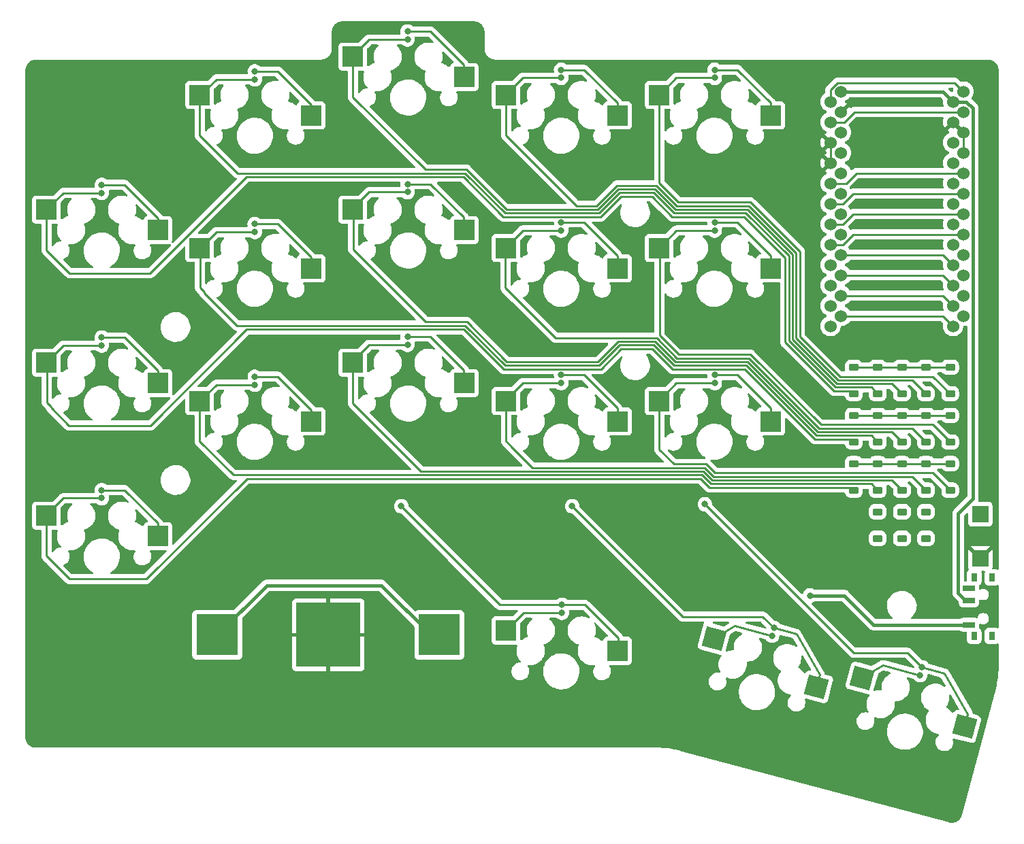
<source format=gbr>
%TF.GenerationSoftware,KiCad,Pcbnew,7.0.2*%
%TF.CreationDate,2023-10-26T02:33:02+11:00*%
%TF.ProjectId,cybr36,63796272-3336-42e6-9b69-6361645f7063,rev?*%
%TF.SameCoordinates,Original*%
%TF.FileFunction,Copper,L1,Top*%
%TF.FilePolarity,Positive*%
%FSLAX46Y46*%
G04 Gerber Fmt 4.6, Leading zero omitted, Abs format (unit mm)*
G04 Created by KiCad (PCBNEW 7.0.2) date 2023-10-26 02:33:02*
%MOMM*%
%LPD*%
G01*
G04 APERTURE LIST*
G04 Aperture macros list*
%AMRoundRect*
0 Rectangle with rounded corners*
0 $1 Rounding radius*
0 $2 $3 $4 $5 $6 $7 $8 $9 X,Y pos of 4 corners*
0 Add a 4 corners polygon primitive as box body*
4,1,4,$2,$3,$4,$5,$6,$7,$8,$9,$2,$3,0*
0 Add four circle primitives for the rounded corners*
1,1,$1+$1,$2,$3*
1,1,$1+$1,$4,$5*
1,1,$1+$1,$6,$7*
1,1,$1+$1,$8,$9*
0 Add four rect primitives between the rounded corners*
20,1,$1+$1,$2,$3,$4,$5,0*
20,1,$1+$1,$4,$5,$6,$7,0*
20,1,$1+$1,$6,$7,$8,$9,0*
20,1,$1+$1,$8,$9,$2,$3,0*%
%AMRotRect*
0 Rectangle, with rotation*
0 The origin of the aperture is its center*
0 $1 length*
0 $2 width*
0 $3 Rotation angle, in degrees counterclockwise*
0 Add horizontal line*
21,1,$1,$2,0,0,$3*%
G04 Aperture macros list end*
%TA.AperFunction,ComponentPad*%
%ADD10R,8.000000X8.000000*%
%TD*%
%TA.AperFunction,ComponentPad*%
%ADD11R,5.200000X5.200000*%
%TD*%
%TA.AperFunction,SMDPad,CuDef*%
%ADD12R,2.550000X2.500000*%
%TD*%
%TA.AperFunction,SMDPad,CuDef*%
%ADD13R,1.500000X0.700000*%
%TD*%
%TA.AperFunction,SMDPad,CuDef*%
%ADD14R,0.800000X1.000000*%
%TD*%
%TA.AperFunction,ComponentPad*%
%ADD15C,1.524000*%
%TD*%
%TA.AperFunction,ComponentPad*%
%ADD16RoundRect,0.225000X-0.375000X0.225000X-0.375000X-0.225000X0.375000X-0.225000X0.375000X0.225000X0*%
%TD*%
%TA.AperFunction,SMDPad,CuDef*%
%ADD17RotRect,2.550000X2.500000X345.000000*%
%TD*%
%TA.AperFunction,SMDPad,CuDef*%
%ADD18R,2.000000X2.100000*%
%TD*%
%TA.AperFunction,ViaPad*%
%ADD19C,0.800000*%
%TD*%
%TA.AperFunction,Conductor*%
%ADD20C,0.400000*%
%TD*%
%TA.AperFunction,Conductor*%
%ADD21C,0.250000*%
%TD*%
G04 APERTURE END LIST*
D10*
%TO.P,BT1,2,-*%
%TO.N,GND*%
X119175970Y-123015616D03*
D11*
%TO.P,BT1,1,+*%
%TO.N,+BATT*%
X132990970Y-123015616D03*
X105360970Y-123015616D03*
%TD*%
D12*
%TO.P,SW11,2,2*%
%TO.N,C4*%
X155123470Y-58338116D03*
%TO.P,SW11,1,1*%
%TO.N,Net-(D11-A)*%
X141273470Y-55798116D03*
%TD*%
D13*
%TO.P,SW21,3*%
%TO.N,N/C*%
X198845000Y-117250000D03*
%TO.P,SW21,2,B*%
%TO.N,Net-(SW21-B)*%
X198845000Y-118750000D03*
%TO.P,SW21,1,A*%
%TO.N,+BATT*%
X198845000Y-121750000D03*
D14*
%TO.P,SW21,*%
%TO.N,*%
X201705000Y-115850000D03*
X199495000Y-115850000D03*
X201705000Y-123150000D03*
X199495000Y-123150000D03*
%TD*%
D15*
%TO.P,U1,1,TX*%
%TO.N,unconnected-(U1-TX-Pad1)*%
X181610000Y-56642000D03*
X198156400Y-55372000D03*
%TO.P,U1,2,RX*%
%TO.N,unconnected-(U1-RX-Pad2)*%
X181610000Y-59182000D03*
X198156400Y-57912000D03*
%TO.P,U1,3,GND*%
%TO.N,GND*%
X198156400Y-60452000D03*
X181610000Y-61722000D03*
%TO.P,U1,4,GND*%
X198156400Y-62992000D03*
X181610000Y-64262000D03*
%TO.P,U1,5,SDA*%
%TO.N,unconnected-(U1-SDA-Pad5)*%
X181610000Y-66802000D03*
X198156400Y-65532000D03*
%TO.P,U1,6,SCL*%
%TO.N,unconnected-(U1-SCL-Pad6)*%
X198156400Y-68072000D03*
X181610000Y-69342000D03*
%TO.P,U1,7,D4*%
%TO.N,unconnected-(U1-D4-Pad7)*%
X181610000Y-71882000D03*
X198156400Y-70612000D03*
%TO.P,U1,8,C6*%
%TO.N,unconnected-(U1-C6-Pad8)*%
X181610000Y-74422000D03*
X198156400Y-73152000D03*
%TO.P,U1,9,D7*%
%TO.N,R4*%
X198156400Y-75692000D03*
X181610000Y-76962000D03*
%TO.P,U1,10,E6*%
%TO.N,R3*%
X181610000Y-79502000D03*
X198156400Y-78232000D03*
%TO.P,U1,11,B4*%
%TO.N,R2*%
X181610000Y-82042000D03*
X198156400Y-80772000D03*
%TO.P,U1,12,B5*%
%TO.N,R1*%
X181610000Y-84582000D03*
X198156400Y-83312000D03*
%TO.P,U1,13,B6*%
%TO.N,unconnected-(U1-B6-Pad13)*%
X196850000Y-84582000D03*
X182936400Y-83312000D03*
%TO.P,U1,14,B2*%
%TO.N,unconnected-(U1-B2-Pad14)*%
X196850000Y-82042000D03*
X182936400Y-80772000D03*
%TO.P,U1,15,B3*%
%TO.N,unconnected-(U1-B3-Pad15)*%
X182936400Y-78232000D03*
X196850000Y-79502000D03*
%TO.P,U1,16,B1*%
%TO.N,C1*%
X182936400Y-75692000D03*
X196850000Y-76962000D03*
%TO.P,U1,17,F7*%
%TO.N,C2*%
X196850000Y-74422000D03*
X182936400Y-73152000D03*
%TO.P,U1,18,F6*%
%TO.N,C3*%
X182936400Y-70612000D03*
X196850000Y-71882000D03*
%TO.P,U1,19,F5*%
%TO.N,C4*%
X196850000Y-69342000D03*
X182936400Y-68072000D03*
%TO.P,U1,20,F4*%
%TO.N,C5*%
X182936400Y-65532000D03*
X196850000Y-66802000D03*
%TO.P,U1,21,VCC*%
%TO.N,unconnected-(U1-VCC-Pad21)*%
X196850000Y-64262000D03*
X182936400Y-62992000D03*
%TO.P,U1,22,RST*%
%TO.N,RST*%
X196850000Y-61722000D03*
X182936400Y-60452000D03*
%TO.P,U1,23,GND*%
%TO.N,GND*%
X182936400Y-57912000D03*
X196850000Y-59182000D03*
%TO.P,U1,24,RAW*%
%TO.N,Net-(SW21-B)*%
X196850000Y-56642000D03*
X182936400Y-55372000D03*
%TD*%
D16*
%TO.P,D18,1,K*%
%TO.N,R4*%
X193500000Y-107700000D03*
%TO.P,D18,2,A*%
%TO.N,Net-(D18-A)*%
X193500000Y-111000000D03*
%TD*%
%TO.P,D4,2,A*%
%TO.N,Net-(D4-A)*%
X187500000Y-93000000D03*
%TO.P,D4,1,K*%
%TO.N,R1*%
X187500000Y-89700000D03*
%TD*%
%TO.P,D16,1,K*%
%TO.N,R2*%
X196500000Y-95700000D03*
%TO.P,D16,2,A*%
%TO.N,Net-(D16-A)*%
X196500000Y-99000000D03*
%TD*%
D12*
%TO.P,SW3,2,2*%
%TO.N,C1*%
X97973470Y-110725616D03*
%TO.P,SW3,1,1*%
%TO.N,Net-(D3-A)*%
X84123470Y-108185616D03*
%TD*%
%TO.P,SW16,2,2*%
%TO.N,C5*%
X174173470Y-77388116D03*
%TO.P,SW16,1,1*%
%TO.N,Net-(D16-A)*%
X160323470Y-74848116D03*
%TD*%
%TO.P,SW5,2,2*%
%TO.N,C2*%
X117023470Y-77388116D03*
%TO.P,SW5,1,1*%
%TO.N,Net-(D5-A)*%
X103173470Y-74848116D03*
%TD*%
D17*
%TO.P,SW14,2,2*%
%TO.N,C4*%
X179881351Y-129498012D03*
%TO.P,SW14,1,1*%
%TO.N,Net-(D14-A)*%
X167160679Y-123459917D03*
%TD*%
D12*
%TO.P,SW6,2,2*%
%TO.N,C2*%
X117023470Y-96438116D03*
%TO.P,SW6,1,1*%
%TO.N,Net-(D6-A)*%
X103173470Y-93898116D03*
%TD*%
%TO.P,SW17,2,2*%
%TO.N,C5*%
X174173470Y-96438116D03*
%TO.P,SW17,1,1*%
%TO.N,Net-(D17-A)*%
X160323470Y-93898116D03*
%TD*%
%TO.P,SW1,2,2*%
%TO.N,C1*%
X97973470Y-72625616D03*
%TO.P,SW1,1,1*%
%TO.N,Net-(D1-A)*%
X84123470Y-70085616D03*
%TD*%
D16*
%TO.P,D13,1,K*%
%TO.N,R3*%
X193500000Y-101700000D03*
%TO.P,D13,2,A*%
%TO.N,Net-(D13-A)*%
X193500000Y-105000000D03*
%TD*%
D12*
%TO.P,SW15,2,2*%
%TO.N,C5*%
X174173470Y-58338116D03*
%TO.P,SW15,1,1*%
%TO.N,Net-(D15-A)*%
X160323470Y-55798116D03*
%TD*%
D16*
%TO.P,D9,1,K*%
%TO.N,R3*%
X190500000Y-101700000D03*
%TO.P,D9,2,A*%
%TO.N,Net-(D9-A)*%
X190500000Y-105000000D03*
%TD*%
%TO.P,D15,2,A*%
%TO.N,Net-(D15-A)*%
X196500000Y-93000000D03*
%TO.P,D15,1,K*%
%TO.N,R1*%
X196500000Y-89700000D03*
%TD*%
%TO.P,D1,1,K*%
%TO.N,R1*%
X184500000Y-89700000D03*
%TO.P,D1,2,A*%
%TO.N,Net-(D1-A)*%
X184500000Y-93000000D03*
%TD*%
%TO.P,D3,1,K*%
%TO.N,R3*%
X184500000Y-101700000D03*
%TO.P,D3,2,A*%
%TO.N,Net-(D3-A)*%
X184500000Y-105000000D03*
%TD*%
D12*
%TO.P,SW13,2,2*%
%TO.N,C4*%
X155123470Y-96438116D03*
%TO.P,SW13,1,1*%
%TO.N,Net-(D13-A)*%
X141273470Y-93898116D03*
%TD*%
D16*
%TO.P,D8,1,K*%
%TO.N,R2*%
X190500000Y-95700000D03*
%TO.P,D8,2,A*%
%TO.N,Net-(D8-A)*%
X190500000Y-99000000D03*
%TD*%
D18*
%TO.P,SW20,1,1*%
%TO.N,RST*%
X200250000Y-108000000D03*
%TO.P,SW20,2,2*%
%TO.N,GND*%
X200250000Y-113500000D03*
%TD*%
D16*
%TO.P,D7,2,A*%
%TO.N,Net-(D7-A)*%
X190500000Y-93000000D03*
%TO.P,D7,1,K*%
%TO.N,R1*%
X190500000Y-89700000D03*
%TD*%
D12*
%TO.P,SW12,2,2*%
%TO.N,C4*%
X155123470Y-77388116D03*
%TO.P,SW12,1,1*%
%TO.N,Net-(D12-A)*%
X141273470Y-74848116D03*
%TD*%
%TO.P,SW4,2,2*%
%TO.N,C2*%
X117023470Y-58338116D03*
%TO.P,SW4,1,1*%
%TO.N,Net-(D4-A)*%
X103173470Y-55798116D03*
%TD*%
%TO.P,SW7,2,2*%
%TO.N,C3*%
X136073470Y-53575616D03*
%TO.P,SW7,1,1*%
%TO.N,Net-(D7-A)*%
X122223470Y-51035616D03*
%TD*%
D16*
%TO.P,D10,1,K*%
%TO.N,R4*%
X187500000Y-107700000D03*
%TO.P,D10,2,A*%
%TO.N,Net-(D10-A)*%
X187500000Y-111000000D03*
%TD*%
%TO.P,D17,1,K*%
%TO.N,R3*%
X196500000Y-101700000D03*
%TO.P,D17,2,A*%
%TO.N,Net-(D17-A)*%
X196500000Y-105000000D03*
%TD*%
%TO.P,D2,1,K*%
%TO.N,R2*%
X184500000Y-95700000D03*
%TO.P,D2,2,A*%
%TO.N,Net-(D2-A)*%
X184500000Y-99000000D03*
%TD*%
%TO.P,D12,1,K*%
%TO.N,R2*%
X193500000Y-95700000D03*
%TO.P,D12,2,A*%
%TO.N,Net-(D12-A)*%
X193500000Y-99000000D03*
%TD*%
D12*
%TO.P,SW10,2,2*%
%TO.N,C3*%
X155123470Y-125013116D03*
%TO.P,SW10,1,1*%
%TO.N,Net-(D10-A)*%
X141273470Y-122473116D03*
%TD*%
%TO.P,SW8,2,2*%
%TO.N,C3*%
X136073470Y-72625616D03*
%TO.P,SW8,1,1*%
%TO.N,Net-(D8-A)*%
X122223470Y-70085616D03*
%TD*%
%TO.P,SW9,1,1*%
%TO.N,Net-(D9-A)*%
X122223470Y-89135616D03*
%TO.P,SW9,2,2*%
%TO.N,C3*%
X136073470Y-91675616D03*
%TD*%
%TO.P,SW2,2,2*%
%TO.N,C1*%
X97973470Y-91675616D03*
%TO.P,SW2,1,1*%
%TO.N,Net-(D2-A)*%
X84123470Y-89135616D03*
%TD*%
D16*
%TO.P,D6,1,K*%
%TO.N,R3*%
X187500000Y-101700000D03*
%TO.P,D6,2,A*%
%TO.N,Net-(D6-A)*%
X187500000Y-105000000D03*
%TD*%
%TO.P,D11,2,A*%
%TO.N,Net-(D11-A)*%
X193500000Y-93000000D03*
%TO.P,D11,1,K*%
%TO.N,R1*%
X193500000Y-89700000D03*
%TD*%
%TO.P,D14,1,K*%
%TO.N,R4*%
X190500000Y-107700000D03*
%TO.P,D14,2,A*%
%TO.N,Net-(D14-A)*%
X190500000Y-111000000D03*
%TD*%
D17*
%TO.P,SW18,2,2*%
%TO.N,C5*%
X198282352Y-134428508D03*
%TO.P,SW18,1,1*%
%TO.N,Net-(D18-A)*%
X185561680Y-128390413D03*
%TD*%
D16*
%TO.P,D5,1,K*%
%TO.N,R2*%
X187500000Y-95700000D03*
%TO.P,D5,2,A*%
%TO.N,Net-(D5-A)*%
X187500000Y-99000000D03*
%TD*%
D19*
%TO.N,GND*%
X200250000Y-113500000D03*
%TO.N,RST*%
X200250000Y-108000000D03*
%TO.N,+BATT*%
X179070000Y-118110000D03*
%TO.N,C5*%
X166000000Y-106750000D03*
%TO.N,C4*%
X149500000Y-107000000D03*
%TO.N,C3*%
X128250000Y-107000000D03*
%TO.N,Net-(D18-A)*%
X192761342Y-128027131D03*
%TO.N,C5*%
X193020161Y-127061206D03*
%TO.N,Net-(D14-A)*%
X174361342Y-123127131D03*
%TO.N,C4*%
X174620161Y-122161206D03*
%TO.N,Net-(D10-A)*%
X148226530Y-120274384D03*
%TO.N,C3*%
X148226530Y-119274384D03*
%TO.N,C5*%
X167226530Y-90674384D03*
X167226530Y-71674384D03*
%TO.N,Net-(D16-A)*%
X167226530Y-72674384D03*
%TO.N,C5*%
X167226530Y-52674384D03*
%TO.N,Net-(D15-A)*%
X167226530Y-53674384D03*
%TO.N,Net-(D17-A)*%
X167226530Y-91674384D03*
%TO.N,Net-(D11-A)*%
X148126530Y-53674384D03*
%TO.N,Net-(D13-A)*%
X148126530Y-91674384D03*
%TO.N,C4*%
X148126530Y-71674384D03*
%TO.N,Net-(D12-A)*%
X148126530Y-72674384D03*
%TO.N,C4*%
X148126530Y-90674384D03*
X148126530Y-52674384D03*
%TO.N,Net-(D7-A)*%
X129026530Y-48900000D03*
%TO.N,C3*%
X129026530Y-47900000D03*
X129026530Y-85900000D03*
%TO.N,Net-(D9-A)*%
X129026530Y-86900000D03*
%TO.N,C3*%
X129026530Y-66900000D03*
%TO.N,Net-(D8-A)*%
X129026530Y-67900000D03*
%TO.N,Net-(D4-A)*%
X110026530Y-53874384D03*
%TO.N,Net-(D6-A)*%
X110026530Y-91874384D03*
%TO.N,C2*%
X110026530Y-71874384D03*
%TO.N,Net-(D5-A)*%
X110026530Y-72874384D03*
%TO.N,C2*%
X110026530Y-90874384D03*
X110026530Y-52874384D03*
%TO.N,Net-(D3-A)*%
X91000000Y-106000000D03*
%TO.N,C1*%
X91000000Y-105000000D03*
%TO.N,Net-(D2-A)*%
X91000000Y-87000000D03*
%TO.N,C1*%
X91000000Y-86000000D03*
X91000000Y-67000000D03*
%TO.N,Net-(D1-A)*%
X91000000Y-68000000D03*
%TD*%
D20*
%TO.N,+BATT*%
X111536586Y-116840000D02*
X105360970Y-123015616D01*
X125730000Y-116840000D02*
X111536586Y-116840000D01*
X132990970Y-123015616D02*
X131905616Y-123015616D01*
X131905616Y-123015616D02*
X125730000Y-116840000D01*
X105360970Y-123015616D02*
X104010970Y-123015616D01*
D21*
%TO.N,GND*%
X181610000Y-64262000D02*
X181610000Y-61722000D01*
X198156400Y-60452000D02*
X198156400Y-62992000D01*
%TO.N,unconnected-(U1-TX-Pad1)*%
X181610000Y-55161149D02*
X181610000Y-56642000D01*
X182486149Y-54285000D02*
X181610000Y-55161149D01*
X197069400Y-54285000D02*
X182486149Y-54285000D01*
X198156400Y-55372000D02*
X197069400Y-54285000D01*
%TO.N,unconnected-(U1-RX-Pad2)*%
X183318000Y-59182000D02*
X181610000Y-59182000D01*
X184588000Y-57912000D02*
X183318000Y-59182000D01*
X198156400Y-57912000D02*
X184588000Y-57912000D01*
%TO.N,unconnected-(U1-SDA-Pad5)*%
X183569651Y-66802000D02*
X181610000Y-66802000D01*
X184839651Y-65532000D02*
X183569651Y-66802000D01*
X198156400Y-65532000D02*
X184839651Y-65532000D01*
%TO.N,unconnected-(U1-SCL-Pad6)*%
X184473651Y-68072000D02*
X183203651Y-69342000D01*
X183203651Y-69342000D02*
X181610000Y-69342000D01*
X198156400Y-68072000D02*
X184473651Y-68072000D01*
%TO.N,unconnected-(U1-D4-Pad7)*%
X183203651Y-71882000D02*
X181610000Y-71882000D01*
X184473651Y-70612000D02*
X183203651Y-71882000D01*
X198156400Y-70612000D02*
X184473651Y-70612000D01*
%TO.N,unconnected-(U1-C6-Pad8)*%
X198156400Y-73152000D02*
X184473651Y-73152000D01*
X184473651Y-73152000D02*
X183203651Y-74422000D01*
X183203651Y-74422000D02*
X181610000Y-74422000D01*
%TO.N,unconnected-(U1-B3-Pad15)*%
X195580000Y-78232000D02*
X196850000Y-79502000D01*
X182936400Y-78232000D02*
X195580000Y-78232000D01*
%TO.N,unconnected-(U1-B2-Pad14)*%
X195580000Y-80772000D02*
X196850000Y-82042000D01*
X182936400Y-80772000D02*
X195580000Y-80772000D01*
%TO.N,unconnected-(U1-B6-Pad13)*%
X195580000Y-83312000D02*
X196850000Y-84582000D01*
X182936400Y-83312000D02*
X195580000Y-83312000D01*
D20*
%TO.N,Net-(SW21-B)*%
X195580000Y-55372000D02*
X196850000Y-56642000D01*
X182936400Y-55372000D02*
X195580000Y-55372000D01*
X198529717Y-56642000D02*
X196850000Y-56642000D01*
X199318400Y-57430683D02*
X198529717Y-56642000D01*
X199318400Y-106081600D02*
X199318400Y-57430683D01*
X197500000Y-117805000D02*
X197500000Y-107900000D01*
X198845000Y-118750000D02*
X198445000Y-118750000D01*
X198445000Y-118750000D02*
X197500000Y-117805000D01*
X197500000Y-107900000D02*
X199318400Y-106081600D01*
%TO.N,+BATT*%
X187000000Y-121750000D02*
X198845000Y-121750000D01*
X183360000Y-118110000D02*
X187000000Y-121750000D01*
X179070000Y-118110000D02*
X183360000Y-118110000D01*
D21*
%TO.N,C1*%
X195580000Y-75692000D02*
X196850000Y-76962000D01*
X182936400Y-75692000D02*
X195580000Y-75692000D01*
%TO.N,C5*%
X184500000Y-125250000D02*
X166000000Y-106750000D01*
X191208955Y-125250000D02*
X184500000Y-125250000D01*
X193020161Y-127061206D02*
X191208955Y-125250000D01*
%TO.N,C4*%
X163250000Y-120750000D02*
X149500000Y-107000000D01*
X173208955Y-120750000D02*
X163250000Y-120750000D01*
X174620161Y-122161206D02*
X173208955Y-120750000D01*
%TO.N,C3*%
X140524384Y-119274384D02*
X128250000Y-107000000D01*
X148226530Y-119274384D02*
X140524384Y-119274384D01*
%TO.N,Net-(D6-A)*%
X186700000Y-104200000D02*
X187500000Y-105000000D01*
X166723958Y-104200000D02*
X186700000Y-104200000D01*
X165623958Y-103100000D02*
X166723958Y-104200000D01*
X107346670Y-103100000D02*
X165623958Y-103100000D01*
X103173470Y-98926800D02*
X107346670Y-103100000D01*
X103173470Y-93870908D02*
X103173470Y-98926800D01*
%TO.N,R3*%
X184500000Y-101700000D02*
X196500000Y-101700000D01*
%TO.N,R2*%
X184500000Y-95700000D02*
X196500000Y-95700000D01*
%TO.N,R1*%
X184500000Y-89700000D02*
X196500000Y-89700000D01*
%TO.N,Net-(D17-A)*%
X194350000Y-102850000D02*
X196500000Y-105000000D01*
X166183146Y-101750000D02*
X167283146Y-102850000D01*
X167283146Y-102850000D02*
X194350000Y-102850000D01*
X162150000Y-101750000D02*
X166183146Y-101750000D01*
X160323470Y-99923470D02*
X162150000Y-101750000D01*
X160323470Y-93870908D02*
X160323470Y-99923470D01*
%TO.N,Net-(D13-A)*%
X191800000Y-103300000D02*
X193500000Y-105000000D01*
X167096750Y-103300000D02*
X191800000Y-103300000D01*
X165996750Y-102200000D02*
X167096750Y-103300000D01*
%TO.N,Net-(D9-A)*%
X189250000Y-103750000D02*
X190500000Y-105000000D01*
X165810354Y-102650000D02*
X166910354Y-103750000D01*
X122223470Y-94164300D02*
X130709170Y-102650000D01*
X130709170Y-102650000D02*
X165810354Y-102650000D01*
X166910354Y-103750000D02*
X189250000Y-103750000D01*
X122223470Y-89108408D02*
X122223470Y-94164300D01*
%TO.N,Net-(D3-A)*%
X184150000Y-104650000D02*
X184500000Y-105000000D01*
X166537562Y-104650000D02*
X184150000Y-104650000D01*
X109050000Y-103550000D02*
X165437562Y-103550000D01*
X96527208Y-116072792D02*
X109050000Y-103550000D01*
X86981962Y-116072792D02*
X96527208Y-116072792D01*
X84682570Y-113773400D02*
X86981962Y-116072792D01*
X84123470Y-113187092D02*
X84682570Y-113746192D01*
X165437562Y-103550000D02*
X166537562Y-104650000D01*
X84123470Y-108158408D02*
X84123470Y-113187092D01*
X84682570Y-113746192D02*
X84682570Y-113773400D01*
%TO.N,Net-(D12-A)*%
X191800000Y-97300000D02*
X193500000Y-99000000D01*
X180225774Y-97300000D02*
X191800000Y-97300000D01*
X171497042Y-88571268D02*
X180225774Y-97300000D01*
X147450000Y-86050000D02*
X160015420Y-86050000D01*
X142554016Y-81154016D02*
X147450000Y-86050000D01*
X141200000Y-74871586D02*
X141200000Y-79803330D01*
X160015420Y-86050000D02*
X162536688Y-88571268D01*
X162536688Y-88571268D02*
X171497042Y-88571268D01*
X141301586Y-74770000D02*
X141200000Y-74871586D01*
X141200000Y-79803330D02*
X142550686Y-81154016D01*
X142550686Y-81154016D02*
X142554016Y-81154016D01*
%TO.N,Net-(D16-A)*%
X194350000Y-96850000D02*
X196500000Y-99000000D01*
X180412170Y-96850000D02*
X194350000Y-96850000D01*
X162723084Y-88121268D02*
X171683438Y-88121268D01*
X160351586Y-85749770D02*
X162723084Y-88121268D01*
X160351586Y-74770000D02*
X160351586Y-85749770D01*
X171683438Y-88121268D02*
X180412170Y-96850000D01*
%TO.N,Net-(D8-A)*%
X189250000Y-97750000D02*
X190500000Y-99000000D01*
X180039378Y-97750000D02*
X189250000Y-97750000D01*
X171310646Y-89021268D02*
X180039378Y-97750000D01*
X162350292Y-89021268D02*
X171310646Y-89021268D01*
X159829024Y-86500000D02*
X162350292Y-89021268D01*
X152705940Y-89021268D02*
X155227208Y-86500000D01*
X141350292Y-89021268D02*
X152705940Y-89021268D01*
X136400908Y-84071884D02*
X141350292Y-89021268D01*
X122251586Y-75036184D02*
X131287286Y-84071884D01*
X131287286Y-84071884D02*
X136400908Y-84071884D01*
X155227208Y-86500000D02*
X159829024Y-86500000D01*
X122251586Y-70007500D02*
X122251586Y-75036184D01*
%TO.N,Net-(D2-A)*%
X184150000Y-98650000D02*
X184500000Y-99000000D01*
X170937854Y-89921268D02*
X179666586Y-98650000D01*
X161977500Y-89921268D02*
X170937854Y-89921268D01*
X159456232Y-87400000D02*
X161977500Y-89921268D01*
X155600000Y-87400000D02*
X159456232Y-87400000D01*
X153078732Y-89921268D02*
X155600000Y-87400000D01*
X140977500Y-89921268D02*
X153078732Y-89921268D01*
X109028116Y-84971884D02*
X136028116Y-84971884D01*
X97028116Y-96971884D02*
X109028116Y-84971884D01*
X84682570Y-94723400D02*
X86931054Y-96971884D01*
X84682570Y-94617168D02*
X84682570Y-94723400D01*
X86931054Y-96971884D02*
X97028116Y-96971884D01*
X84151586Y-94086184D02*
X84682570Y-94617168D01*
X136028116Y-84971884D02*
X140977500Y-89921268D01*
X179666586Y-98650000D02*
X184150000Y-98650000D01*
X84151586Y-89057500D02*
X84151586Y-94086184D01*
%TO.N,Net-(D5-A)*%
X186700000Y-98200000D02*
X187500000Y-99000000D01*
X179852982Y-98200000D02*
X186700000Y-98200000D01*
X171124250Y-89471268D02*
X179852982Y-98200000D01*
X162163896Y-89471268D02*
X171124250Y-89471268D01*
X159642628Y-86950000D02*
X162163896Y-89471268D01*
X155413604Y-86950000D02*
X159642628Y-86950000D01*
X141163896Y-89471268D02*
X152892336Y-89471268D01*
X136214512Y-84521884D02*
X141163896Y-89471268D01*
X152892336Y-89471268D02*
X155413604Y-86950000D01*
X103732570Y-80329668D02*
X103732570Y-80435900D01*
X103201586Y-79798684D02*
X103732570Y-80329668D01*
X107818554Y-84521884D02*
X136214512Y-84521884D01*
X103201586Y-74770000D02*
X103201586Y-79798684D01*
X103732570Y-80435900D02*
X107818554Y-84521884D01*
%TO.N,Net-(D15-A)*%
X194350000Y-90850000D02*
X196500000Y-93000000D01*
X177800000Y-75294062D02*
X177800000Y-85854416D01*
X177800000Y-85854416D02*
X182795584Y-90850000D01*
X171655322Y-69149384D02*
X177800000Y-75294062D01*
X182795584Y-90850000D02*
X194350000Y-90850000D01*
X160323470Y-66777886D02*
X162694968Y-69149384D01*
X162694968Y-69149384D02*
X171655322Y-69149384D01*
X160323470Y-55798116D02*
X160323470Y-66777886D01*
%TO.N,Net-(D11-A)*%
X191800000Y-91300000D02*
X193500000Y-93000000D01*
X182609188Y-91300000D02*
X191800000Y-91300000D01*
X177350000Y-86040812D02*
X182609188Y-91300000D01*
X177350000Y-75480458D02*
X177350000Y-86040812D01*
X159987304Y-67078116D02*
X162508572Y-69599384D01*
X155012696Y-67078116D02*
X159987304Y-67078116D01*
X162508572Y-69599384D02*
X171468926Y-69599384D01*
X150046054Y-69599384D02*
X152491428Y-69599384D01*
X152491428Y-69599384D02*
X155012696Y-67078116D01*
X171468926Y-69599384D02*
X177350000Y-75480458D01*
X141273470Y-60826800D02*
X150046054Y-69599384D01*
X141273470Y-55798116D02*
X141273470Y-60826800D01*
%TO.N,Net-(D7-A)*%
X189250000Y-91750000D02*
X190500000Y-93000000D01*
X182422792Y-91750000D02*
X189250000Y-91750000D01*
X176900000Y-86227208D02*
X182422792Y-91750000D01*
X176900000Y-75666854D02*
X176900000Y-86227208D01*
X162322176Y-70049384D02*
X171282530Y-70049384D01*
X152677824Y-70049384D02*
X155199092Y-67528116D01*
X141322176Y-70049384D02*
X152677824Y-70049384D01*
X122223470Y-56064300D02*
X131259170Y-65100000D01*
X131259170Y-65100000D02*
X136372792Y-65100000D01*
X171282530Y-70049384D02*
X176900000Y-75666854D01*
X155199092Y-67528116D02*
X159800908Y-67528116D01*
X159800908Y-67528116D02*
X162322176Y-70049384D01*
X122223470Y-51035616D02*
X122223470Y-56064300D01*
X136372792Y-65100000D02*
X141322176Y-70049384D01*
%TO.N,Net-(D1-A)*%
X184150000Y-92650000D02*
X184500000Y-93000000D01*
X182050000Y-92650000D02*
X184150000Y-92650000D01*
X176000000Y-86600000D02*
X182050000Y-92650000D01*
X176000000Y-76039646D02*
X176000000Y-86600000D01*
X170909738Y-70949384D02*
X176000000Y-76039646D01*
X161949384Y-70949384D02*
X170909738Y-70949384D01*
X159428116Y-68428116D02*
X161949384Y-70949384D01*
X155571884Y-68428116D02*
X159428116Y-68428116D01*
X136000000Y-66000000D02*
X140949384Y-70949384D01*
X87009170Y-78000000D02*
X97000000Y-78000000D01*
X140949384Y-70949384D02*
X153050616Y-70949384D01*
X84123470Y-75114300D02*
X87009170Y-78000000D01*
X109000000Y-66000000D02*
X136000000Y-66000000D01*
X84123470Y-70085616D02*
X84123470Y-75114300D01*
X97000000Y-78000000D02*
X109000000Y-66000000D01*
X153050616Y-70949384D02*
X155571884Y-68428116D01*
%TO.N,Net-(D4-A)*%
X186700000Y-92200000D02*
X187500000Y-93000000D01*
X182236396Y-92200000D02*
X186700000Y-92200000D01*
X176450000Y-75853250D02*
X176450000Y-86413604D01*
X171096134Y-70499384D02*
X176450000Y-75853250D01*
X152864220Y-70499384D02*
X155385488Y-67978116D01*
X162135780Y-70499384D02*
X171096134Y-70499384D01*
X141135780Y-70499384D02*
X152864220Y-70499384D01*
X136186396Y-65550000D02*
X141135780Y-70499384D01*
X155385488Y-67978116D02*
X159614512Y-67978116D01*
X159614512Y-67978116D02*
X162135780Y-70499384D01*
X107896670Y-65550000D02*
X136186396Y-65550000D01*
X103173470Y-60826800D02*
X107896670Y-65550000D01*
X103173470Y-55798116D02*
X103173470Y-60826800D01*
X176450000Y-86413604D02*
X182236396Y-92200000D01*
%TO.N,Net-(D13-A)*%
X144546670Y-102200000D02*
X165996750Y-102200000D01*
X141832570Y-99485900D02*
X144546670Y-102200000D01*
X141273470Y-98899592D02*
X141832570Y-99458692D01*
X141832570Y-99458692D02*
X141832570Y-99485900D01*
X141273470Y-93870908D02*
X141273470Y-98899592D01*
%TO.N,C5*%
X198300000Y-134300000D02*
X198688228Y-132851111D01*
X198688228Y-132851111D02*
X195770977Y-127798284D01*
%TO.N,Net-(D18-A)*%
X188133675Y-126787152D02*
X192761342Y-128027131D01*
%TO.N,C5*%
X195770977Y-127798284D02*
X193020161Y-127061206D01*
%TO.N,Net-(D18-A)*%
X185579327Y-128261905D02*
X188133675Y-126787152D01*
%TO.N,Net-(D14-A)*%
X167179327Y-123361905D02*
X169733675Y-121887152D01*
%TO.N,C4*%
X179900000Y-129400000D02*
X180288228Y-127951111D01*
X177370977Y-122898284D02*
X174620161Y-122161206D01*
X180288228Y-127951111D02*
X177370977Y-122898284D01*
%TO.N,Net-(D14-A)*%
X169733675Y-121887152D02*
X174361342Y-123127131D01*
%TO.N,Net-(D10-A)*%
X141350000Y-122360000D02*
X143435616Y-120274384D01*
%TO.N,C3*%
X155200000Y-124900000D02*
X155200000Y-123400000D01*
X151074384Y-119274384D02*
X148226530Y-119274384D01*
X155200000Y-123400000D02*
X151074384Y-119274384D01*
%TO.N,Net-(D10-A)*%
X143435616Y-120274384D02*
X148226530Y-120274384D01*
%TO.N,C5*%
X174200000Y-56800000D02*
X170074384Y-52674384D01*
%TO.N,Net-(D15-A)*%
X162435616Y-53674384D02*
X167226530Y-53674384D01*
%TO.N,C5*%
X170074384Y-52674384D02*
X167226530Y-52674384D01*
X170074384Y-71674384D02*
X167226530Y-71674384D01*
X174200000Y-58300000D02*
X174200000Y-56800000D01*
%TO.N,Net-(D16-A)*%
X162435616Y-72674384D02*
X167226530Y-72674384D01*
%TO.N,C5*%
X174200000Y-75800000D02*
X170074384Y-71674384D01*
%TO.N,Net-(D16-A)*%
X160350000Y-74760000D02*
X162435616Y-72674384D01*
%TO.N,C5*%
X174200000Y-94800000D02*
X170074384Y-90674384D01*
X170074384Y-90674384D02*
X167226530Y-90674384D01*
X174200000Y-77300000D02*
X174200000Y-75800000D01*
%TO.N,Net-(D17-A)*%
X160350000Y-93760000D02*
X162435616Y-91674384D01*
%TO.N,Net-(D15-A)*%
X160350000Y-55760000D02*
X162435616Y-53674384D01*
%TO.N,C5*%
X174200000Y-96300000D02*
X174200000Y-94800000D01*
%TO.N,Net-(D17-A)*%
X162435616Y-91674384D02*
X167226530Y-91674384D01*
%TO.N,C4*%
X155100000Y-56800000D02*
X150974384Y-52674384D01*
X155100000Y-58300000D02*
X155100000Y-56800000D01*
X150974384Y-52674384D02*
X148126530Y-52674384D01*
X150974384Y-71674384D02*
X148126530Y-71674384D01*
%TO.N,Net-(D11-A)*%
X143335616Y-53674384D02*
X148126530Y-53674384D01*
%TO.N,Net-(D12-A)*%
X143335616Y-72674384D02*
X148126530Y-72674384D01*
%TO.N,C4*%
X155100000Y-77300000D02*
X155100000Y-75800000D01*
%TO.N,Net-(D13-A)*%
X141250000Y-93760000D02*
X143335616Y-91674384D01*
%TO.N,Net-(D11-A)*%
X141250000Y-55760000D02*
X143335616Y-53674384D01*
%TO.N,Net-(D12-A)*%
X141250000Y-74760000D02*
X143335616Y-72674384D01*
%TO.N,C4*%
X155100000Y-75800000D02*
X150974384Y-71674384D01*
X155100000Y-96300000D02*
X155100000Y-94800000D01*
X150974384Y-90674384D02*
X148126530Y-90674384D01*
X155100000Y-94800000D02*
X150974384Y-90674384D01*
%TO.N,Net-(D13-A)*%
X143335616Y-91674384D02*
X148126530Y-91674384D01*
%TO.N,Net-(D8-A)*%
X122150000Y-69985616D02*
X124235616Y-67900000D01*
%TO.N,C3*%
X131874384Y-47900000D02*
X129026530Y-47900000D01*
X131874384Y-66900000D02*
X129026530Y-66900000D01*
%TO.N,Net-(D8-A)*%
X124235616Y-67900000D02*
X129026530Y-67900000D01*
%TO.N,C3*%
X136000000Y-53525616D02*
X136000000Y-52025616D01*
X136000000Y-52025616D02*
X131874384Y-47900000D01*
%TO.N,Net-(D7-A)*%
X124235616Y-48900000D02*
X129026530Y-48900000D01*
%TO.N,C3*%
X136000000Y-72525616D02*
X136000000Y-71025616D01*
%TO.N,Net-(D9-A)*%
X122150000Y-88985616D02*
X124235616Y-86900000D01*
%TO.N,Net-(D7-A)*%
X122150000Y-50985616D02*
X124235616Y-48900000D01*
%TO.N,C3*%
X136000000Y-90025616D02*
X131874384Y-85900000D01*
X136000000Y-91525616D02*
X136000000Y-90025616D01*
%TO.N,Net-(D9-A)*%
X124235616Y-86900000D02*
X129026530Y-86900000D01*
%TO.N,C3*%
X131874384Y-85900000D02*
X129026530Y-85900000D01*
X136000000Y-71025616D02*
X131874384Y-66900000D01*
%TO.N,C2*%
X117000000Y-57000000D02*
X112874384Y-52874384D01*
X117000000Y-58500000D02*
X117000000Y-57000000D01*
X112874384Y-52874384D02*
X110026530Y-52874384D01*
X112874384Y-71874384D02*
X110026530Y-71874384D01*
%TO.N,Net-(D4-A)*%
X105235616Y-53874384D02*
X110026530Y-53874384D01*
%TO.N,Net-(D5-A)*%
X105235616Y-72874384D02*
X110026530Y-72874384D01*
%TO.N,C2*%
X117000000Y-77500000D02*
X117000000Y-76000000D01*
%TO.N,Net-(D6-A)*%
X103150000Y-93960000D02*
X105235616Y-91874384D01*
%TO.N,Net-(D4-A)*%
X103150000Y-55960000D02*
X105235616Y-53874384D01*
%TO.N,Net-(D5-A)*%
X103150000Y-74960000D02*
X105235616Y-72874384D01*
%TO.N,C2*%
X117000000Y-76000000D02*
X112874384Y-71874384D01*
X117000000Y-96500000D02*
X117000000Y-95000000D01*
X112874384Y-90874384D02*
X110026530Y-90874384D01*
X117000000Y-95000000D02*
X112874384Y-90874384D01*
%TO.N,Net-(D6-A)*%
X105235616Y-91874384D02*
X110026530Y-91874384D01*
%TO.N,Net-(D3-A)*%
X86209086Y-106000000D02*
X91000000Y-106000000D01*
X84123470Y-108085616D02*
X86209086Y-106000000D01*
%TO.N,C1*%
X97973470Y-109125616D02*
X93847854Y-105000000D01*
X97973470Y-110625616D02*
X97973470Y-109125616D01*
X93847854Y-105000000D02*
X91000000Y-105000000D01*
%TO.N,Net-(D2-A)*%
X86209086Y-87000000D02*
X91000000Y-87000000D01*
X84123470Y-89085616D02*
X86209086Y-87000000D01*
%TO.N,C1*%
X97973470Y-90125616D02*
X93847854Y-86000000D01*
X97973470Y-91625616D02*
X97973470Y-90125616D01*
X93847854Y-86000000D02*
X91000000Y-86000000D01*
X93847854Y-67000000D02*
X91000000Y-67000000D01*
X97973470Y-71125616D02*
X93847854Y-67000000D01*
X97973470Y-72625616D02*
X97973470Y-71125616D01*
%TO.N,Net-(D1-A)*%
X86209086Y-68000000D02*
X91000000Y-68000000D01*
X84123470Y-70085616D02*
X86209086Y-68000000D01*
%TD*%
%TA.AperFunction,Conductor*%
%TO.N,GND*%
G36*
X137281887Y-46631738D02*
G01*
X137342855Y-46633249D01*
X137348980Y-46633552D01*
X137408000Y-46637944D01*
X137414082Y-46638548D01*
X137421192Y-46639431D01*
X137472607Y-46645818D01*
X137478570Y-46646708D01*
X137536573Y-46656829D01*
X137542474Y-46658008D01*
X137599798Y-46670933D01*
X137605564Y-46672382D01*
X137662034Y-46688054D01*
X137667804Y-46689809D01*
X137723356Y-46708188D01*
X137729036Y-46710222D01*
X137783598Y-46731278D01*
X137789160Y-46733582D01*
X137842629Y-46757273D01*
X137848079Y-46759848D01*
X137900379Y-46786144D01*
X137905664Y-46788964D01*
X137956703Y-46817830D01*
X137961835Y-46820901D01*
X138005683Y-46848613D01*
X138011445Y-46852255D01*
X138016499Y-46855625D01*
X138064614Y-46889443D01*
X138069482Y-46893046D01*
X138116037Y-46929315D01*
X138120756Y-46933182D01*
X138165600Y-46971815D01*
X138170145Y-46975931D01*
X138213193Y-47016899D01*
X138213202Y-47016907D01*
X138217547Y-47021252D01*
X138258539Y-47064329D01*
X138262656Y-47068875D01*
X138287347Y-47097535D01*
X138301278Y-47113707D01*
X138301282Y-47113711D01*
X138305124Y-47118399D01*
X138341408Y-47164975D01*
X138345001Y-47169829D01*
X138345019Y-47169853D01*
X138378830Y-47217957D01*
X138382198Y-47223007D01*
X138413551Y-47272617D01*
X138416651Y-47277800D01*
X138445477Y-47328768D01*
X138448322Y-47334097D01*
X138451280Y-47339980D01*
X138474601Y-47386364D01*
X138477185Y-47391832D01*
X138500874Y-47445296D01*
X138503187Y-47450879D01*
X138524232Y-47505405D01*
X138526272Y-47511101D01*
X138544645Y-47566627D01*
X138546407Y-47572423D01*
X138562065Y-47628848D01*
X138563543Y-47634728D01*
X138576451Y-47691969D01*
X138577642Y-47697931D01*
X138587747Y-47755842D01*
X138588647Y-47761869D01*
X138595915Y-47820370D01*
X138596519Y-47826459D01*
X138600910Y-47885483D01*
X138601214Y-47891606D01*
X138602727Y-47952578D01*
X138602765Y-47955653D01*
X138602779Y-50060932D01*
X138602667Y-50062287D01*
X138602780Y-50071279D01*
X138602940Y-50088211D01*
X138603241Y-50089932D01*
X138603933Y-50117878D01*
X138603342Y-50122511D01*
X138604187Y-50133969D01*
X138604481Y-50139897D01*
X138604780Y-50151550D01*
X138605830Y-50156089D01*
X138607764Y-50182080D01*
X138607371Y-50186671D01*
X138608916Y-50199339D01*
X138609462Y-50204832D01*
X138610370Y-50216635D01*
X138611597Y-50220982D01*
X138615223Y-50250188D01*
X138615182Y-50254674D01*
X138616770Y-50263802D01*
X138617647Y-50269671D01*
X138618982Y-50280357D01*
X138620415Y-50284706D01*
X138624921Y-50310529D01*
X138624966Y-50315064D01*
X138627859Y-50328082D01*
X138628896Y-50333266D01*
X138631446Y-50347607D01*
X138633210Y-50351847D01*
X138637321Y-50370081D01*
X138638473Y-50375187D01*
X138638762Y-50379355D01*
X138642095Y-50391686D01*
X138643193Y-50396063D01*
X138646794Y-50411616D01*
X138648712Y-50415589D01*
X138654305Y-50435742D01*
X138654760Y-50440188D01*
X138659240Y-50453927D01*
X138660635Y-50458503D01*
X138664381Y-50471703D01*
X138666370Y-50475509D01*
X138673959Y-50498444D01*
X138674686Y-50502960D01*
X138679277Y-50514929D01*
X138681135Y-50520117D01*
X138684946Y-50531549D01*
X138687195Y-50535464D01*
X138697235Y-50561478D01*
X138698129Y-50565308D01*
X138702688Y-50575839D01*
X138704275Y-50579682D01*
X138709258Y-50592343D01*
X138711546Y-50595874D01*
X138721350Y-50617999D01*
X138722628Y-50622926D01*
X138728190Y-50633865D01*
X138730967Y-50639698D01*
X138737266Y-50653870D01*
X138740195Y-50657707D01*
X138749533Y-50676281D01*
X138750903Y-50680649D01*
X138757360Y-50692127D01*
X138759893Y-50696867D01*
X138766248Y-50709406D01*
X138769116Y-50712929D01*
X138781125Y-50734161D01*
X138782863Y-50738740D01*
X138788687Y-50747891D01*
X138792188Y-50753742D01*
X138798746Y-50765420D01*
X138802146Y-50769168D01*
X138813805Y-50787615D01*
X138815601Y-50791921D01*
X138823530Y-50803248D01*
X138826614Y-50807871D01*
X138834381Y-50820099D01*
X138837690Y-50823402D01*
X138851109Y-50842493D01*
X138853265Y-50846893D01*
X138860427Y-50856045D01*
X138864355Y-50861350D01*
X138872919Y-50873583D01*
X138876723Y-50876951D01*
X138888422Y-50891969D01*
X138890397Y-50894504D01*
X138892704Y-50898674D01*
X138900476Y-50907690D01*
X138904364Y-50912432D01*
X138912395Y-50922738D01*
X138916089Y-50925811D01*
X138931018Y-50943140D01*
X138933535Y-50947347D01*
X138943011Y-50957297D01*
X138947158Y-50961875D01*
X138957729Y-50974145D01*
X138961804Y-50977044D01*
X138977539Y-50993580D01*
X138980238Y-50997423D01*
X138988194Y-51004995D01*
X138992500Y-51009299D01*
X139001617Y-51018871D01*
X139005602Y-51021560D01*
X139022152Y-51037309D01*
X139025113Y-51041312D01*
X139035519Y-51050254D01*
X139040257Y-51054542D01*
X139052124Y-51065853D01*
X139056547Y-51068365D01*
X139072805Y-51082372D01*
X139076146Y-51086293D01*
X139084357Y-51092609D01*
X139090407Y-51097575D01*
X139100941Y-51106792D01*
X139105860Y-51109331D01*
X139121090Y-51121196D01*
X139124585Y-51125098D01*
X139135868Y-51132953D01*
X139141708Y-51137278D01*
X139144433Y-51139423D01*
X139148111Y-51141540D01*
X139175780Y-51160988D01*
X139179379Y-51164478D01*
X139188945Y-51170471D01*
X139194878Y-51174430D01*
X139206565Y-51182724D01*
X139211446Y-51184676D01*
X139228307Y-51195332D01*
X139231931Y-51198620D01*
X139244012Y-51205439D01*
X139249319Y-51208612D01*
X139262483Y-51216934D01*
X139267155Y-51218525D01*
X139284978Y-51228606D01*
X139288816Y-51231705D01*
X139300059Y-51237327D01*
X139305841Y-51240411D01*
X139319993Y-51248447D01*
X139324919Y-51249818D01*
X139342774Y-51258795D01*
X139346808Y-51261709D01*
X139357589Y-51266443D01*
X139363778Y-51269367D01*
X139367244Y-51271123D01*
X139371191Y-51272456D01*
X139398530Y-51284569D01*
X139402439Y-51287251D01*
X139417185Y-51292976D01*
X139422247Y-51295071D01*
X139436763Y-51301458D01*
X139441373Y-51302317D01*
X139441376Y-51302318D01*
X139461357Y-51310029D01*
X139465721Y-51312568D01*
X139476527Y-51316090D01*
X139483357Y-51318539D01*
X139486462Y-51319756D01*
X139490576Y-51320721D01*
X139520899Y-51330754D01*
X139525360Y-51333135D01*
X139538029Y-51336606D01*
X139544476Y-51338562D01*
X139548178Y-51339795D01*
X139552225Y-51340533D01*
X139580973Y-51348511D01*
X139585535Y-51350755D01*
X139600390Y-51354074D01*
X139606785Y-51355683D01*
X139610298Y-51356666D01*
X139614330Y-51357210D01*
X139645627Y-51364267D01*
X139650619Y-51366344D01*
X139662918Y-51368394D01*
X139670623Y-51369930D01*
X139673660Y-51370636D01*
X139677979Y-51370991D01*
X139707955Y-51376222D01*
X139712983Y-51378095D01*
X139727105Y-51379768D01*
X139734373Y-51380848D01*
X139737977Y-51381493D01*
X139742238Y-51381626D01*
X139774158Y-51385591D01*
X139779182Y-51387110D01*
X139791670Y-51387972D01*
X139799054Y-51388703D01*
X139814892Y-51390752D01*
X139820291Y-51390081D01*
X139838450Y-51391432D01*
X139844047Y-51392864D01*
X139856138Y-51393019D01*
X139864952Y-51393446D01*
X139866660Y-51393589D01*
X139871005Y-51393335D01*
X139902236Y-51394109D01*
X139904958Y-51394704D01*
X139924669Y-51394704D01*
X139927731Y-51394742D01*
X139947434Y-51395228D01*
X139950158Y-51394704D01*
X201203515Y-51394704D01*
X201206585Y-51394742D01*
X201267564Y-51396252D01*
X201273681Y-51396555D01*
X201332714Y-51400947D01*
X201338767Y-51401547D01*
X201346248Y-51402476D01*
X201397292Y-51408817D01*
X201403320Y-51409716D01*
X201461288Y-51419830D01*
X201467194Y-51421010D01*
X201524449Y-51433920D01*
X201530317Y-51435395D01*
X201536721Y-51437172D01*
X201586748Y-51451054D01*
X201592511Y-51452806D01*
X201648073Y-51471190D01*
X201653735Y-51473217D01*
X201708320Y-51494282D01*
X201713855Y-51496574D01*
X201767360Y-51520281D01*
X201772791Y-51522848D01*
X201825085Y-51549141D01*
X201830383Y-51551968D01*
X201881392Y-51580816D01*
X201886578Y-51583920D01*
X201936146Y-51615247D01*
X201941198Y-51618615D01*
X201970479Y-51639196D01*
X201989318Y-51652437D01*
X201994211Y-51656059D01*
X202033353Y-51686552D01*
X202040733Y-51692301D01*
X202045457Y-51696171D01*
X202075304Y-51721885D01*
X202090303Y-51734806D01*
X202094848Y-51738922D01*
X202132996Y-51775226D01*
X202137906Y-51779898D01*
X202142252Y-51784243D01*
X202183252Y-51827328D01*
X202187369Y-51831875D01*
X202212060Y-51860535D01*
X202225330Y-51875940D01*
X202225995Y-51876711D01*
X202229837Y-51881399D01*
X202266121Y-51927975D01*
X202269714Y-51932829D01*
X202294485Y-51968070D01*
X202303543Y-51980957D01*
X202306916Y-51986016D01*
X202338256Y-52035605D01*
X202341364Y-52040800D01*
X202370204Y-52091792D01*
X202373039Y-52097104D01*
X202379134Y-52109225D01*
X202399310Y-52149355D01*
X202401893Y-52154822D01*
X202425586Y-52208294D01*
X202427900Y-52213878D01*
X202440822Y-52247357D01*
X202446474Y-52262003D01*
X202448947Y-52268409D01*
X202450987Y-52274106D01*
X202469366Y-52329652D01*
X202471123Y-52335432D01*
X202472993Y-52342167D01*
X202486778Y-52391843D01*
X202488255Y-52397720D01*
X202494130Y-52423771D01*
X202500181Y-52450603D01*
X202501161Y-52454946D01*
X202502353Y-52460911D01*
X202512462Y-52518846D01*
X202513362Y-52524873D01*
X202520629Y-52583366D01*
X202521233Y-52589455D01*
X202525624Y-52648479D01*
X202525928Y-52654606D01*
X202527439Y-52715573D01*
X202527477Y-52718645D01*
X202527465Y-114794796D01*
X202507780Y-114861835D01*
X202454976Y-114907590D01*
X202385818Y-114917534D01*
X202360132Y-114910978D01*
X202212485Y-114855909D01*
X202156166Y-114849854D01*
X202156165Y-114849853D01*
X202152873Y-114849500D01*
X202149551Y-114849500D01*
X201850534Y-114849500D01*
X201783495Y-114829815D01*
X201737740Y-114777011D01*
X201727796Y-114707853D01*
X201734352Y-114682168D01*
X201743598Y-114657375D01*
X201749645Y-114601132D01*
X201750000Y-114594518D01*
X201750000Y-112405494D01*
X201749645Y-112398880D01*
X201745279Y-112358271D01*
X200337680Y-113765871D01*
X200276357Y-113799356D01*
X200206665Y-113794372D01*
X200162318Y-113765871D01*
X198754719Y-112358271D01*
X198750353Y-112398881D01*
X198750000Y-112405483D01*
X198750000Y-114594518D01*
X198750354Y-114601132D01*
X198756400Y-114657371D01*
X198812878Y-114808793D01*
X198811540Y-114809292D01*
X198828028Y-114853494D01*
X198813178Y-114921767D01*
X198778656Y-114961609D01*
X198737454Y-114992452D01*
X198651204Y-115107668D01*
X198600910Y-115242515D01*
X198600909Y-115242517D01*
X198594500Y-115302127D01*
X198594500Y-115305448D01*
X198594500Y-115305449D01*
X198594501Y-116275500D01*
X198574817Y-116342539D01*
X198522013Y-116388294D01*
X198470501Y-116399500D01*
X198324500Y-116399500D01*
X198257461Y-116379815D01*
X198211706Y-116327011D01*
X198200500Y-116275500D01*
X198200500Y-111978858D01*
X199082412Y-111978858D01*
X200250000Y-113146447D01*
X200250001Y-113146447D01*
X201417587Y-111978859D01*
X201417586Y-111978858D01*
X201357373Y-111956400D01*
X201301132Y-111950354D01*
X201294518Y-111950000D01*
X199205482Y-111950000D01*
X199198867Y-111950354D01*
X199142624Y-111956401D01*
X199082412Y-111978858D01*
X198200500Y-111978858D01*
X198200500Y-108241518D01*
X198220185Y-108174479D01*
X198236815Y-108153841D01*
X198537819Y-107852836D01*
X198599142Y-107819352D01*
X198668834Y-107824336D01*
X198724767Y-107866208D01*
X198749184Y-107931672D01*
X198749500Y-107940518D01*
X198749500Y-109094560D01*
X198749500Y-109094578D01*
X198749501Y-109097872D01*
X198755909Y-109157483D01*
X198806204Y-109292331D01*
X198892454Y-109407546D01*
X199007669Y-109493796D01*
X199142517Y-109544091D01*
X199202127Y-109550500D01*
X201297872Y-109550499D01*
X201357483Y-109544091D01*
X201492331Y-109493796D01*
X201607546Y-109407546D01*
X201693796Y-109292331D01*
X201744091Y-109157483D01*
X201750500Y-109097873D01*
X201750499Y-106902128D01*
X201744091Y-106842517D01*
X201693796Y-106707669D01*
X201607546Y-106592454D01*
X201492331Y-106506204D01*
X201357483Y-106455909D01*
X201297873Y-106449500D01*
X201294551Y-106449500D01*
X200111935Y-106449500D01*
X200044896Y-106429815D01*
X199999141Y-106377011D01*
X199989197Y-106307853D01*
X199989965Y-106303156D01*
X199992095Y-106291531D01*
X199993922Y-106281559D01*
X199999949Y-106259939D01*
X200003540Y-106250472D01*
X200010787Y-106190779D01*
X200011914Y-106183377D01*
X200022758Y-106124206D01*
X200019126Y-106064166D01*
X200018900Y-106056679D01*
X200018900Y-81777978D01*
X200018900Y-57455557D01*
X200019123Y-57448139D01*
X200022757Y-57388077D01*
X200011909Y-57328884D01*
X200010792Y-57321539D01*
X200003540Y-57261811D01*
X199999946Y-57252335D01*
X199993920Y-57230719D01*
X199992094Y-57220751D01*
X199967397Y-57165878D01*
X199964555Y-57159017D01*
X199943218Y-57102753D01*
X199937458Y-57094409D01*
X199926439Y-57074873D01*
X199922278Y-57065626D01*
X199907206Y-57046388D01*
X199885185Y-57018279D01*
X199880754Y-57012260D01*
X199846583Y-56962754D01*
X199801553Y-56922861D01*
X199796115Y-56917741D01*
X199175169Y-56296795D01*
X199141684Y-56235472D01*
X199146668Y-56165780D01*
X199161272Y-56137996D01*
X199253934Y-56005662D01*
X199347294Y-55805450D01*
X199404470Y-55592068D01*
X199423723Y-55372000D01*
X199404470Y-55151932D01*
X199347294Y-54938550D01*
X199253934Y-54738339D01*
X199127226Y-54557380D01*
X198971020Y-54401174D01*
X198790062Y-54274466D01*
X198721871Y-54242668D01*
X198589851Y-54181106D01*
X198376465Y-54123929D01*
X198156400Y-54104676D01*
X197936333Y-54123929D01*
X197892378Y-54135707D01*
X197822528Y-54134044D01*
X197772604Y-54103613D01*
X197570202Y-53901211D01*
X197557306Y-53885113D01*
X197506175Y-53837098D01*
X197503378Y-53834387D01*
X197486627Y-53817636D01*
X197483871Y-53814880D01*
X197480690Y-53812412D01*
X197471822Y-53804837D01*
X197439982Y-53774938D01*
X197422424Y-53765285D01*
X197406164Y-53754604D01*
X197390336Y-53742327D01*
X197350251Y-53724980D01*
X197339761Y-53719841D01*
X197301491Y-53698802D01*
X197282091Y-53693821D01*
X197263684Y-53687519D01*
X197245297Y-53679562D01*
X197202158Y-53672729D01*
X197190724Y-53670361D01*
X197148419Y-53659500D01*
X197128384Y-53659500D01*
X197108986Y-53657973D01*
X197101562Y-53656797D01*
X197089205Y-53654840D01*
X197089204Y-53654840D01*
X197063868Y-53657235D01*
X197045725Y-53658950D01*
X197034056Y-53659500D01*
X182568893Y-53659500D01*
X182548386Y-53657235D01*
X182478276Y-53659439D01*
X182474381Y-53659500D01*
X182446799Y-53659500D01*
X182442954Y-53659985D01*
X182442929Y-53659987D01*
X182442802Y-53660004D01*
X182431182Y-53660918D01*
X182387518Y-53662290D01*
X182368278Y-53667880D01*
X182349230Y-53671825D01*
X182329358Y-53674335D01*
X182288748Y-53690413D01*
X182277703Y-53694194D01*
X182235759Y-53706381D01*
X182218514Y-53716579D01*
X182201053Y-53725133D01*
X182182416Y-53732512D01*
X182147080Y-53758185D01*
X182137323Y-53764595D01*
X182099729Y-53786829D01*
X182085562Y-53800996D01*
X182070773Y-53813626D01*
X182054562Y-53825404D01*
X182026721Y-53859058D01*
X182018860Y-53867697D01*
X181226208Y-54660348D01*
X181210110Y-54673245D01*
X181162096Y-54724374D01*
X181159392Y-54727165D01*
X181142628Y-54743929D01*
X181142621Y-54743936D01*
X181139880Y-54746678D01*
X181137499Y-54749746D01*
X181137490Y-54749757D01*
X181137411Y-54749860D01*
X181129842Y-54758721D01*
X181099935Y-54790569D01*
X181090285Y-54808123D01*
X181079609Y-54824377D01*
X181067326Y-54840212D01*
X181049975Y-54880307D01*
X181044838Y-54890793D01*
X181023802Y-54929056D01*
X181018821Y-54948458D01*
X181012520Y-54966860D01*
X181004561Y-54985251D01*
X180997728Y-55028391D01*
X180995360Y-55039823D01*
X180984500Y-55082126D01*
X180984500Y-55102165D01*
X180982973Y-55121563D01*
X180979840Y-55141343D01*
X180983950Y-55184822D01*
X180984500Y-55196492D01*
X180984500Y-55474201D01*
X180964815Y-55541240D01*
X180931623Y-55575776D01*
X180795379Y-55671174D01*
X180639174Y-55827379D01*
X180512466Y-56008338D01*
X180419106Y-56208548D01*
X180361929Y-56421934D01*
X180342676Y-56642000D01*
X180361929Y-56862065D01*
X180419106Y-57075451D01*
X180499801Y-57248502D01*
X180512466Y-57275662D01*
X180639174Y-57456620D01*
X180795380Y-57612826D01*
X180976338Y-57739534D01*
X181095748Y-57795215D01*
X181105189Y-57799618D01*
X181157628Y-57845790D01*
X181176780Y-57912984D01*
X181156564Y-57979865D01*
X181105189Y-58024382D01*
X180976338Y-58084466D01*
X180795379Y-58211174D01*
X180639174Y-58367379D01*
X180512466Y-58548338D01*
X180419106Y-58748548D01*
X180361929Y-58961934D01*
X180342676Y-59181999D01*
X180361929Y-59402065D01*
X180419106Y-59615451D01*
X180445185Y-59671377D01*
X180512466Y-59815662D01*
X180639174Y-59996620D01*
X180795380Y-60152826D01*
X180976338Y-60279534D01*
X181046173Y-60312098D01*
X181105780Y-60339894D01*
X181158219Y-60386066D01*
X181177371Y-60453260D01*
X181157155Y-60520141D01*
X181105780Y-60564658D01*
X180976589Y-60624900D01*
X180911811Y-60670258D01*
X181560005Y-61318452D01*
X181482850Y-61330673D01*
X181368146Y-61389117D01*
X181277117Y-61480146D01*
X181218673Y-61594850D01*
X181206452Y-61672005D01*
X180558258Y-61023811D01*
X180558258Y-61023812D01*
X180512900Y-61088589D01*
X180419578Y-61288719D01*
X180362424Y-61502021D01*
X180343178Y-61721999D01*
X180362424Y-61941978D01*
X180419579Y-62155281D01*
X180512898Y-62355406D01*
X180558258Y-62420187D01*
X181206452Y-61771993D01*
X181218673Y-61849150D01*
X181277117Y-61963854D01*
X181368146Y-62054883D01*
X181482850Y-62113327D01*
X181560005Y-62125547D01*
X180911812Y-62773740D01*
X180976592Y-62819100D01*
X181106372Y-62879617D01*
X181158812Y-62925789D01*
X181177964Y-62992982D01*
X181157749Y-63059863D01*
X181106373Y-63104381D01*
X180976589Y-63164900D01*
X180911811Y-63210258D01*
X181560005Y-63858452D01*
X181482850Y-63870673D01*
X181368146Y-63929117D01*
X181277117Y-64020146D01*
X181218673Y-64134850D01*
X181206452Y-64212004D01*
X180558258Y-63563812D01*
X180512900Y-63628589D01*
X180419578Y-63828719D01*
X180362424Y-64042021D01*
X180343178Y-64261999D01*
X180362424Y-64481978D01*
X180419579Y-64695281D01*
X180512898Y-64895406D01*
X180558258Y-64960187D01*
X181206452Y-64311993D01*
X181218673Y-64389150D01*
X181277117Y-64503854D01*
X181368146Y-64594883D01*
X181482850Y-64653327D01*
X181560005Y-64665547D01*
X180911812Y-65313740D01*
X180976592Y-65359100D01*
X181105780Y-65419341D01*
X181158220Y-65465513D01*
X181177372Y-65532706D01*
X181157157Y-65599587D01*
X181105782Y-65644105D01*
X180976336Y-65704467D01*
X180795379Y-65831174D01*
X180639174Y-65987379D01*
X180512466Y-66168338D01*
X180419106Y-66368548D01*
X180361929Y-66581934D01*
X180342676Y-66802000D01*
X180361929Y-67022065D01*
X180419106Y-67235451D01*
X180487853Y-67382880D01*
X180512466Y-67435662D01*
X180639174Y-67616620D01*
X180795380Y-67772826D01*
X180976338Y-67899534D01*
X181095748Y-67955215D01*
X181105189Y-67959618D01*
X181157628Y-68005790D01*
X181176780Y-68072984D01*
X181156564Y-68139865D01*
X181105189Y-68184382D01*
X180976338Y-68244466D01*
X180795379Y-68371174D01*
X180639174Y-68527379D01*
X180512466Y-68708338D01*
X180419106Y-68908548D01*
X180361929Y-69121934D01*
X180342676Y-69341999D01*
X180361929Y-69562065D01*
X180419106Y-69775451D01*
X180492951Y-69933811D01*
X180512466Y-69975662D01*
X180639174Y-70156620D01*
X180795380Y-70312826D01*
X180976338Y-70439534D01*
X181095748Y-70495215D01*
X181105189Y-70499618D01*
X181157628Y-70545790D01*
X181176780Y-70612984D01*
X181156564Y-70679865D01*
X181105189Y-70724382D01*
X180976338Y-70784466D01*
X180795379Y-70911174D01*
X180639174Y-71067379D01*
X180512466Y-71248338D01*
X180419106Y-71448548D01*
X180361929Y-71661934D01*
X180342676Y-71881999D01*
X180361929Y-72102065D01*
X180419106Y-72315451D01*
X180481121Y-72448442D01*
X180512466Y-72515662D01*
X180639174Y-72696620D01*
X180795380Y-72852826D01*
X180976338Y-72979534D01*
X181074113Y-73025127D01*
X181105189Y-73039618D01*
X181157628Y-73085790D01*
X181176780Y-73152984D01*
X181156564Y-73219865D01*
X181105189Y-73264382D01*
X180976338Y-73324466D01*
X180795379Y-73451174D01*
X180639174Y-73607379D01*
X180512466Y-73788338D01*
X180419106Y-73988548D01*
X180361929Y-74201934D01*
X180342676Y-74422000D01*
X180361929Y-74642065D01*
X180419106Y-74855451D01*
X180498836Y-75026432D01*
X180512466Y-75055662D01*
X180639174Y-75236620D01*
X180795380Y-75392826D01*
X180976338Y-75519534D01*
X181074113Y-75565127D01*
X181105189Y-75579618D01*
X181157628Y-75625790D01*
X181176780Y-75692984D01*
X181156564Y-75759865D01*
X181105189Y-75804382D01*
X180976338Y-75864466D01*
X180795379Y-75991174D01*
X180639174Y-76147379D01*
X180512466Y-76328338D01*
X180419106Y-76528548D01*
X180361929Y-76741934D01*
X180342676Y-76962000D01*
X180361929Y-77182065D01*
X180419106Y-77395451D01*
X180508341Y-77586815D01*
X180512466Y-77595662D01*
X180639174Y-77776620D01*
X180795380Y-77932826D01*
X180976338Y-78059534D01*
X181095748Y-78115215D01*
X181105189Y-78119618D01*
X181157628Y-78165790D01*
X181176780Y-78232984D01*
X181156564Y-78299865D01*
X181105189Y-78344382D01*
X180976338Y-78404466D01*
X180795379Y-78531174D01*
X180639174Y-78687379D01*
X180512466Y-78868338D01*
X180419106Y-79068548D01*
X180361929Y-79281934D01*
X180342676Y-79501999D01*
X180361929Y-79722065D01*
X180419106Y-79935451D01*
X180496963Y-80102416D01*
X180512466Y-80135662D01*
X180639174Y-80316620D01*
X180795380Y-80472826D01*
X180976338Y-80599534D01*
X181090261Y-80652657D01*
X181105189Y-80659618D01*
X181157628Y-80705790D01*
X181176780Y-80772984D01*
X181156564Y-80839865D01*
X181105189Y-80884382D01*
X180976338Y-80944466D01*
X180795379Y-81071174D01*
X180639174Y-81227379D01*
X180512466Y-81408338D01*
X180419106Y-81608548D01*
X180361929Y-81821934D01*
X180342676Y-82041999D01*
X180361929Y-82262065D01*
X180419106Y-82475451D01*
X180508341Y-82666815D01*
X180512466Y-82675662D01*
X180639174Y-82856620D01*
X180795380Y-83012826D01*
X180976338Y-83139534D01*
X181095748Y-83195215D01*
X181105189Y-83199618D01*
X181157628Y-83245790D01*
X181176780Y-83312984D01*
X181156564Y-83379865D01*
X181105189Y-83424382D01*
X180976338Y-83484466D01*
X180795379Y-83611174D01*
X180639174Y-83767379D01*
X180512466Y-83948338D01*
X180419106Y-84148548D01*
X180361929Y-84361934D01*
X180342676Y-84582000D01*
X180361929Y-84802065D01*
X180419106Y-85015451D01*
X180512465Y-85215662D01*
X180512466Y-85215662D01*
X180639174Y-85396620D01*
X180795380Y-85552826D01*
X180976338Y-85679534D01*
X181176550Y-85772894D01*
X181389932Y-85830070D01*
X181610000Y-85849323D01*
X181830068Y-85830070D01*
X182043450Y-85772894D01*
X182243662Y-85679534D01*
X182424620Y-85552826D01*
X182580826Y-85396620D01*
X182707534Y-85215662D01*
X182800894Y-85015450D01*
X182858070Y-84802068D01*
X182868035Y-84688163D01*
X182893487Y-84623095D01*
X182950077Y-84582116D01*
X182980754Y-84575442D01*
X183156468Y-84560070D01*
X183369850Y-84502894D01*
X183570062Y-84409534D01*
X183751020Y-84282826D01*
X183907226Y-84126620D01*
X184002624Y-83990376D01*
X184057201Y-83946752D01*
X184104199Y-83937500D01*
X195269548Y-83937500D01*
X195336587Y-83957185D01*
X195357229Y-83973819D01*
X195581613Y-84198204D01*
X195615098Y-84259527D01*
X195613707Y-84317978D01*
X195601929Y-84361933D01*
X195582676Y-84582000D01*
X195601929Y-84802065D01*
X195659106Y-85015451D01*
X195752465Y-85215661D01*
X195752466Y-85215662D01*
X195879174Y-85396620D01*
X196035380Y-85552826D01*
X196216338Y-85679534D01*
X196416550Y-85772894D01*
X196629932Y-85830070D01*
X196776644Y-85842905D01*
X196849999Y-85849323D01*
X196849999Y-85849322D01*
X196850000Y-85849323D01*
X197070068Y-85830070D01*
X197283450Y-85772894D01*
X197483662Y-85679534D01*
X197664620Y-85552826D01*
X197820826Y-85396620D01*
X197947534Y-85215662D01*
X198040894Y-85015450D01*
X198098070Y-84802068D01*
X198108189Y-84686399D01*
X198133641Y-84621332D01*
X198190231Y-84580353D01*
X198220909Y-84573679D01*
X198376468Y-84560070D01*
X198461807Y-84537203D01*
X198531655Y-84538866D01*
X198589518Y-84578028D01*
X198617023Y-84642256D01*
X198617900Y-84656978D01*
X198617900Y-105740080D01*
X198598215Y-105807119D01*
X198581581Y-105827761D01*
X197022290Y-107387051D01*
X197016838Y-107392183D01*
X196971816Y-107432070D01*
X196937649Y-107481568D01*
X196933213Y-107487597D01*
X196896121Y-107534942D01*
X196891961Y-107544186D01*
X196880941Y-107563725D01*
X196875182Y-107572069D01*
X196853853Y-107628305D01*
X196850989Y-107635219D01*
X196826303Y-107690070D01*
X196824475Y-107700047D01*
X196818454Y-107721648D01*
X196814859Y-107731128D01*
X196807609Y-107790827D01*
X196806483Y-107798226D01*
X196795641Y-107857391D01*
X196799273Y-107917431D01*
X196799499Y-107924917D01*
X196799499Y-117780081D01*
X196799273Y-117787567D01*
X196795641Y-117847607D01*
X196806483Y-117906771D01*
X196807610Y-117914172D01*
X196814860Y-117973873D01*
X196818450Y-117983339D01*
X196824475Y-118004952D01*
X196826303Y-118014929D01*
X196850991Y-118069783D01*
X196853856Y-118076701D01*
X196875180Y-118132926D01*
X196875182Y-118132930D01*
X196880941Y-118141273D01*
X196891961Y-118160813D01*
X196896120Y-118170054D01*
X196933216Y-118217405D01*
X196937654Y-118223436D01*
X196956144Y-118250224D01*
X196971817Y-118272929D01*
X197016847Y-118312822D01*
X197022283Y-118317940D01*
X197558181Y-118853838D01*
X197591666Y-118915161D01*
X197594500Y-118941518D01*
X197594500Y-119144560D01*
X197594500Y-119144578D01*
X197594501Y-119147872D01*
X197600909Y-119207483D01*
X197651204Y-119342331D01*
X197737454Y-119457546D01*
X197852669Y-119543796D01*
X197987517Y-119594091D01*
X198047127Y-119600500D01*
X199642872Y-119600499D01*
X199702483Y-119594091D01*
X199837331Y-119543796D01*
X199952546Y-119457546D01*
X200038796Y-119342331D01*
X200089091Y-119207483D01*
X200095500Y-119147873D01*
X200095499Y-118735600D01*
X200115183Y-118668563D01*
X200167987Y-118622808D01*
X200237146Y-118612864D01*
X200263470Y-118619660D01*
X200277069Y-118624817D01*
X200277070Y-118624818D01*
X200436128Y-118685140D01*
X200562628Y-118700500D01*
X200566377Y-118700500D01*
X200643623Y-118700500D01*
X200647372Y-118700500D01*
X200773872Y-118685140D01*
X200932930Y-118624818D01*
X201072929Y-118528183D01*
X201185734Y-118400852D01*
X201264790Y-118250225D01*
X201305500Y-118085056D01*
X201305500Y-117914944D01*
X201264790Y-117749775D01*
X201185734Y-117599148D01*
X201072929Y-117471817D01*
X201072928Y-117471816D01*
X201072927Y-117471815D01*
X200932930Y-117375182D01*
X200773872Y-117314860D01*
X200651092Y-117299951D01*
X200651080Y-117299950D01*
X200647372Y-117299500D01*
X200562628Y-117299500D01*
X200558920Y-117299950D01*
X200558907Y-117299951D01*
X200436125Y-117314860D01*
X200263469Y-117380339D01*
X200193806Y-117385706D01*
X200132300Y-117352558D01*
X200098479Y-117291419D01*
X200095499Y-117264397D01*
X200095499Y-117209500D01*
X200095499Y-116887176D01*
X200115182Y-116820141D01*
X200145184Y-116787917D01*
X200252546Y-116707546D01*
X200338796Y-116592331D01*
X200389091Y-116457483D01*
X200395500Y-116397873D01*
X200395499Y-115302128D01*
X200389091Y-115242517D01*
X200379698Y-115217333D01*
X200374714Y-115147642D01*
X200408199Y-115086319D01*
X200469522Y-115052834D01*
X200495880Y-115050000D01*
X200704120Y-115050000D01*
X200771159Y-115069685D01*
X200816914Y-115122489D01*
X200826858Y-115191647D01*
X200820301Y-115217334D01*
X200810909Y-115242512D01*
X200804854Y-115298833D01*
X200804500Y-115302127D01*
X200804500Y-115305448D01*
X200804500Y-115305449D01*
X200804500Y-116394560D01*
X200804500Y-116394578D01*
X200804501Y-116397872D01*
X200804853Y-116401152D01*
X200804854Y-116401159D01*
X200810909Y-116457484D01*
X200834484Y-116520692D01*
X200861204Y-116592331D01*
X200947454Y-116707546D01*
X201062669Y-116793796D01*
X201197517Y-116844091D01*
X201257127Y-116850500D01*
X202152872Y-116850499D01*
X202212483Y-116844091D01*
X202347331Y-116793796D01*
X202347334Y-116793793D01*
X202360130Y-116789021D01*
X202429822Y-116784037D01*
X202491145Y-116817522D01*
X202524630Y-116878845D01*
X202527464Y-116905203D01*
X202527464Y-122094796D01*
X202507779Y-122161835D01*
X202454975Y-122207590D01*
X202385817Y-122217534D01*
X202360131Y-122210978D01*
X202212485Y-122155909D01*
X202156166Y-122149854D01*
X202156165Y-122149853D01*
X202152873Y-122149500D01*
X202149550Y-122149500D01*
X201260439Y-122149500D01*
X201260420Y-122149500D01*
X201257128Y-122149501D01*
X201253848Y-122149853D01*
X201253840Y-122149854D01*
X201197515Y-122155909D01*
X201062669Y-122206204D01*
X200947454Y-122292454D01*
X200861204Y-122407668D01*
X200810909Y-122542516D01*
X200807773Y-122571689D01*
X200804500Y-122602127D01*
X200804500Y-122605448D01*
X200804500Y-122605449D01*
X200804500Y-123694560D01*
X200804500Y-123694578D01*
X200804501Y-123697872D01*
X200804853Y-123701152D01*
X200804854Y-123701159D01*
X200810909Y-123757484D01*
X200815946Y-123770988D01*
X200861204Y-123892331D01*
X200947454Y-124007546D01*
X201062669Y-124093796D01*
X201197517Y-124144091D01*
X201257127Y-124150500D01*
X202152872Y-124150499D01*
X202212483Y-124144091D01*
X202347331Y-124093796D01*
X202347335Y-124093792D01*
X202360129Y-124089021D01*
X202429821Y-124084037D01*
X202491144Y-124117521D01*
X202524629Y-124178845D01*
X202527463Y-124205203D01*
X202527463Y-127048726D01*
X202522105Y-127375755D01*
X202521972Y-127379805D01*
X202506026Y-127704191D01*
X202505761Y-127708240D01*
X202479221Y-128031792D01*
X202478823Y-128035829D01*
X202441728Y-128358223D01*
X202441199Y-128362243D01*
X202393581Y-128683272D01*
X202392920Y-128687275D01*
X202334814Y-129006634D01*
X202334023Y-129010613D01*
X202265455Y-129328106D01*
X202264533Y-129332061D01*
X202185054Y-129649348D01*
X197952013Y-145445613D01*
X197951166Y-145448622D01*
X197933215Y-145509416D01*
X197931292Y-145515371D01*
X197911055Y-145572995D01*
X197908832Y-145578846D01*
X197885944Y-145634810D01*
X197883437Y-145640526D01*
X197857988Y-145694785D01*
X197855211Y-145700339D01*
X197827300Y-145752838D01*
X197824262Y-145758224D01*
X197793978Y-145808916D01*
X197790697Y-145814112D01*
X197758104Y-145862993D01*
X197754587Y-145867996D01*
X197719808Y-145914962D01*
X197716073Y-145919755D01*
X197679157Y-145964812D01*
X197675213Y-145969393D01*
X197636296Y-146012430D01*
X197632162Y-146016786D01*
X197611737Y-146037283D01*
X197591302Y-146057792D01*
X197586984Y-146061920D01*
X197544277Y-146100828D01*
X197539778Y-146104734D01*
X197495340Y-146141472D01*
X197490673Y-146145146D01*
X197444559Y-146179690D01*
X197439737Y-146183125D01*
X197392069Y-146215400D01*
X197387091Y-146218600D01*
X197337968Y-146248545D01*
X197332846Y-146251502D01*
X197282349Y-146279072D01*
X197277092Y-146281782D01*
X197225302Y-146306930D01*
X197219911Y-146309390D01*
X197166949Y-146332048D01*
X197161434Y-146334253D01*
X197107385Y-146354372D01*
X197101754Y-146356315D01*
X197046726Y-146373839D01*
X197040996Y-146375513D01*
X197001672Y-146385975D01*
X196985048Y-146390398D01*
X196979205Y-146391802D01*
X196922431Y-146403995D01*
X196916493Y-146405119D01*
X196859053Y-146414554D01*
X196853033Y-146415392D01*
X196794939Y-146422031D01*
X196788878Y-146422573D01*
X196730232Y-146426359D01*
X196724100Y-146426602D01*
X196665052Y-146427483D01*
X196658869Y-146427421D01*
X196599442Y-146425343D01*
X196593238Y-146424970D01*
X196533520Y-146419877D01*
X196527320Y-146419191D01*
X196467418Y-146411031D01*
X196461239Y-146410030D01*
X196401199Y-146398740D01*
X196395062Y-146397424D01*
X196333479Y-146382582D01*
X196330442Y-146381810D01*
X162863119Y-137415220D01*
X162861680Y-137414629D01*
X162847687Y-137411085D01*
X162834370Y-137407542D01*
X162832737Y-137407341D01*
X162551288Y-137336853D01*
X162548121Y-137335390D01*
X162530308Y-137331533D01*
X162526482Y-137330641D01*
X162511096Y-137326795D01*
X162507668Y-137326644D01*
X162227044Y-137266051D01*
X162224889Y-137265198D01*
X162206928Y-137261707D01*
X162192285Y-137258668D01*
X162189637Y-137258561D01*
X161901022Y-137206059D01*
X161898453Y-137205202D01*
X161884738Y-137203065D01*
X161882287Y-137202658D01*
X161865055Y-137199617D01*
X161862056Y-137199692D01*
X161578106Y-137157580D01*
X161575425Y-137156735D01*
X161559722Y-137154820D01*
X161557202Y-137154486D01*
X161541911Y-137152302D01*
X161538965Y-137152424D01*
X161250082Y-137119190D01*
X161247770Y-137118575D01*
X161231978Y-137117107D01*
X161215679Y-137115391D01*
X161213163Y-137115564D01*
X160923058Y-137091771D01*
X160919831Y-137091011D01*
X160906240Y-137090332D01*
X160902475Y-137090086D01*
X160893988Y-137089402D01*
X160890951Y-137089578D01*
X160598240Y-137075192D01*
X160595382Y-137074531D01*
X160577165Y-137074122D01*
X160574568Y-137074036D01*
X160563892Y-137073571D01*
X160561139Y-137073851D01*
X160260286Y-137068923D01*
X160258519Y-137068703D01*
X160246873Y-137068703D01*
X160246805Y-137068703D01*
X160246683Y-137068701D01*
X160224680Y-137068340D01*
X160222798Y-137068703D01*
X82827728Y-137068703D01*
X82824659Y-137068665D01*
X82822754Y-137068617D01*
X82763685Y-137067155D01*
X82757558Y-137066851D01*
X82698557Y-137062463D01*
X82692474Y-137061860D01*
X82633960Y-137054594D01*
X82627929Y-137053694D01*
X82569985Y-137043585D01*
X82564022Y-137042393D01*
X82506804Y-137029492D01*
X82500921Y-137028014D01*
X82444521Y-137012363D01*
X82438732Y-137010603D01*
X82383189Y-136992228D01*
X82377491Y-136990187D01*
X82322935Y-136969133D01*
X82317346Y-136966819D01*
X82263905Y-136943140D01*
X82258439Y-136940557D01*
X82234710Y-136928627D01*
X82206172Y-136914279D01*
X82200847Y-136911436D01*
X82149856Y-136882599D01*
X82144670Y-136879497D01*
X82095043Y-136848132D01*
X82090011Y-136844776D01*
X82041915Y-136810971D01*
X82037016Y-136807345D01*
X81990495Y-136771105D01*
X81985766Y-136767230D01*
X81966672Y-136750781D01*
X81940935Y-136728609D01*
X81936402Y-136724504D01*
X81893321Y-136683509D01*
X81888974Y-136679163D01*
X81847973Y-136636079D01*
X81843855Y-136631531D01*
X81805234Y-136586702D01*
X81801358Y-136581972D01*
X81773622Y-136546369D01*
X81765109Y-136535441D01*
X81761499Y-136530565D01*
X81727681Y-136482450D01*
X81724313Y-136477399D01*
X81692971Y-136427809D01*
X81689857Y-136422604D01*
X81661039Y-136371649D01*
X81658187Y-136366306D01*
X81643083Y-136336265D01*
X81631899Y-136314019D01*
X81629323Y-136308567D01*
X81605638Y-136255111D01*
X81603332Y-136249547D01*
X81582270Y-136194972D01*
X81580240Y-136189303D01*
X81561860Y-136133748D01*
X81560100Y-136127958D01*
X81544449Y-136071560D01*
X81542970Y-136065677D01*
X81530061Y-136008423D01*
X81528876Y-136002492D01*
X81518766Y-135944550D01*
X81517866Y-135938524D01*
X81515058Y-135915920D01*
X81510593Y-135879981D01*
X81509996Y-135873957D01*
X81505604Y-135814920D01*
X81505301Y-135808796D01*
X81503790Y-135747825D01*
X81503752Y-135744753D01*
X81503752Y-135149273D01*
X188629793Y-135149273D01*
X188630207Y-135153394D01*
X188630208Y-135153405D01*
X188659455Y-135444121D01*
X188659871Y-135448254D01*
X188660831Y-135452282D01*
X188660833Y-135452294D01*
X188728567Y-135736518D01*
X188729530Y-135740558D01*
X188731020Y-135744427D01*
X188731022Y-135744433D01*
X188808097Y-135944550D01*
X188837529Y-136020969D01*
X188839513Y-136024590D01*
X188839519Y-136024602D01*
X188934331Y-136197610D01*
X188981939Y-136284484D01*
X188984395Y-136287817D01*
X188984398Y-136287822D01*
X189127804Y-136482454D01*
X189160183Y-136526399D01*
X189369081Y-136742398D01*
X189502061Y-136847411D01*
X189601651Y-136926057D01*
X189601655Y-136926059D01*
X189604906Y-136928627D01*
X189608470Y-136930738D01*
X189608473Y-136930740D01*
X189712318Y-136992247D01*
X189863447Y-137081761D01*
X189867251Y-137083374D01*
X189867255Y-137083376D01*
X189950265Y-137118575D01*
X190140093Y-137199069D01*
X190429906Y-137278457D01*
X190727715Y-137318509D01*
X190731855Y-137318509D01*
X190950911Y-137318509D01*
X190952993Y-137318509D01*
X191177779Y-137303461D01*
X191472247Y-137243608D01*
X191756111Y-137145040D01*
X192024303Y-137009516D01*
X192272040Y-136839455D01*
X192494899Y-136637891D01*
X192688903Y-136408421D01*
X192850591Y-136155141D01*
X192977078Y-135882569D01*
X193066106Y-135595571D01*
X193116086Y-135299267D01*
X193126127Y-134998945D01*
X193096049Y-134699964D01*
X193026390Y-134407660D01*
X192918391Y-134127249D01*
X192773981Y-133863734D01*
X192595737Y-133621819D01*
X192386839Y-133405820D01*
X192260962Y-133306416D01*
X192154268Y-133222160D01*
X192154261Y-133222155D01*
X192151014Y-133219591D01*
X192147453Y-133217481D01*
X192147446Y-133217477D01*
X191896034Y-133068566D01*
X191896031Y-133068564D01*
X191892473Y-133066457D01*
X191888674Y-133064846D01*
X191888664Y-133064841D01*
X191619636Y-132950764D01*
X191619633Y-132950763D01*
X191615827Y-132949149D01*
X191611840Y-132948057D01*
X191611832Y-132948054D01*
X191330009Y-132870855D01*
X191330004Y-132870854D01*
X191326014Y-132869761D01*
X191321919Y-132869210D01*
X191321913Y-132869209D01*
X191032304Y-132830260D01*
X191032300Y-132830259D01*
X191028205Y-132829709D01*
X190802927Y-132829709D01*
X190800853Y-132829847D01*
X190800848Y-132829848D01*
X190582273Y-132844480D01*
X190582267Y-132844480D01*
X190578141Y-132844757D01*
X190574084Y-132845581D01*
X190574081Y-132845582D01*
X190287741Y-132903783D01*
X190287738Y-132903783D01*
X190283673Y-132904610D01*
X190279759Y-132905969D01*
X190279752Y-132905971D01*
X190003721Y-133001819D01*
X190003713Y-133001822D01*
X189999809Y-133003178D01*
X189996112Y-133005045D01*
X189996110Y-133005047D01*
X189735318Y-133136831D01*
X189735308Y-133136836D01*
X189731617Y-133138702D01*
X189728206Y-133141043D01*
X189728200Y-133141047D01*
X189487297Y-133306416D01*
X189487283Y-133306426D01*
X189483880Y-133308763D01*
X189480815Y-133311534D01*
X189480805Y-133311543D01*
X189264095Y-133507546D01*
X189264089Y-133507551D01*
X189261021Y-133510327D01*
X189258352Y-133513482D01*
X189258346Y-133513490D01*
X189069692Y-133736632D01*
X189069686Y-133736639D01*
X189067017Y-133739797D01*
X189064794Y-133743278D01*
X189064786Y-133743290D01*
X188907555Y-133989589D01*
X188907551Y-133989596D01*
X188905329Y-133993077D01*
X188903589Y-133996826D01*
X188903586Y-133996832D01*
X188780587Y-134261887D01*
X188780583Y-134261896D01*
X188778842Y-134265649D01*
X188777616Y-134269599D01*
X188777614Y-134269606D01*
X188710966Y-134484459D01*
X188689814Y-134552647D01*
X188689125Y-134556725D01*
X188689125Y-134556730D01*
X188657753Y-134742722D01*
X188639834Y-134848951D01*
X188639696Y-134853074D01*
X188639695Y-134853086D01*
X188629931Y-135145125D01*
X188629931Y-135145135D01*
X188629793Y-135149273D01*
X81503752Y-135149273D01*
X81503752Y-130218777D01*
X170228792Y-130218777D01*
X170229206Y-130222898D01*
X170229207Y-130222909D01*
X170257353Y-130502678D01*
X170258870Y-130517758D01*
X170259830Y-130521786D01*
X170259832Y-130521798D01*
X170325322Y-130796606D01*
X170328529Y-130810062D01*
X170330019Y-130813931D01*
X170330021Y-130813937D01*
X170331060Y-130816634D01*
X170436528Y-131090473D01*
X170438512Y-131094094D01*
X170438518Y-131094106D01*
X170533330Y-131267114D01*
X170580938Y-131353988D01*
X170583394Y-131357321D01*
X170583397Y-131357326D01*
X170718351Y-131540487D01*
X170759182Y-131595903D01*
X170968080Y-131811902D01*
X171090985Y-131908959D01*
X171200650Y-131995561D01*
X171200654Y-131995563D01*
X171203905Y-131998131D01*
X171207469Y-132000242D01*
X171207472Y-132000244D01*
X171255433Y-132028651D01*
X171462446Y-132151265D01*
X171466250Y-132152878D01*
X171466254Y-132152880D01*
X171537180Y-132182955D01*
X171739092Y-132268573D01*
X172028905Y-132347961D01*
X172326714Y-132388013D01*
X172330854Y-132388013D01*
X172549910Y-132388013D01*
X172551992Y-132388013D01*
X172776778Y-132372965D01*
X173071246Y-132313112D01*
X173355110Y-132214544D01*
X173623302Y-132079020D01*
X173871039Y-131908959D01*
X174093898Y-131707395D01*
X174287902Y-131477925D01*
X174449590Y-131224645D01*
X174576077Y-130952073D01*
X174665105Y-130665075D01*
X174715085Y-130368771D01*
X174725126Y-130068449D01*
X174695048Y-129769468D01*
X174625389Y-129477164D01*
X174517390Y-129196753D01*
X174474884Y-129119190D01*
X174441950Y-129059093D01*
X174372980Y-128933238D01*
X174194736Y-128691323D01*
X173985838Y-128475324D01*
X173859961Y-128375920D01*
X173753267Y-128291664D01*
X173753260Y-128291659D01*
X173750013Y-128289095D01*
X173746452Y-128286985D01*
X173746445Y-128286981D01*
X173495033Y-128138070D01*
X173495030Y-128138068D01*
X173491472Y-128135961D01*
X173487673Y-128134350D01*
X173487663Y-128134345D01*
X173218635Y-128020268D01*
X173218632Y-128020267D01*
X173214826Y-128018653D01*
X173210839Y-128017561D01*
X173210831Y-128017558D01*
X172929008Y-127940359D01*
X172929003Y-127940358D01*
X172925013Y-127939265D01*
X172920918Y-127938714D01*
X172920912Y-127938713D01*
X172631303Y-127899764D01*
X172631299Y-127899763D01*
X172627204Y-127899213D01*
X172401926Y-127899213D01*
X172399852Y-127899351D01*
X172399847Y-127899352D01*
X172181272Y-127913984D01*
X172181266Y-127913984D01*
X172177140Y-127914261D01*
X172173083Y-127915085D01*
X172173080Y-127915086D01*
X171886740Y-127973287D01*
X171886737Y-127973287D01*
X171882672Y-127974114D01*
X171878758Y-127975473D01*
X171878751Y-127975475D01*
X171602720Y-128071323D01*
X171602712Y-128071326D01*
X171598808Y-128072682D01*
X171595111Y-128074549D01*
X171595109Y-128074551D01*
X171334317Y-128206335D01*
X171334307Y-128206340D01*
X171330616Y-128208206D01*
X171327205Y-128210547D01*
X171327199Y-128210551D01*
X171086296Y-128375920D01*
X171086282Y-128375930D01*
X171082879Y-128378267D01*
X171079814Y-128381038D01*
X171079804Y-128381047D01*
X170863094Y-128577050D01*
X170863088Y-128577055D01*
X170860020Y-128579831D01*
X170857351Y-128582986D01*
X170857345Y-128582994D01*
X170668691Y-128806136D01*
X170668685Y-128806143D01*
X170666016Y-128809301D01*
X170663793Y-128812782D01*
X170663785Y-128812794D01*
X170506554Y-129059093D01*
X170506550Y-129059100D01*
X170504328Y-129062581D01*
X170502588Y-129066330D01*
X170502585Y-129066336D01*
X170379586Y-129331391D01*
X170379582Y-129331400D01*
X170377841Y-129335153D01*
X170376615Y-129339103D01*
X170376613Y-129339110D01*
X170309965Y-129553963D01*
X170288813Y-129622151D01*
X170288124Y-129626229D01*
X170288124Y-129626234D01*
X170244636Y-129884054D01*
X170238833Y-129918455D01*
X170238695Y-129922578D01*
X170238694Y-129922590D01*
X170228930Y-130214629D01*
X170228930Y-130214639D01*
X170228792Y-130218777D01*
X81503752Y-130218777D01*
X81503752Y-127060134D01*
X114675970Y-127060134D01*
X114676324Y-127066748D01*
X114682370Y-127122987D01*
X114732617Y-127257705D01*
X114818781Y-127372804D01*
X114933880Y-127458968D01*
X115068598Y-127509215D01*
X115124837Y-127515261D01*
X115131452Y-127515616D01*
X118925970Y-127515616D01*
X118925970Y-123451117D01*
X119033655Y-123500296D01*
X119140207Y-123515616D01*
X119211733Y-123515616D01*
X119318285Y-123500296D01*
X119425970Y-123451117D01*
X119425970Y-127515616D01*
X123220488Y-127515616D01*
X123227102Y-127515261D01*
X123283341Y-127509215D01*
X123418059Y-127458968D01*
X123533158Y-127372804D01*
X123619322Y-127257705D01*
X123669569Y-127122987D01*
X123675615Y-127066748D01*
X123675970Y-127060134D01*
X123675970Y-123265616D01*
X119609656Y-123265616D01*
X119635463Y-123225460D01*
X119675970Y-123087505D01*
X119675970Y-122943727D01*
X119635463Y-122805772D01*
X119609656Y-122765616D01*
X123675970Y-122765616D01*
X123675970Y-118971097D01*
X123675615Y-118964483D01*
X123669569Y-118908244D01*
X123619322Y-118773526D01*
X123533158Y-118658427D01*
X123418059Y-118572263D01*
X123283341Y-118522016D01*
X123227102Y-118515970D01*
X123220488Y-118515616D01*
X119425970Y-118515616D01*
X119425970Y-122580114D01*
X119318285Y-122530936D01*
X119211733Y-122515616D01*
X119140207Y-122515616D01*
X119033655Y-122530936D01*
X118925970Y-122580114D01*
X118925970Y-118515616D01*
X115131452Y-118515616D01*
X115124837Y-118515970D01*
X115068598Y-118522016D01*
X114933880Y-118572263D01*
X114818781Y-118658427D01*
X114732617Y-118773526D01*
X114682370Y-118908244D01*
X114676324Y-118964483D01*
X114675970Y-118971097D01*
X114675970Y-122765616D01*
X118742284Y-122765616D01*
X118716477Y-122805772D01*
X118675970Y-122943727D01*
X118675970Y-123087505D01*
X118716477Y-123225460D01*
X118742284Y-123265616D01*
X114675970Y-123265616D01*
X114675970Y-127060134D01*
X81503752Y-127060134D01*
X81503752Y-125660194D01*
X102260470Y-125660194D01*
X102260471Y-125663488D01*
X102260823Y-125666768D01*
X102260824Y-125666775D01*
X102266879Y-125723100D01*
X102286018Y-125774414D01*
X102317174Y-125857947D01*
X102403424Y-125973162D01*
X102518639Y-126059412D01*
X102653487Y-126109707D01*
X102713097Y-126116116D01*
X108008842Y-126116115D01*
X108068453Y-126109707D01*
X108203301Y-126059412D01*
X108318516Y-125973162D01*
X108404766Y-125857947D01*
X108455061Y-125723099D01*
X108461470Y-125663489D01*
X108461469Y-120957133D01*
X108481154Y-120890095D01*
X108497783Y-120869458D01*
X111790423Y-117576819D01*
X111851747Y-117543334D01*
X111878105Y-117540500D01*
X125388481Y-117540500D01*
X125455520Y-117560185D01*
X125476162Y-117576819D01*
X129854151Y-121954808D01*
X129887636Y-122016131D01*
X129890470Y-122042489D01*
X129890470Y-125660176D01*
X129890470Y-125660194D01*
X129890471Y-125663488D01*
X129890823Y-125666768D01*
X129890824Y-125666775D01*
X129896879Y-125723100D01*
X129916018Y-125774414D01*
X129947174Y-125857947D01*
X130033424Y-125973162D01*
X130148639Y-126059412D01*
X130283487Y-126109707D01*
X130343097Y-126116116D01*
X135638842Y-126116115D01*
X135698453Y-126109707D01*
X135833301Y-126059412D01*
X135948516Y-125973162D01*
X136034766Y-125857947D01*
X136085061Y-125723099D01*
X136091470Y-125663489D01*
X136091469Y-120367744D01*
X136085061Y-120308133D01*
X136034766Y-120173285D01*
X135948516Y-120058070D01*
X135833301Y-119971820D01*
X135698453Y-119921525D01*
X135638843Y-119915116D01*
X135635520Y-119915116D01*
X130346409Y-119915116D01*
X130346390Y-119915116D01*
X130343098Y-119915117D01*
X130339818Y-119915469D01*
X130339810Y-119915470D01*
X130283485Y-119921525D01*
X130148637Y-119971820D01*
X130065282Y-120034220D01*
X129999818Y-120058637D01*
X129931545Y-120043785D01*
X129903291Y-120022634D01*
X126242940Y-116362283D01*
X126237822Y-116356847D01*
X126197929Y-116311817D01*
X126148429Y-116277649D01*
X126142405Y-116273216D01*
X126095054Y-116236120D01*
X126085813Y-116231961D01*
X126066273Y-116220941D01*
X126057930Y-116215182D01*
X126057927Y-116215181D01*
X126057926Y-116215180D01*
X126001701Y-116193856D01*
X125994783Y-116190991D01*
X125939929Y-116166303D01*
X125929952Y-116164475D01*
X125908339Y-116158450D01*
X125898873Y-116154860D01*
X125839172Y-116147610D01*
X125831771Y-116146483D01*
X125772607Y-116135641D01*
X125712566Y-116139274D01*
X125705079Y-116139500D01*
X111561507Y-116139500D01*
X111554020Y-116139274D01*
X111493977Y-116135641D01*
X111434813Y-116146483D01*
X111427414Y-116147610D01*
X111367710Y-116154860D01*
X111358237Y-116158453D01*
X111336633Y-116164476D01*
X111326655Y-116166305D01*
X111271798Y-116190993D01*
X111264882Y-116193857D01*
X111208656Y-116215181D01*
X111200312Y-116220941D01*
X111180771Y-116231962D01*
X111171527Y-116236122D01*
X111124183Y-116273213D01*
X111118154Y-116277649D01*
X111068656Y-116311816D01*
X111028769Y-116356838D01*
X111023637Y-116362290D01*
X107507130Y-119878797D01*
X107445807Y-119912282D01*
X107419449Y-119915116D01*
X102716409Y-119915116D01*
X102716390Y-119915116D01*
X102713098Y-119915117D01*
X102709818Y-119915469D01*
X102709810Y-119915470D01*
X102653485Y-119921525D01*
X102518639Y-119971820D01*
X102403424Y-120058070D01*
X102317174Y-120173284D01*
X102266879Y-120308132D01*
X102261676Y-120356530D01*
X102260470Y-120367743D01*
X102260470Y-120371064D01*
X102260470Y-120371065D01*
X102260470Y-125660176D01*
X102260470Y-125660194D01*
X81503752Y-125660194D01*
X81503752Y-109480194D01*
X82347970Y-109480194D01*
X82347971Y-109483488D01*
X82348323Y-109486768D01*
X82348324Y-109486775D01*
X82354379Y-109543100D01*
X82354749Y-109544091D01*
X82404674Y-109677947D01*
X82490924Y-109793162D01*
X82606139Y-109879412D01*
X82740987Y-109929707D01*
X82800597Y-109936116D01*
X83373970Y-109936115D01*
X83441009Y-109955799D01*
X83486764Y-110008603D01*
X83497970Y-110060115D01*
X83497970Y-113104348D01*
X83495705Y-113124858D01*
X83497909Y-113194964D01*
X83497970Y-113198859D01*
X83497970Y-113226442D01*
X83498458Y-113230311D01*
X83498459Y-113230317D01*
X83498474Y-113230435D01*
X83499388Y-113242059D01*
X83500760Y-113285718D01*
X83506349Y-113304952D01*
X83510295Y-113324008D01*
X83512805Y-113343884D01*
X83528884Y-113384496D01*
X83532667Y-113395543D01*
X83544852Y-113437483D01*
X83555050Y-113454727D01*
X83563606Y-113472192D01*
X83570984Y-113490824D01*
X83570985Y-113490825D01*
X83596650Y-113526151D01*
X83603063Y-113535914D01*
X83625296Y-113573508D01*
X83625299Y-113573511D01*
X83625300Y-113573512D01*
X83639465Y-113587677D01*
X83652097Y-113602467D01*
X83663876Y-113618679D01*
X83697528Y-113646518D01*
X83706169Y-113654381D01*
X84126274Y-114074487D01*
X84138911Y-114089283D01*
X84155753Y-114112464D01*
X84162166Y-114122227D01*
X84184396Y-114159816D01*
X84184399Y-114159819D01*
X84184400Y-114159820D01*
X84198565Y-114173985D01*
X84211197Y-114188775D01*
X84222976Y-114204987D01*
X84256628Y-114232826D01*
X84265269Y-114240689D01*
X86481158Y-116456579D01*
X86494058Y-116472680D01*
X86545185Y-116520692D01*
X86547982Y-116523403D01*
X86567491Y-116542912D01*
X86570671Y-116545379D01*
X86579533Y-116552947D01*
X86611380Y-116582854D01*
X86628932Y-116592503D01*
X86645200Y-116603189D01*
X86661026Y-116615465D01*
X86701108Y-116632809D01*
X86711595Y-116637947D01*
X86749869Y-116658989D01*
X86758372Y-116661171D01*
X86769270Y-116663970D01*
X86787675Y-116670270D01*
X86806066Y-116678229D01*
X86849212Y-116685062D01*
X86860630Y-116687427D01*
X86902943Y-116698292D01*
X86922978Y-116698292D01*
X86942377Y-116699819D01*
X86962158Y-116702952D01*
X87005636Y-116698842D01*
X87017306Y-116698292D01*
X96444464Y-116698292D01*
X96464970Y-116700556D01*
X96467873Y-116700464D01*
X96467875Y-116700465D01*
X96535080Y-116698353D01*
X96538976Y-116698292D01*
X96562656Y-116698292D01*
X96566558Y-116698292D01*
X96570521Y-116697791D01*
X96582170Y-116696872D01*
X96625835Y-116695501D01*
X96645067Y-116689912D01*
X96664126Y-116685966D01*
X96671307Y-116685059D01*
X96684000Y-116683456D01*
X96724615Y-116667374D01*
X96735652Y-116663595D01*
X96777598Y-116651410D01*
X96794837Y-116641214D01*
X96812310Y-116632654D01*
X96830940Y-116625278D01*
X96866272Y-116599606D01*
X96876038Y-116593192D01*
X96913626Y-116570963D01*
X96913625Y-116570963D01*
X96913628Y-116570962D01*
X96927793Y-116556796D01*
X96942581Y-116544165D01*
X96958795Y-116532386D01*
X96986646Y-116498718D01*
X96994487Y-116490101D01*
X106484590Y-107000000D01*
X127344540Y-107000000D01*
X127364326Y-107188257D01*
X127422820Y-107368284D01*
X127517466Y-107532216D01*
X127644129Y-107672889D01*
X127797269Y-107784151D01*
X127970197Y-107861144D01*
X128155352Y-107900500D01*
X128155354Y-107900500D01*
X128214548Y-107900500D01*
X128281587Y-107920185D01*
X128302228Y-107936818D01*
X134164765Y-113799356D01*
X140023580Y-119658171D01*
X140036480Y-119674272D01*
X140087607Y-119722284D01*
X140090404Y-119724995D01*
X140109913Y-119744504D01*
X140113093Y-119746971D01*
X140121955Y-119754539D01*
X140153802Y-119784446D01*
X140171354Y-119794095D01*
X140187622Y-119804781D01*
X140203448Y-119817057D01*
X140243530Y-119834401D01*
X140254017Y-119839539D01*
X140292291Y-119860581D01*
X140300794Y-119862763D01*
X140311692Y-119865562D01*
X140330097Y-119871862D01*
X140348488Y-119879821D01*
X140391634Y-119886654D01*
X140403052Y-119889019D01*
X140445365Y-119899884D01*
X140465400Y-119899884D01*
X140484799Y-119901411D01*
X140504580Y-119904544D01*
X140548058Y-119900434D01*
X140559728Y-119899884D01*
X142626163Y-119899884D01*
X142693202Y-119919569D01*
X142738957Y-119972373D01*
X142748901Y-120041531D01*
X142719876Y-120105087D01*
X142713847Y-120111561D01*
X142362768Y-120462640D01*
X142139111Y-120686297D01*
X142077788Y-120719782D01*
X142051430Y-120722616D01*
X139953909Y-120722616D01*
X139953890Y-120722616D01*
X139950598Y-120722617D01*
X139947318Y-120722969D01*
X139947310Y-120722970D01*
X139890985Y-120729025D01*
X139756139Y-120779320D01*
X139640924Y-120865570D01*
X139554674Y-120980784D01*
X139515784Y-121085055D01*
X139504379Y-121115633D01*
X139497970Y-121175243D01*
X139497970Y-121178564D01*
X139497970Y-121178565D01*
X139497970Y-123767676D01*
X139497970Y-123767694D01*
X139497971Y-123770988D01*
X139498323Y-123774268D01*
X139498324Y-123774275D01*
X139504379Y-123830600D01*
X139529526Y-123898022D01*
X139554674Y-123965447D01*
X139640924Y-124080662D01*
X139756139Y-124166912D01*
X139890987Y-124217207D01*
X139950597Y-124223616D01*
X142572099Y-124223615D01*
X142639138Y-124243300D01*
X142684893Y-124296103D01*
X142694837Y-124365262D01*
X142690590Y-124384164D01*
X142617074Y-124622498D01*
X142589237Y-124807185D01*
X142577970Y-124881934D01*
X142577970Y-125144298D01*
X142617074Y-125403731D01*
X142694407Y-125654439D01*
X142808242Y-125890820D01*
X142899923Y-126025291D01*
X142956038Y-126107597D01*
X143017455Y-126173788D01*
X143082751Y-126244161D01*
X143113920Y-126306693D01*
X143106333Y-126376149D01*
X143062400Y-126430478D01*
X143003641Y-126451940D01*
X142849082Y-126466699D01*
X142647256Y-126525960D01*
X142460302Y-126622343D01*
X142294961Y-126752368D01*
X142157213Y-126911336D01*
X142052044Y-127093495D01*
X141983247Y-127292270D01*
X141955670Y-127484077D01*
X141953313Y-127500471D01*
X141958611Y-127611674D01*
X141963322Y-127710576D01*
X141985418Y-127801656D01*
X142012912Y-127914987D01*
X142040536Y-127975475D01*
X142100292Y-128106324D01*
X142183378Y-128223000D01*
X142222301Y-128277660D01*
X142374533Y-128422813D01*
X142374535Y-128422814D01*
X142374536Y-128422815D01*
X142551479Y-128536530D01*
X142551484Y-128536532D01*
X142746758Y-128614709D01*
X142865711Y-128637635D01*
X142953298Y-128654516D01*
X142953299Y-128654516D01*
X143107984Y-128654516D01*
X143110938Y-128654516D01*
X143113889Y-128654234D01*
X143113893Y-128654234D01*
X143170309Y-128648846D01*
X143267859Y-128639532D01*
X143469681Y-128580272D01*
X143656640Y-128483887D01*
X143821980Y-128353863D01*
X143959725Y-128194897D01*
X144064896Y-128012735D01*
X144133692Y-127813962D01*
X144160389Y-127628280D01*
X145890303Y-127628280D01*
X145890717Y-127632401D01*
X145890718Y-127632412D01*
X145919965Y-127923128D01*
X145920381Y-127927261D01*
X145921341Y-127931289D01*
X145921343Y-127931301D01*
X145989077Y-128215525D01*
X145990040Y-128219565D01*
X145991530Y-128223434D01*
X145991532Y-128223440D01*
X146050259Y-128375920D01*
X146098039Y-128499976D01*
X146100023Y-128503597D01*
X146100029Y-128503609D01*
X146201265Y-128688340D01*
X146242449Y-128763491D01*
X146244905Y-128766824D01*
X146244908Y-128766829D01*
X146363388Y-128927631D01*
X146420693Y-129005406D01*
X146629591Y-129221405D01*
X146752496Y-129318462D01*
X146862161Y-129405064D01*
X146862165Y-129405066D01*
X146865416Y-129407634D01*
X146868980Y-129409745D01*
X146868983Y-129409747D01*
X146971708Y-129470591D01*
X147123957Y-129560768D01*
X147127761Y-129562381D01*
X147127765Y-129562383D01*
X147232660Y-129606862D01*
X147400603Y-129678076D01*
X147690416Y-129757464D01*
X147988225Y-129797516D01*
X147992365Y-129797516D01*
X148211421Y-129797516D01*
X148213503Y-129797516D01*
X148438289Y-129782468D01*
X148732757Y-129722615D01*
X149016621Y-129624047D01*
X149284813Y-129488523D01*
X149532550Y-129318462D01*
X149755409Y-129116898D01*
X149949413Y-128887428D01*
X150111101Y-128634148D01*
X150237588Y-128361576D01*
X150326616Y-128074578D01*
X150376596Y-127778274D01*
X150386637Y-127477952D01*
X150356559Y-127178971D01*
X150286900Y-126886667D01*
X150178901Y-126606256D01*
X150172559Y-126594684D01*
X150100670Y-126463502D01*
X150034491Y-126342741D01*
X150024834Y-126329635D01*
X149929936Y-126200838D01*
X149856247Y-126100826D01*
X149647349Y-125884827D01*
X149451493Y-125730161D01*
X149414778Y-125701167D01*
X149414771Y-125701162D01*
X149411524Y-125698598D01*
X149407963Y-125696488D01*
X149407956Y-125696484D01*
X149156544Y-125547573D01*
X149156541Y-125547571D01*
X149152983Y-125545464D01*
X149149184Y-125543853D01*
X149149174Y-125543848D01*
X148880146Y-125429771D01*
X148880143Y-125429770D01*
X148876337Y-125428156D01*
X148872350Y-125427064D01*
X148872342Y-125427061D01*
X148590519Y-125349862D01*
X148590514Y-125349861D01*
X148586524Y-125348768D01*
X148582429Y-125348217D01*
X148582423Y-125348216D01*
X148292814Y-125309267D01*
X148292810Y-125309266D01*
X148288715Y-125308716D01*
X148063437Y-125308716D01*
X148061363Y-125308854D01*
X148061358Y-125308855D01*
X147842783Y-125323487D01*
X147842777Y-125323487D01*
X147838651Y-125323764D01*
X147834594Y-125324588D01*
X147834591Y-125324589D01*
X147548251Y-125382790D01*
X147548248Y-125382790D01*
X147544183Y-125383617D01*
X147540269Y-125384976D01*
X147540262Y-125384978D01*
X147264231Y-125480826D01*
X147264223Y-125480829D01*
X147260319Y-125482185D01*
X147256622Y-125484052D01*
X147256620Y-125484054D01*
X146995828Y-125615838D01*
X146995818Y-125615843D01*
X146992127Y-125617709D01*
X146988716Y-125620050D01*
X146988710Y-125620054D01*
X146747807Y-125785423D01*
X146747793Y-125785433D01*
X146744390Y-125787770D01*
X146741325Y-125790541D01*
X146741315Y-125790550D01*
X146524605Y-125986553D01*
X146524599Y-125986558D01*
X146521531Y-125989334D01*
X146518862Y-125992489D01*
X146518856Y-125992497D01*
X146330202Y-126215639D01*
X146330196Y-126215646D01*
X146327527Y-126218804D01*
X146325304Y-126222285D01*
X146325296Y-126222297D01*
X146168065Y-126468596D01*
X146168061Y-126468603D01*
X146165839Y-126472084D01*
X146164099Y-126475833D01*
X146164096Y-126475839D01*
X146041097Y-126740894D01*
X146041093Y-126740903D01*
X146039352Y-126744656D01*
X146038126Y-126748606D01*
X146038124Y-126748613D01*
X145951551Y-127027698D01*
X145950324Y-127031654D01*
X145949635Y-127035732D01*
X145949635Y-127035737D01*
X145906364Y-127292270D01*
X145900344Y-127327958D01*
X145900206Y-127332081D01*
X145900205Y-127332093D01*
X145890441Y-127624132D01*
X145890441Y-127624142D01*
X145890303Y-127628280D01*
X144160389Y-127628280D01*
X144163627Y-127605761D01*
X144153618Y-127395657D01*
X144104028Y-127191245D01*
X144016649Y-126999911D01*
X143978352Y-126946130D01*
X143955500Y-126880103D01*
X143971973Y-126812202D01*
X144022540Y-126763987D01*
X144088624Y-126750550D01*
X144262976Y-126763616D01*
X144265293Y-126763616D01*
X144391647Y-126763616D01*
X144393964Y-126763616D01*
X144590100Y-126748918D01*
X144845886Y-126690536D01*
X145090113Y-126594684D01*
X145317327Y-126463502D01*
X145522451Y-126299921D01*
X145639485Y-126173788D01*
X145700898Y-126107601D01*
X145700901Y-126107597D01*
X145700903Y-126107595D01*
X145848698Y-125890820D01*
X145962533Y-125654439D01*
X146039866Y-125403731D01*
X146078970Y-125144298D01*
X146078970Y-124881934D01*
X146039866Y-124622501D01*
X145962533Y-124371793D01*
X145949183Y-124344071D01*
X145937832Y-124275135D01*
X145965553Y-124211000D01*
X146023548Y-124172034D01*
X146033288Y-124169388D01*
X146115886Y-124150536D01*
X146360113Y-124054684D01*
X146587327Y-123923502D01*
X146792451Y-123759921D01*
X146933336Y-123608083D01*
X146970898Y-123567601D01*
X146970899Y-123567598D01*
X146970903Y-123567595D01*
X147118698Y-123350820D01*
X147232533Y-123114439D01*
X147309866Y-122863731D01*
X147348970Y-122604298D01*
X147348970Y-122341934D01*
X147309866Y-122082501D01*
X147232533Y-121831793D01*
X147118698Y-121595412D01*
X146970903Y-121378637D01*
X146970902Y-121378636D01*
X146970898Y-121378630D01*
X146792454Y-121186314D01*
X146792453Y-121186313D01*
X146792451Y-121186311D01*
X146710342Y-121120831D01*
X146670202Y-121063642D01*
X146667352Y-120993831D01*
X146702698Y-120933561D01*
X146765017Y-120901968D01*
X146787655Y-120899884D01*
X147522783Y-120899884D01*
X147589822Y-120919569D01*
X147614930Y-120940910D01*
X147620659Y-120947272D01*
X147773800Y-121058535D01*
X147773801Y-121058535D01*
X147773802Y-121058536D01*
X147946727Y-121135528D01*
X148131882Y-121174884D01*
X148131884Y-121174884D01*
X148321178Y-121174884D01*
X148468973Y-121143469D01*
X148506333Y-121135528D01*
X148679260Y-121058535D01*
X148791469Y-120977011D01*
X148832400Y-120947273D01*
X148838128Y-120940912D01*
X148959063Y-120806600D01*
X149053709Y-120642668D01*
X149112204Y-120462640D01*
X149131990Y-120274384D01*
X149112204Y-120086128D01*
X149104430Y-120062201D01*
X149102435Y-119992360D01*
X149138516Y-119932527D01*
X149201217Y-119901700D01*
X149222361Y-119899884D01*
X150763932Y-119899884D01*
X150830971Y-119919569D01*
X150851613Y-119936203D01*
X151642074Y-120726664D01*
X151675559Y-120787987D01*
X151670575Y-120857679D01*
X151628703Y-120913612D01*
X151563239Y-120938029D01*
X151494966Y-120923177D01*
X151492394Y-120921732D01*
X151440114Y-120891548D01*
X151195888Y-120795696D01*
X150940097Y-120737313D01*
X150746278Y-120722789D01*
X150746267Y-120722788D01*
X150743964Y-120722616D01*
X150612976Y-120722616D01*
X150610673Y-120722788D01*
X150610661Y-120722789D01*
X150416842Y-120737313D01*
X150161051Y-120795696D01*
X149916828Y-120891547D01*
X149689613Y-121022729D01*
X149484485Y-121186314D01*
X149306041Y-121378630D01*
X149216951Y-121509302D01*
X149158242Y-121595412D01*
X149044407Y-121831793D01*
X148967074Y-122082501D01*
X148927970Y-122341934D01*
X148927970Y-122604298D01*
X148967074Y-122863731D01*
X149044407Y-123114439D01*
X149158242Y-123350820D01*
X149285191Y-123537020D01*
X149306041Y-123567601D01*
X149484485Y-123759917D01*
X149484489Y-123759921D01*
X149689613Y-123923502D01*
X149916827Y-124054684D01*
X150161054Y-124150536D01*
X150243627Y-124169383D01*
X150304605Y-124203490D01*
X150337463Y-124265152D01*
X150331768Y-124334789D01*
X150327756Y-124344071D01*
X150314407Y-124371791D01*
X150247660Y-124588181D01*
X150237074Y-124622501D01*
X150197970Y-124881934D01*
X150197970Y-125144298D01*
X150237074Y-125403731D01*
X150314407Y-125654439D01*
X150428242Y-125890820D01*
X150519923Y-126025291D01*
X150576041Y-126107601D01*
X150740388Y-126284724D01*
X150754489Y-126299921D01*
X150959613Y-126463502D01*
X151186827Y-126594684D01*
X151431054Y-126690536D01*
X151686840Y-126748918D01*
X151882976Y-126763616D01*
X151885293Y-126763616D01*
X152011647Y-126763616D01*
X152013964Y-126763616D01*
X152163256Y-126752428D01*
X152186108Y-126750716D01*
X152254431Y-126765336D01*
X152304004Y-126814573D01*
X152319087Y-126882795D01*
X152302761Y-126936368D01*
X152212045Y-127093493D01*
X152143247Y-127292270D01*
X152115670Y-127484077D01*
X152113313Y-127500471D01*
X152118611Y-127611674D01*
X152123322Y-127710576D01*
X152145418Y-127801656D01*
X152172912Y-127914987D01*
X152200536Y-127975475D01*
X152260292Y-128106324D01*
X152343378Y-128223000D01*
X152382301Y-128277660D01*
X152534533Y-128422813D01*
X152534535Y-128422814D01*
X152534536Y-128422815D01*
X152711479Y-128536530D01*
X152711484Y-128536532D01*
X152906758Y-128614709D01*
X153025711Y-128637635D01*
X153113298Y-128654516D01*
X153113299Y-128654516D01*
X153267984Y-128654516D01*
X153270938Y-128654516D01*
X153273889Y-128654234D01*
X153273893Y-128654234D01*
X153330309Y-128648846D01*
X153427859Y-128639532D01*
X153629681Y-128580272D01*
X153816640Y-128483887D01*
X153981980Y-128353863D01*
X154119725Y-128194897D01*
X154224896Y-128012735D01*
X154293692Y-127813962D01*
X154323627Y-127605761D01*
X154313618Y-127395657D01*
X154264028Y-127191245D01*
X154176649Y-126999911D01*
X154176648Y-126999910D01*
X154176647Y-126999907D01*
X154147903Y-126959542D01*
X154125050Y-126893515D01*
X154141523Y-126825615D01*
X154192090Y-126777400D01*
X154248910Y-126763615D01*
X156443031Y-126763615D01*
X156446342Y-126763615D01*
X156505953Y-126757207D01*
X156640801Y-126706912D01*
X156756016Y-126620662D01*
X156842266Y-126505447D01*
X156892561Y-126370599D01*
X156898970Y-126310989D01*
X156898969Y-123715244D01*
X156892561Y-123655633D01*
X156842266Y-123520785D01*
X156756016Y-123405570D01*
X156640801Y-123319320D01*
X156505953Y-123269025D01*
X156446343Y-123262616D01*
X156443021Y-123262616D01*
X155904551Y-123262616D01*
X155837512Y-123242931D01*
X155791757Y-123190127D01*
X155785475Y-123173211D01*
X155778619Y-123149614D01*
X155778618Y-123149610D01*
X155768414Y-123132355D01*
X155759861Y-123114895D01*
X155752486Y-123096268D01*
X155726808Y-123060925D01*
X155720401Y-123051171D01*
X155698170Y-123013580D01*
X155684006Y-122999416D01*
X155671367Y-122984617D01*
X155659595Y-122968413D01*
X155625941Y-122940573D01*
X155617299Y-122932709D01*
X151575186Y-118890595D01*
X151562290Y-118874497D01*
X151511159Y-118826482D01*
X151508362Y-118823771D01*
X151491611Y-118807020D01*
X151488855Y-118804264D01*
X151485674Y-118801796D01*
X151476806Y-118794221D01*
X151444966Y-118764322D01*
X151427408Y-118754669D01*
X151411148Y-118743988D01*
X151395320Y-118731711D01*
X151355235Y-118714364D01*
X151344745Y-118709225D01*
X151306475Y-118688186D01*
X151287075Y-118683205D01*
X151268668Y-118676903D01*
X151250281Y-118668946D01*
X151207142Y-118662113D01*
X151195708Y-118659745D01*
X151153403Y-118648884D01*
X151133368Y-118648884D01*
X151113970Y-118647357D01*
X151106546Y-118646181D01*
X151094189Y-118644224D01*
X151094188Y-118644224D01*
X151061135Y-118647348D01*
X151050709Y-118648334D01*
X151039040Y-118648884D01*
X148930277Y-118648884D01*
X148863238Y-118629199D01*
X148838129Y-118607857D01*
X148832401Y-118601496D01*
X148679260Y-118490233D01*
X148679259Y-118490232D01*
X148679257Y-118490231D01*
X148506332Y-118413239D01*
X148321178Y-118373884D01*
X148321176Y-118373884D01*
X148131884Y-118373884D01*
X148131882Y-118373884D01*
X147946727Y-118413239D01*
X147773802Y-118490231D01*
X147689321Y-118551610D01*
X147620659Y-118601496D01*
X147614931Y-118607856D01*
X147555446Y-118644505D01*
X147522783Y-118648884D01*
X140834837Y-118648884D01*
X140767798Y-118629199D01*
X140747156Y-118612565D01*
X129188960Y-107054369D01*
X129159272Y-107000000D01*
X148594540Y-107000000D01*
X148614326Y-107188257D01*
X148672820Y-107368284D01*
X148767466Y-107532216D01*
X148894129Y-107672889D01*
X149047269Y-107784151D01*
X149220197Y-107861144D01*
X149405352Y-107900500D01*
X149405354Y-107900500D01*
X149464548Y-107900500D01*
X149531587Y-107920185D01*
X149552229Y-107936819D01*
X162749196Y-121133787D01*
X162762096Y-121149888D01*
X162813223Y-121197900D01*
X162816020Y-121200611D01*
X162835529Y-121220120D01*
X162838709Y-121222587D01*
X162847571Y-121230155D01*
X162868942Y-121250224D01*
X162879418Y-121260062D01*
X162896970Y-121269711D01*
X162913238Y-121280397D01*
X162929064Y-121292673D01*
X162969146Y-121310017D01*
X162979633Y-121315155D01*
X163017907Y-121336197D01*
X163026410Y-121338379D01*
X163037308Y-121341178D01*
X163055713Y-121347478D01*
X163074104Y-121355437D01*
X163117250Y-121362270D01*
X163128668Y-121364635D01*
X163170981Y-121375500D01*
X163191016Y-121375500D01*
X163210415Y-121377027D01*
X163230196Y-121380160D01*
X163273674Y-121376050D01*
X163285344Y-121375500D01*
X165787218Y-121375500D01*
X165854257Y-121395185D01*
X165900012Y-121447989D01*
X165909956Y-121517147D01*
X165888226Y-121571426D01*
X165803209Y-121690816D01*
X165782795Y-121743619D01*
X165782786Y-121743646D01*
X165781592Y-121746735D01*
X165780735Y-121749929D01*
X165780731Y-121749945D01*
X165110624Y-124250823D01*
X165110620Y-124250837D01*
X165109765Y-124254032D01*
X165109254Y-124257305D01*
X165109252Y-124257317D01*
X165100526Y-124313268D01*
X165100526Y-124313270D01*
X165105490Y-124365262D01*
X165114206Y-124456543D01*
X165167696Y-124590152D01*
X165246200Y-124689980D01*
X165256663Y-124703284D01*
X165373899Y-124786767D01*
X165429819Y-124808385D01*
X167965179Y-125487732D01*
X168024839Y-125524097D01*
X168055368Y-125586944D01*
X168047073Y-125656320D01*
X168035539Y-125677358D01*
X167933954Y-125826355D01*
X167838152Y-126025292D01*
X167820119Y-126062738D01*
X167742786Y-126313446D01*
X167703682Y-126572879D01*
X167703682Y-126835243D01*
X167742786Y-127094676D01*
X167820119Y-127345384D01*
X167930714Y-127575037D01*
X167942066Y-127643978D01*
X167914344Y-127708112D01*
X167856349Y-127747078D01*
X167795528Y-127750597D01*
X167675229Y-127727412D01*
X167675227Y-127727412D01*
X167517588Y-127727412D01*
X167514658Y-127727691D01*
X167514632Y-127727693D01*
X167360669Y-127742395D01*
X167158842Y-127801656D01*
X166971888Y-127898039D01*
X166806547Y-128028064D01*
X166806546Y-128028065D01*
X166792033Y-128044813D01*
X166668799Y-128187032D01*
X166563630Y-128369191D01*
X166494833Y-128567966D01*
X166464899Y-128776164D01*
X166464899Y-128776167D01*
X166466572Y-128811282D01*
X166474908Y-128986272D01*
X166480813Y-129010613D01*
X166524498Y-129190683D01*
X166539701Y-129223973D01*
X166611878Y-129382020D01*
X166689051Y-129490393D01*
X166733887Y-129553356D01*
X166886119Y-129698509D01*
X166886121Y-129698510D01*
X166886122Y-129698511D01*
X167063065Y-129812226D01*
X167063070Y-129812228D01*
X167258344Y-129890405D01*
X167382709Y-129914374D01*
X167464884Y-129930212D01*
X167464885Y-129930212D01*
X167619570Y-129930212D01*
X167622524Y-129930212D01*
X167625475Y-129929930D01*
X167625479Y-129929930D01*
X167681895Y-129924542D01*
X167779445Y-129915228D01*
X167981267Y-129855968D01*
X168168226Y-129759583D01*
X168333566Y-129629559D01*
X168471311Y-129470593D01*
X168576482Y-129288431D01*
X168645278Y-129089658D01*
X168675213Y-128881457D01*
X168665204Y-128671353D01*
X168661119Y-128654516D01*
X168640122Y-128567966D01*
X168615614Y-128466941D01*
X168615613Y-128466938D01*
X168615140Y-128464989D01*
X168618464Y-128395198D01*
X168658992Y-128338284D01*
X168723856Y-128312316D01*
X168780946Y-128320326D01*
X168928576Y-128378267D01*
X168936766Y-128381481D01*
X169192552Y-128439863D01*
X169388688Y-128454561D01*
X169391005Y-128454561D01*
X169517359Y-128454561D01*
X169519676Y-128454561D01*
X169715812Y-128439863D01*
X169971598Y-128381481D01*
X170215825Y-128285629D01*
X170443039Y-128154447D01*
X170648163Y-127990866D01*
X170770508Y-127859009D01*
X170826610Y-127798546D01*
X170826611Y-127798543D01*
X170826615Y-127798540D01*
X170974410Y-127581765D01*
X171088245Y-127345384D01*
X171165578Y-127094676D01*
X171204682Y-126835243D01*
X171204682Y-126572879D01*
X171189520Y-126472289D01*
X171198993Y-126403067D01*
X171244387Y-126349952D01*
X171311291Y-126329812D01*
X171312135Y-126329809D01*
X171401485Y-126329809D01*
X171403802Y-126329809D01*
X171599938Y-126315111D01*
X171855724Y-126256729D01*
X172099951Y-126160877D01*
X172327165Y-126029695D01*
X172532289Y-125866114D01*
X172662144Y-125726163D01*
X172710736Y-125673794D01*
X172710737Y-125673791D01*
X172710741Y-125673788D01*
X172858536Y-125457013D01*
X172972371Y-125220632D01*
X173049704Y-124969924D01*
X173088808Y-124710491D01*
X173088808Y-124448127D01*
X173049704Y-124188694D01*
X172972371Y-123937986D01*
X172858536Y-123701605D01*
X172771858Y-123574472D01*
X172750358Y-123507995D01*
X172768212Y-123440445D01*
X172819752Y-123393271D01*
X172888614Y-123381450D01*
X172906405Y-123384847D01*
X173523917Y-123550308D01*
X173583578Y-123586673D01*
X173599211Y-123608083D01*
X173628808Y-123659346D01*
X173755471Y-123800020D01*
X173908611Y-123911282D01*
X174081539Y-123988275D01*
X174266694Y-124027631D01*
X174266696Y-124027631D01*
X174455990Y-124027631D01*
X174579426Y-124001393D01*
X174641145Y-123988275D01*
X174814072Y-123911282D01*
X174967213Y-123800019D01*
X175093875Y-123659347D01*
X175188521Y-123495415D01*
X175247016Y-123315387D01*
X175266458Y-123130398D01*
X175293041Y-123065787D01*
X175350338Y-123025802D01*
X175420157Y-123023142D01*
X175421807Y-123023571D01*
X176909212Y-123422119D01*
X176968871Y-123458484D01*
X176984504Y-123479894D01*
X177475173Y-124329759D01*
X177491646Y-124397659D01*
X177468793Y-124463686D01*
X177413872Y-124506877D01*
X177344319Y-124513518D01*
X177290472Y-124488705D01*
X177234067Y-124443723D01*
X177067733Y-124347691D01*
X177006854Y-124312542D01*
X177006853Y-124312541D01*
X177006852Y-124312541D01*
X176762629Y-124216690D01*
X176506838Y-124158307D01*
X176313019Y-124143783D01*
X176313008Y-124143782D01*
X176310705Y-124143610D01*
X176179717Y-124143610D01*
X176177414Y-124143782D01*
X176177402Y-124143783D01*
X175983583Y-124158307D01*
X175727792Y-124216690D01*
X175483569Y-124312541D01*
X175256354Y-124443723D01*
X175051226Y-124607308D01*
X174872782Y-124799624D01*
X174724982Y-125016408D01*
X174626633Y-125220632D01*
X174611148Y-125252787D01*
X174533815Y-125503495D01*
X174494711Y-125762928D01*
X174494711Y-126025292D01*
X174533815Y-126284725D01*
X174611148Y-126535433D01*
X174724983Y-126771814D01*
X174807958Y-126893515D01*
X174872782Y-126988595D01*
X175049426Y-127178971D01*
X175051230Y-127180915D01*
X175169494Y-127275227D01*
X175256352Y-127344495D01*
X175274089Y-127354735D01*
X175389989Y-127421650D01*
X175438203Y-127472215D01*
X175451427Y-127540822D01*
X175430442Y-127598887D01*
X175294318Y-127798546D01*
X175294308Y-127798560D01*
X175246401Y-127898041D01*
X175180474Y-128034939D01*
X175103141Y-128285647D01*
X175064037Y-128545080D01*
X175064037Y-128807444D01*
X175103141Y-129066877D01*
X175180474Y-129317585D01*
X175294309Y-129553966D01*
X175405643Y-129717263D01*
X175442108Y-129770747D01*
X175620552Y-129963063D01*
X175620556Y-129963067D01*
X175825680Y-130126648D01*
X176052894Y-130257830D01*
X176297121Y-130353682D01*
X176552907Y-130412064D01*
X176564410Y-130412926D01*
X176581381Y-130414198D01*
X176646762Y-130438837D01*
X176688443Y-130494912D01*
X176693191Y-130564620D01*
X176659498Y-130625829D01*
X176648767Y-130635321D01*
X176620353Y-130657665D01*
X176482605Y-130816634D01*
X176377436Y-130998793D01*
X176308639Y-131197568D01*
X176278705Y-131405766D01*
X176288714Y-131615874D01*
X176313508Y-131718079D01*
X176336893Y-131814470D01*
X176338304Y-131820284D01*
X176425684Y-132011622D01*
X176528760Y-132156371D01*
X176547693Y-132182958D01*
X176699925Y-132328111D01*
X176699927Y-132328112D01*
X176699928Y-132328113D01*
X176876871Y-132441828D01*
X176876876Y-132441830D01*
X177072150Y-132520007D01*
X177187139Y-132542169D01*
X177278690Y-132559814D01*
X177278691Y-132559814D01*
X177433376Y-132559814D01*
X177436330Y-132559814D01*
X177439281Y-132559532D01*
X177439285Y-132559532D01*
X177495701Y-132554144D01*
X177593251Y-132544830D01*
X177795073Y-132485570D01*
X177982032Y-132389185D01*
X178147372Y-132259161D01*
X178285117Y-132100195D01*
X178390288Y-131918033D01*
X178459084Y-131719260D01*
X178489019Y-131511059D01*
X178479010Y-131300955D01*
X178433200Y-131112125D01*
X178436525Y-131042338D01*
X178477053Y-130985424D01*
X178541918Y-130959456D01*
X178585794Y-130963118D01*
X180706085Y-131531249D01*
X180765323Y-131540487D01*
X180908594Y-131526807D01*
X181042206Y-131473316D01*
X181155337Y-131384350D01*
X181238819Y-131267114D01*
X181241450Y-131260308D01*
X181259234Y-131214309D01*
X181259235Y-131214304D01*
X181260438Y-131211194D01*
X181932265Y-128703897D01*
X181941504Y-128644659D01*
X181927824Y-128501388D01*
X181917389Y-128475324D01*
X181874333Y-128367776D01*
X181785368Y-128254646D01*
X181785367Y-128254645D01*
X181668131Y-128171162D01*
X181668129Y-128171161D01*
X181615313Y-128150743D01*
X181615309Y-128150741D01*
X181612211Y-128149544D01*
X181609010Y-128148686D01*
X181609003Y-128148684D01*
X181004031Y-127986582D01*
X180944371Y-127950217D01*
X180913842Y-127887370D01*
X180912152Y-127869408D01*
X180911935Y-127859010D01*
X180906546Y-127839711D01*
X180902803Y-127820632D01*
X180900500Y-127800722D01*
X180884841Y-127759929D01*
X180881182Y-127748866D01*
X180869436Y-127706793D01*
X180859416Y-127689439D01*
X180851044Y-127671883D01*
X180843866Y-127653185D01*
X180843865Y-127653182D01*
X180818558Y-127617573D01*
X180812254Y-127607752D01*
X180811106Y-127605763D01*
X177954047Y-122657193D01*
X177945756Y-122638303D01*
X177944224Y-122635833D01*
X177944224Y-122635831D01*
X177908789Y-122578680D01*
X177906789Y-122575337D01*
X177894951Y-122554834D01*
X177893001Y-122551456D01*
X177890570Y-122548254D01*
X177883959Y-122538632D01*
X177860946Y-122501515D01*
X177846488Y-122487651D01*
X177833541Y-122473119D01*
X177821432Y-122457166D01*
X177787199Y-122430033D01*
X177778396Y-122422354D01*
X177746880Y-122392132D01*
X177746879Y-122392131D01*
X177729424Y-122382295D01*
X177713282Y-122371447D01*
X177697576Y-122358999D01*
X177657675Y-122341234D01*
X177647240Y-122335986D01*
X177616698Y-122318776D01*
X177609195Y-122314549D01*
X177609194Y-122314548D01*
X177609193Y-122314548D01*
X177589843Y-122309363D01*
X177571504Y-122302869D01*
X177553204Y-122294721D01*
X177510153Y-122287440D01*
X177498739Y-122284952D01*
X175457582Y-121738026D01*
X175397922Y-121701661D01*
X175382292Y-121680255D01*
X175352694Y-121628990D01*
X175311203Y-121582910D01*
X175226031Y-121488316D01*
X175072891Y-121377054D01*
X174899963Y-121300061D01*
X174714809Y-121260706D01*
X174714807Y-121260706D01*
X174655613Y-121260706D01*
X174588574Y-121241021D01*
X174567932Y-121224387D01*
X174150145Y-120806600D01*
X173709757Y-120366211D01*
X173696861Y-120350113D01*
X173645730Y-120302098D01*
X173642933Y-120299387D01*
X173626182Y-120282636D01*
X173623426Y-120279880D01*
X173620245Y-120277412D01*
X173611377Y-120269837D01*
X173579537Y-120239938D01*
X173561979Y-120230285D01*
X173545719Y-120219604D01*
X173529891Y-120207327D01*
X173489806Y-120189980D01*
X173479316Y-120184841D01*
X173441046Y-120163802D01*
X173421646Y-120158821D01*
X173403239Y-120152519D01*
X173384852Y-120144562D01*
X173341713Y-120137729D01*
X173330279Y-120135361D01*
X173287974Y-120124500D01*
X173267939Y-120124500D01*
X173248541Y-120122973D01*
X173241117Y-120121797D01*
X173228760Y-120119840D01*
X173228759Y-120119840D01*
X173195706Y-120122964D01*
X173185280Y-120123950D01*
X173173611Y-120124500D01*
X163560453Y-120124500D01*
X163493414Y-120104815D01*
X163472772Y-120088181D01*
X150438960Y-107054369D01*
X150405475Y-106993046D01*
X150403323Y-106979668D01*
X150385674Y-106811744D01*
X150365612Y-106750000D01*
X165094540Y-106750000D01*
X165114326Y-106938257D01*
X165172820Y-107118284D01*
X165267466Y-107282216D01*
X165394129Y-107422889D01*
X165547269Y-107534151D01*
X165720197Y-107611144D01*
X165905352Y-107650500D01*
X165905354Y-107650500D01*
X165964548Y-107650500D01*
X166031587Y-107670185D01*
X166052228Y-107686818D01*
X175029002Y-116663593D01*
X183999196Y-125633787D01*
X184012096Y-125649888D01*
X184063223Y-125697900D01*
X184066020Y-125700611D01*
X184085529Y-125720120D01*
X184088709Y-125722587D01*
X184097571Y-125730155D01*
X184129418Y-125760062D01*
X184146972Y-125769712D01*
X184163236Y-125780396D01*
X184169717Y-125785423D01*
X184179064Y-125792673D01*
X184203909Y-125803424D01*
X184219152Y-125810021D01*
X184229631Y-125815154D01*
X184267908Y-125836197D01*
X184287306Y-125841177D01*
X184305708Y-125847477D01*
X184324104Y-125855438D01*
X184367261Y-125862273D01*
X184378664Y-125864634D01*
X184420981Y-125875500D01*
X184441016Y-125875500D01*
X184460413Y-125877026D01*
X184480196Y-125880160D01*
X184523674Y-125876050D01*
X184535344Y-125875500D01*
X190898503Y-125875500D01*
X190965542Y-125895185D01*
X190986184Y-125911819D01*
X192014178Y-126939814D01*
X192047663Y-127001137D01*
X192042679Y-127070829D01*
X192000807Y-127126762D01*
X191935343Y-127151179D01*
X191894403Y-127147270D01*
X188375489Y-126204380D01*
X188356273Y-126196887D01*
X188315345Y-126187287D01*
X188287950Y-126180861D01*
X188284198Y-126179919D01*
X188261317Y-126173788D01*
X188261310Y-126173786D01*
X188257557Y-126172781D01*
X188253700Y-126172252D01*
X188253687Y-126172250D01*
X188253569Y-126172234D01*
X188242105Y-126170108D01*
X188199578Y-126160133D01*
X188179546Y-126160553D01*
X188160123Y-126159433D01*
X188140275Y-126156714D01*
X188096898Y-126161733D01*
X188085248Y-126162528D01*
X188041571Y-126163444D01*
X188022266Y-126168833D01*
X188003190Y-126172575D01*
X187983287Y-126174879D01*
X187942517Y-126190528D01*
X187931432Y-126194194D01*
X187889360Y-126205941D01*
X187871997Y-126215965D01*
X187854446Y-126224335D01*
X187842873Y-126228778D01*
X187835743Y-126231516D01*
X187800146Y-126256813D01*
X187790317Y-126263123D01*
X186755654Y-126860486D01*
X186687754Y-126876959D01*
X186661560Y-126872874D01*
X185165789Y-126472084D01*
X184736946Y-126357176D01*
X184733669Y-126356664D01*
X184733655Y-126356662D01*
X184677709Y-126347938D01*
X184677708Y-126347938D01*
X184641890Y-126351358D01*
X184534434Y-126361618D01*
X184400825Y-126415108D01*
X184287693Y-126504074D01*
X184204210Y-126621312D01*
X184183796Y-126674115D01*
X184183787Y-126674142D01*
X184182593Y-126677231D01*
X184181736Y-126680425D01*
X184181732Y-126680441D01*
X183511625Y-129181319D01*
X183511621Y-129181333D01*
X183510766Y-129184528D01*
X183510255Y-129187801D01*
X183510253Y-129187813D01*
X183501527Y-129243764D01*
X183515207Y-129387039D01*
X183568697Y-129520648D01*
X183654344Y-129629559D01*
X183657664Y-129633780D01*
X183774900Y-129717263D01*
X183830820Y-129738881D01*
X186366180Y-130418228D01*
X186425840Y-130454593D01*
X186456369Y-130517440D01*
X186448074Y-130586816D01*
X186436540Y-130607854D01*
X186334955Y-130756851D01*
X186224881Y-130985424D01*
X186221120Y-130993234D01*
X186143787Y-131243942D01*
X186104683Y-131503375D01*
X186104683Y-131765739D01*
X186143787Y-132025172D01*
X186221120Y-132275880D01*
X186331715Y-132505533D01*
X186343067Y-132574474D01*
X186315345Y-132638608D01*
X186257350Y-132677574D01*
X186196529Y-132681093D01*
X186076230Y-132657908D01*
X186076228Y-132657908D01*
X185918589Y-132657908D01*
X185915659Y-132658187D01*
X185915633Y-132658189D01*
X185761670Y-132672891D01*
X185559843Y-132732152D01*
X185372889Y-132828535D01*
X185207548Y-132958560D01*
X185069800Y-133117528D01*
X184964631Y-133299687D01*
X184895834Y-133498462D01*
X184865900Y-133706660D01*
X184865900Y-133706663D01*
X184875909Y-133916767D01*
X184925499Y-134121179D01*
X184928271Y-134127249D01*
X185012879Y-134312516D01*
X185083508Y-134411699D01*
X185134888Y-134483852D01*
X185287120Y-134629005D01*
X185287122Y-134629006D01*
X185287123Y-134629007D01*
X185464066Y-134742722D01*
X185464071Y-134742724D01*
X185659345Y-134820901D01*
X185783710Y-134844870D01*
X185865885Y-134860708D01*
X185865886Y-134860708D01*
X186020571Y-134860708D01*
X186023525Y-134860708D01*
X186026476Y-134860426D01*
X186026480Y-134860426D01*
X186082896Y-134855038D01*
X186180446Y-134845724D01*
X186382268Y-134786464D01*
X186569227Y-134690079D01*
X186734567Y-134560055D01*
X186872312Y-134401089D01*
X186977483Y-134218927D01*
X187046279Y-134020154D01*
X187076214Y-133811953D01*
X187066205Y-133601849D01*
X187016615Y-133397437D01*
X187016614Y-133397434D01*
X187016141Y-133395485D01*
X187019465Y-133325694D01*
X187059993Y-133268780D01*
X187124857Y-133242812D01*
X187181947Y-133250822D01*
X187329577Y-133308763D01*
X187337767Y-133311977D01*
X187593553Y-133370359D01*
X187789689Y-133385057D01*
X187792006Y-133385057D01*
X187918360Y-133385057D01*
X187920677Y-133385057D01*
X188116813Y-133370359D01*
X188372599Y-133311977D01*
X188616826Y-133216125D01*
X188844040Y-133084943D01*
X189049164Y-132921362D01*
X189184140Y-132775892D01*
X189227611Y-132729042D01*
X189227612Y-132729039D01*
X189227616Y-132729036D01*
X189375411Y-132512261D01*
X189489246Y-132275880D01*
X189566579Y-132025172D01*
X189605683Y-131765739D01*
X189605683Y-131503375D01*
X189590521Y-131402785D01*
X189599994Y-131333563D01*
X189645388Y-131280448D01*
X189712292Y-131260308D01*
X189713136Y-131260305D01*
X189802486Y-131260305D01*
X189804803Y-131260305D01*
X190000939Y-131245607D01*
X190256725Y-131187225D01*
X190500952Y-131091373D01*
X190728166Y-130960191D01*
X190933290Y-130796610D01*
X191051667Y-130669030D01*
X191111737Y-130604290D01*
X191111738Y-130604287D01*
X191111742Y-130604284D01*
X191259537Y-130387509D01*
X191373372Y-130151128D01*
X191450705Y-129900420D01*
X191489809Y-129640987D01*
X191489809Y-129378623D01*
X191450705Y-129119190D01*
X191373372Y-128868482D01*
X191259537Y-128632101D01*
X191147643Y-128467983D01*
X191126144Y-128401505D01*
X191143998Y-128333955D01*
X191195538Y-128286781D01*
X191264401Y-128274961D01*
X191282182Y-128278356D01*
X191923918Y-128450308D01*
X191983578Y-128486673D01*
X191999211Y-128508083D01*
X192028808Y-128559346D01*
X192155471Y-128700020D01*
X192308611Y-128811282D01*
X192481539Y-128888275D01*
X192666694Y-128927631D01*
X192666696Y-128927631D01*
X192855990Y-128927631D01*
X192979426Y-128901393D01*
X193041145Y-128888275D01*
X193214072Y-128811282D01*
X193357460Y-128707105D01*
X193367212Y-128700020D01*
X193393029Y-128671348D01*
X193493875Y-128559347D01*
X193588521Y-128395415D01*
X193647016Y-128215387D01*
X193666458Y-128030398D01*
X193693041Y-127965787D01*
X193750338Y-127925802D01*
X193820157Y-127923142D01*
X193821807Y-127923571D01*
X195309212Y-128322119D01*
X195368871Y-128358484D01*
X195384504Y-128379894D01*
X195906950Y-129284797D01*
X195923423Y-129352697D01*
X195900570Y-129418724D01*
X195845649Y-129461915D01*
X195776096Y-129468556D01*
X195722250Y-129443744D01*
X195635068Y-129374219D01*
X195407853Y-129243037D01*
X195163630Y-129147186D01*
X194907839Y-129088803D01*
X194714020Y-129074279D01*
X194714009Y-129074278D01*
X194711706Y-129074106D01*
X194580718Y-129074106D01*
X194578415Y-129074278D01*
X194578403Y-129074279D01*
X194384584Y-129088803D01*
X194128793Y-129147186D01*
X193884570Y-129243037D01*
X193657355Y-129374219D01*
X193452227Y-129537804D01*
X193273783Y-129730120D01*
X193187982Y-129855968D01*
X193137556Y-129929930D01*
X193125983Y-129946904D01*
X193027634Y-130151128D01*
X193012149Y-130183283D01*
X192934816Y-130433991D01*
X192895712Y-130693424D01*
X192895712Y-130955788D01*
X192934816Y-131215221D01*
X193012149Y-131465929D01*
X193125984Y-131702310D01*
X193261978Y-131901776D01*
X193273783Y-131919091D01*
X193441822Y-132100193D01*
X193452231Y-132111411D01*
X193541948Y-132182958D01*
X193657353Y-132274991D01*
X193657355Y-132274992D01*
X193790990Y-132352146D01*
X193839204Y-132402711D01*
X193852428Y-132471318D01*
X193831443Y-132529383D01*
X193695319Y-132729042D01*
X193695309Y-132729056D01*
X193647402Y-132828537D01*
X193581475Y-132965435D01*
X193504142Y-133216143D01*
X193465038Y-133475576D01*
X193465038Y-133737940D01*
X193504142Y-133997373D01*
X193581475Y-134248081D01*
X193695310Y-134484462D01*
X193831304Y-134683928D01*
X193843109Y-134701243D01*
X193990810Y-134860426D01*
X194021557Y-134893563D01*
X194226681Y-135057144D01*
X194453895Y-135188326D01*
X194698122Y-135284178D01*
X194953908Y-135342560D01*
X194965411Y-135343422D01*
X194982382Y-135344694D01*
X195047763Y-135369333D01*
X195089444Y-135425408D01*
X195094192Y-135495116D01*
X195060499Y-135556325D01*
X195049768Y-135565817D01*
X195021354Y-135588161D01*
X194883606Y-135747130D01*
X194778437Y-135929289D01*
X194709640Y-136128064D01*
X194679706Y-136336262D01*
X194679706Y-136336265D01*
X194681288Y-136369480D01*
X194689715Y-136546370D01*
X194714510Y-136648575D01*
X194739305Y-136750781D01*
X194766793Y-136810971D01*
X194826685Y-136942118D01*
X194932168Y-137090247D01*
X194948694Y-137113454D01*
X195100926Y-137258607D01*
X195100928Y-137258608D01*
X195100929Y-137258609D01*
X195277872Y-137372324D01*
X195277877Y-137372326D01*
X195473151Y-137450503D01*
X195601947Y-137475326D01*
X195679691Y-137490310D01*
X195679692Y-137490310D01*
X195834377Y-137490310D01*
X195837331Y-137490310D01*
X195840282Y-137490028D01*
X195840286Y-137490028D01*
X195896702Y-137484640D01*
X195994252Y-137475326D01*
X196196074Y-137416066D01*
X196383033Y-137319681D01*
X196548373Y-137189657D01*
X196686118Y-137030691D01*
X196791289Y-136848529D01*
X196860085Y-136649756D01*
X196890020Y-136441555D01*
X196880011Y-136231451D01*
X196834201Y-136042621D01*
X196837526Y-135972834D01*
X196878054Y-135915920D01*
X196942919Y-135889952D01*
X196986795Y-135893614D01*
X199107086Y-136461745D01*
X199166324Y-136470983D01*
X199309595Y-136457303D01*
X199443207Y-136403812D01*
X199556338Y-136314846D01*
X199639820Y-136197610D01*
X199641757Y-136192601D01*
X199660235Y-136144805D01*
X199660236Y-136144800D01*
X199661439Y-136141690D01*
X200333266Y-133634393D01*
X200342505Y-133575155D01*
X200328825Y-133431884D01*
X200318390Y-133405820D01*
X200275334Y-133298272D01*
X200186369Y-133185142D01*
X200121153Y-133138702D01*
X200069132Y-133101658D01*
X200069130Y-133101657D01*
X200016314Y-133081239D01*
X200016310Y-133081237D01*
X200013212Y-133080040D01*
X200010011Y-133079182D01*
X200010004Y-133079180D01*
X199404668Y-132916981D01*
X199345008Y-132880616D01*
X199314479Y-132817769D01*
X199312789Y-132799808D01*
X199311935Y-132759010D01*
X199306546Y-132739711D01*
X199302803Y-132720632D01*
X199300500Y-132700722D01*
X199284841Y-132659929D01*
X199281182Y-132648866D01*
X199269436Y-132606793D01*
X199259416Y-132589439D01*
X199251044Y-132571883D01*
X199243866Y-132553185D01*
X199243865Y-132553182D01*
X199218558Y-132517573D01*
X199212254Y-132507752D01*
X199142804Y-132387461D01*
X196354047Y-127557193D01*
X196345756Y-127538303D01*
X196344224Y-127535833D01*
X196344224Y-127535831D01*
X196308789Y-127478680D01*
X196306789Y-127475337D01*
X196294951Y-127454834D01*
X196293001Y-127451456D01*
X196290570Y-127448254D01*
X196283959Y-127438632D01*
X196260946Y-127401515D01*
X196246488Y-127387651D01*
X196233541Y-127373119D01*
X196221432Y-127357166D01*
X196187199Y-127330033D01*
X196178396Y-127322354D01*
X196146880Y-127292132D01*
X196146879Y-127292131D01*
X196129424Y-127282295D01*
X196113282Y-127271447D01*
X196097576Y-127258999D01*
X196057675Y-127241234D01*
X196047240Y-127235986D01*
X196009193Y-127214548D01*
X195989843Y-127209363D01*
X195971504Y-127202869D01*
X195953204Y-127194721D01*
X195910153Y-127187440D01*
X195898739Y-127184952D01*
X193857582Y-126638026D01*
X193797922Y-126601661D01*
X193782292Y-126580255D01*
X193752694Y-126528990D01*
X193727462Y-126500968D01*
X193626031Y-126388316D01*
X193472891Y-126277054D01*
X193299963Y-126200061D01*
X193114809Y-126160706D01*
X193114807Y-126160706D01*
X193055613Y-126160706D01*
X192988574Y-126141021D01*
X192967932Y-126124387D01*
X192347040Y-125503495D01*
X191709757Y-124866211D01*
X191696861Y-124850113D01*
X191645730Y-124802098D01*
X191642933Y-124799387D01*
X191626182Y-124782636D01*
X191623426Y-124779880D01*
X191620245Y-124777412D01*
X191611377Y-124769837D01*
X191579537Y-124739938D01*
X191561979Y-124730285D01*
X191545719Y-124719604D01*
X191529891Y-124707327D01*
X191489806Y-124689980D01*
X191479316Y-124684841D01*
X191441046Y-124663802D01*
X191421646Y-124658821D01*
X191403239Y-124652519D01*
X191384852Y-124644562D01*
X191341713Y-124637729D01*
X191330279Y-124635361D01*
X191287974Y-124624500D01*
X191267939Y-124624500D01*
X191248541Y-124622973D01*
X191241117Y-124621797D01*
X191228760Y-124619840D01*
X191228759Y-124619840D01*
X191200641Y-124622498D01*
X191185280Y-124623950D01*
X191173611Y-124624500D01*
X184810452Y-124624500D01*
X184743413Y-124604815D01*
X184722771Y-124588181D01*
X179308500Y-119173910D01*
X179275015Y-119112587D01*
X179279999Y-119042895D01*
X179321871Y-118986962D01*
X179345746Y-118972949D01*
X179349797Y-118971145D01*
X179349803Y-118971144D01*
X179522730Y-118894151D01*
X179605270Y-118834181D01*
X179671077Y-118810702D01*
X179678156Y-118810500D01*
X183018481Y-118810500D01*
X183085520Y-118830185D01*
X183106162Y-118846819D01*
X186487058Y-122227715D01*
X186492178Y-122233153D01*
X186504685Y-122247270D01*
X186532072Y-122278184D01*
X186581569Y-122312349D01*
X186587602Y-122316788D01*
X186634943Y-122353877D01*
X186644174Y-122358031D01*
X186663726Y-122369058D01*
X186672070Y-122374818D01*
X186728322Y-122396151D01*
X186735228Y-122399012D01*
X186790068Y-122423694D01*
X186800030Y-122425519D01*
X186821650Y-122431546D01*
X186831125Y-122435139D01*
X186831128Y-122435140D01*
X186890856Y-122442392D01*
X186898201Y-122443509D01*
X186957394Y-122454357D01*
X187017422Y-122450726D01*
X187024910Y-122450500D01*
X197686770Y-122450500D01*
X197753809Y-122470185D01*
X197761077Y-122475230D01*
X197852669Y-122543796D01*
X197987517Y-122594091D01*
X198047127Y-122600500D01*
X198470500Y-122600499D01*
X198537539Y-122620183D01*
X198583294Y-122672987D01*
X198594500Y-122724499D01*
X198594500Y-123694560D01*
X198594500Y-123694578D01*
X198594501Y-123697872D01*
X198594853Y-123701152D01*
X198594854Y-123701159D01*
X198600909Y-123757484D01*
X198605946Y-123770988D01*
X198651204Y-123892331D01*
X198737454Y-124007546D01*
X198852669Y-124093796D01*
X198987517Y-124144091D01*
X199047127Y-124150500D01*
X199942872Y-124150499D01*
X200002483Y-124144091D01*
X200137331Y-124093796D01*
X200252546Y-124007546D01*
X200338796Y-123892331D01*
X200389091Y-123757483D01*
X200395500Y-123697873D01*
X200395499Y-122602128D01*
X200389091Y-122542517D01*
X200338796Y-122407669D01*
X200252546Y-122292454D01*
X200244544Y-122286464D01*
X200192188Y-122247270D01*
X200145187Y-122212085D01*
X200103317Y-122156152D01*
X200095499Y-122112824D01*
X200095499Y-121735600D01*
X200115184Y-121668563D01*
X200167988Y-121622808D01*
X200237146Y-121612864D01*
X200263470Y-121619660D01*
X200277069Y-121624817D01*
X200277070Y-121624818D01*
X200436128Y-121685140D01*
X200562628Y-121700500D01*
X200566377Y-121700500D01*
X200643623Y-121700500D01*
X200647372Y-121700500D01*
X200773872Y-121685140D01*
X200932930Y-121624818D01*
X201072929Y-121528183D01*
X201185734Y-121400852D01*
X201264790Y-121250225D01*
X201305500Y-121085056D01*
X201305500Y-120914944D01*
X201264790Y-120749775D01*
X201185734Y-120599148D01*
X201072929Y-120471817D01*
X201072928Y-120471816D01*
X201072927Y-120471815D01*
X200932930Y-120375182D01*
X200773872Y-120314860D01*
X200651092Y-120299951D01*
X200651080Y-120299950D01*
X200647372Y-120299500D01*
X200562628Y-120299500D01*
X200558920Y-120299950D01*
X200558907Y-120299951D01*
X200436127Y-120314860D01*
X200277069Y-120375182D01*
X200137072Y-120471815D01*
X200024265Y-120599149D01*
X199945210Y-120749774D01*
X199922842Y-120840524D01*
X199887685Y-120900904D01*
X199825466Y-120932692D01*
X199759112Y-120927030D01*
X199702485Y-120905909D01*
X199646166Y-120899854D01*
X199646165Y-120899853D01*
X199642873Y-120899500D01*
X199639550Y-120899500D01*
X198050439Y-120899500D01*
X198050420Y-120899500D01*
X198047128Y-120899501D01*
X198043848Y-120899853D01*
X198043840Y-120899854D01*
X197987515Y-120905909D01*
X197852668Y-120956204D01*
X197852669Y-120956204D01*
X197824875Y-120977011D01*
X197761081Y-121024767D01*
X197695616Y-121049184D01*
X197686770Y-121049500D01*
X191755081Y-121049500D01*
X191688042Y-121029815D01*
X191642287Y-120977011D01*
X191632343Y-120907853D01*
X191661368Y-120844297D01*
X191679296Y-120827354D01*
X191738177Y-120781888D01*
X191926186Y-120586881D01*
X192083799Y-120366579D01*
X192207656Y-120125675D01*
X192295118Y-119869305D01*
X192344319Y-119602933D01*
X192354212Y-119332235D01*
X192324586Y-119062982D01*
X192256072Y-118800912D01*
X192150130Y-118551610D01*
X192009018Y-118320390D01*
X192009017Y-118320388D01*
X191835746Y-118112181D01*
X191805472Y-118085055D01*
X191634002Y-117931418D01*
X191408090Y-117781956D01*
X191408086Y-117781954D01*
X191162822Y-117666978D01*
X190903437Y-117588941D01*
X190903431Y-117588940D01*
X190635439Y-117549500D01*
X190432369Y-117549500D01*
X190430120Y-117549664D01*
X190430109Y-117549665D01*
X190229843Y-117564322D01*
X189965449Y-117623219D01*
X189712441Y-117719986D01*
X189476223Y-117852559D01*
X189261825Y-118018109D01*
X189073813Y-118213120D01*
X188916201Y-118433420D01*
X188792342Y-118674329D01*
X188704881Y-118930695D01*
X188655680Y-119197066D01*
X188645787Y-119467764D01*
X188675413Y-119737016D01*
X188714533Y-119886651D01*
X188743928Y-119999088D01*
X188846278Y-120239938D01*
X188849871Y-120248392D01*
X188990982Y-120479611D01*
X189164253Y-120687818D01*
X189326451Y-120833148D01*
X189363245Y-120892545D01*
X189362085Y-120962405D01*
X189323340Y-121020548D01*
X189259311Y-121048514D01*
X189243704Y-121049500D01*
X187341519Y-121049500D01*
X187274480Y-121029815D01*
X187253838Y-121013181D01*
X183872940Y-117632283D01*
X183867822Y-117626847D01*
X183827929Y-117581817D01*
X183822086Y-117577784D01*
X183795279Y-117559280D01*
X183778432Y-117547651D01*
X183772405Y-117543216D01*
X183725054Y-117506120D01*
X183715813Y-117501961D01*
X183696273Y-117490941D01*
X183687930Y-117485182D01*
X183687927Y-117485181D01*
X183687926Y-117485180D01*
X183631701Y-117463856D01*
X183624783Y-117460991D01*
X183569929Y-117436303D01*
X183559952Y-117434475D01*
X183538339Y-117428450D01*
X183528873Y-117424860D01*
X183469172Y-117417610D01*
X183461771Y-117416483D01*
X183402607Y-117405641D01*
X183342566Y-117409274D01*
X183335079Y-117409500D01*
X179678156Y-117409500D01*
X179611117Y-117389815D01*
X179605270Y-117385818D01*
X179522727Y-117325847D01*
X179349802Y-117248855D01*
X179164648Y-117209500D01*
X179164646Y-117209500D01*
X178975354Y-117209500D01*
X178975352Y-117209500D01*
X178790197Y-117248855D01*
X178617269Y-117325848D01*
X178464129Y-117437110D01*
X178337466Y-117577783D01*
X178242820Y-117741715D01*
X178215467Y-117825901D01*
X178176029Y-117883577D01*
X178111671Y-117910775D01*
X178042824Y-117898860D01*
X178009855Y-117875264D01*
X171404804Y-111270213D01*
X186399500Y-111270213D01*
X186399501Y-111273344D01*
X186399820Y-111276476D01*
X186399821Y-111276477D01*
X186409650Y-111372707D01*
X186462997Y-111533699D01*
X186552031Y-111678044D01*
X186671955Y-111797968D01*
X186816300Y-111887002D01*
X186977292Y-111940349D01*
X187073522Y-111950180D01*
X187073523Y-111950180D01*
X187076655Y-111950500D01*
X187923344Y-111950499D01*
X188022708Y-111940349D01*
X188183697Y-111887003D01*
X188328044Y-111797968D01*
X188447968Y-111678044D01*
X188537003Y-111533697D01*
X188590349Y-111372708D01*
X188600500Y-111273345D01*
X188600500Y-111270213D01*
X189399500Y-111270213D01*
X189399501Y-111273344D01*
X189399820Y-111276476D01*
X189399821Y-111276477D01*
X189409650Y-111372707D01*
X189462997Y-111533699D01*
X189552031Y-111678044D01*
X189671955Y-111797968D01*
X189816300Y-111887002D01*
X189977292Y-111940349D01*
X190073522Y-111950180D01*
X190073523Y-111950180D01*
X190076655Y-111950500D01*
X190923344Y-111950499D01*
X191022708Y-111940349D01*
X191183697Y-111887003D01*
X191328044Y-111797968D01*
X191447968Y-111678044D01*
X191537003Y-111533697D01*
X191590349Y-111372708D01*
X191600500Y-111273345D01*
X191600500Y-111270213D01*
X192399500Y-111270213D01*
X192399501Y-111273344D01*
X192399820Y-111276476D01*
X192399821Y-111276477D01*
X192409650Y-111372707D01*
X192462997Y-111533699D01*
X192552031Y-111678044D01*
X192671955Y-111797968D01*
X192816300Y-111887002D01*
X192977292Y-111940349D01*
X193073522Y-111950180D01*
X193073523Y-111950180D01*
X193076655Y-111950500D01*
X193923344Y-111950499D01*
X194022708Y-111940349D01*
X194183697Y-111887003D01*
X194328044Y-111797968D01*
X194447968Y-111678044D01*
X194537003Y-111533697D01*
X194590349Y-111372708D01*
X194600500Y-111273345D01*
X194600499Y-110726656D01*
X194590349Y-110627292D01*
X194537003Y-110466303D01*
X194537002Y-110466302D01*
X194537002Y-110466300D01*
X194447968Y-110321955D01*
X194328044Y-110202031D01*
X194183699Y-110112997D01*
X194022707Y-110059650D01*
X193926477Y-110049819D01*
X193926458Y-110049818D01*
X193923345Y-110049500D01*
X193920196Y-110049500D01*
X193079805Y-110049500D01*
X193079785Y-110049500D01*
X193076656Y-110049501D01*
X193073524Y-110049820D01*
X193073522Y-110049821D01*
X192977292Y-110059650D01*
X192816300Y-110112997D01*
X192671955Y-110202031D01*
X192552031Y-110321955D01*
X192462997Y-110466300D01*
X192409650Y-110627292D01*
X192399819Y-110723522D01*
X192399817Y-110723542D01*
X192399500Y-110726655D01*
X192399500Y-110729802D01*
X192399500Y-110729803D01*
X192399500Y-111270194D01*
X192399500Y-111270213D01*
X191600500Y-111270213D01*
X191600499Y-110726656D01*
X191590349Y-110627292D01*
X191537003Y-110466303D01*
X191537002Y-110466302D01*
X191537002Y-110466300D01*
X191447968Y-110321955D01*
X191328044Y-110202031D01*
X191183699Y-110112997D01*
X191022707Y-110059650D01*
X190926477Y-110049819D01*
X190926458Y-110049818D01*
X190923345Y-110049500D01*
X190920196Y-110049500D01*
X190079805Y-110049500D01*
X190079785Y-110049500D01*
X190076656Y-110049501D01*
X190073524Y-110049820D01*
X190073522Y-110049821D01*
X189977292Y-110059650D01*
X189816300Y-110112997D01*
X189671955Y-110202031D01*
X189552031Y-110321955D01*
X189462997Y-110466300D01*
X189409650Y-110627292D01*
X189399819Y-110723522D01*
X189399817Y-110723542D01*
X189399500Y-110726655D01*
X189399500Y-110729802D01*
X189399500Y-110729803D01*
X189399500Y-111270194D01*
X189399500Y-111270213D01*
X188600500Y-111270213D01*
X188600499Y-110726656D01*
X188590349Y-110627292D01*
X188537003Y-110466303D01*
X188537002Y-110466302D01*
X188537002Y-110466300D01*
X188447968Y-110321955D01*
X188328044Y-110202031D01*
X188183699Y-110112997D01*
X188022707Y-110059650D01*
X187926477Y-110049819D01*
X187926458Y-110049818D01*
X187923345Y-110049500D01*
X187920196Y-110049500D01*
X187079805Y-110049500D01*
X187079785Y-110049500D01*
X187076656Y-110049501D01*
X187073524Y-110049820D01*
X187073522Y-110049821D01*
X186977292Y-110059650D01*
X186816300Y-110112997D01*
X186671955Y-110202031D01*
X186552031Y-110321955D01*
X186462997Y-110466300D01*
X186409650Y-110627292D01*
X186399819Y-110723522D01*
X186399817Y-110723542D01*
X186399500Y-110726655D01*
X186399500Y-110729802D01*
X186399500Y-110729803D01*
X186399500Y-111270194D01*
X186399500Y-111270213D01*
X171404804Y-111270213D01*
X168104804Y-107970213D01*
X186399500Y-107970213D01*
X186399501Y-107973344D01*
X186399820Y-107976476D01*
X186399821Y-107976477D01*
X186409650Y-108072707D01*
X186462997Y-108233699D01*
X186552031Y-108378044D01*
X186671955Y-108497968D01*
X186816300Y-108587002D01*
X186977292Y-108640349D01*
X187073522Y-108650180D01*
X187073523Y-108650180D01*
X187076655Y-108650500D01*
X187923344Y-108650499D01*
X188022708Y-108640349D01*
X188183697Y-108587003D01*
X188328044Y-108497968D01*
X188447968Y-108378044D01*
X188537003Y-108233697D01*
X188590349Y-108072708D01*
X188600500Y-107973345D01*
X188600500Y-107970213D01*
X189399500Y-107970213D01*
X189399501Y-107973344D01*
X189399820Y-107976476D01*
X189399821Y-107976477D01*
X189409650Y-108072707D01*
X189462997Y-108233699D01*
X189552031Y-108378044D01*
X189671955Y-108497968D01*
X189816300Y-108587002D01*
X189977292Y-108640349D01*
X190073522Y-108650180D01*
X190073523Y-108650180D01*
X190076655Y-108650500D01*
X190923344Y-108650499D01*
X191022708Y-108640349D01*
X191183697Y-108587003D01*
X191328044Y-108497968D01*
X191447968Y-108378044D01*
X191537003Y-108233697D01*
X191590349Y-108072708D01*
X191600500Y-107973345D01*
X191600500Y-107970213D01*
X192399500Y-107970213D01*
X192399501Y-107973344D01*
X192399820Y-107976476D01*
X192399821Y-107976477D01*
X192409650Y-108072707D01*
X192462997Y-108233699D01*
X192552031Y-108378044D01*
X192671955Y-108497968D01*
X192816300Y-108587002D01*
X192977292Y-108640349D01*
X193073522Y-108650180D01*
X193073523Y-108650180D01*
X193076655Y-108650500D01*
X193923344Y-108650499D01*
X194022708Y-108640349D01*
X194183697Y-108587003D01*
X194328044Y-108497968D01*
X194447968Y-108378044D01*
X194537003Y-108233697D01*
X194590349Y-108072708D01*
X194600500Y-107973345D01*
X194600499Y-107426656D01*
X194590349Y-107327292D01*
X194537003Y-107166303D01*
X194537002Y-107166302D01*
X194537002Y-107166300D01*
X194447968Y-107021955D01*
X194328044Y-106902031D01*
X194183699Y-106812997D01*
X194022707Y-106759650D01*
X193926477Y-106749819D01*
X193926458Y-106749818D01*
X193923345Y-106749500D01*
X193920196Y-106749500D01*
X193079805Y-106749500D01*
X193079785Y-106749500D01*
X193076656Y-106749501D01*
X193073524Y-106749820D01*
X193073522Y-106749821D01*
X192977292Y-106759650D01*
X192816300Y-106812997D01*
X192671955Y-106902031D01*
X192552031Y-107021955D01*
X192462997Y-107166300D01*
X192409650Y-107327292D01*
X192399819Y-107423522D01*
X192399817Y-107423542D01*
X192399500Y-107426655D01*
X192399500Y-107429802D01*
X192399500Y-107429803D01*
X192399500Y-107970194D01*
X192399500Y-107970213D01*
X191600500Y-107970213D01*
X191600499Y-107426656D01*
X191590349Y-107327292D01*
X191537003Y-107166303D01*
X191537002Y-107166302D01*
X191537002Y-107166300D01*
X191447968Y-107021955D01*
X191328044Y-106902031D01*
X191183699Y-106812997D01*
X191022707Y-106759650D01*
X190926477Y-106749819D01*
X190926458Y-106749818D01*
X190923345Y-106749500D01*
X190920196Y-106749500D01*
X190079805Y-106749500D01*
X190079785Y-106749500D01*
X190076656Y-106749501D01*
X190073524Y-106749820D01*
X190073522Y-106749821D01*
X189977292Y-106759650D01*
X189816300Y-106812997D01*
X189671955Y-106902031D01*
X189552031Y-107021955D01*
X189462997Y-107166300D01*
X189409650Y-107327292D01*
X189399819Y-107423522D01*
X189399817Y-107423542D01*
X189399500Y-107426655D01*
X189399500Y-107429802D01*
X189399500Y-107429803D01*
X189399500Y-107970194D01*
X189399500Y-107970213D01*
X188600500Y-107970213D01*
X188600499Y-107426656D01*
X188590349Y-107327292D01*
X188537003Y-107166303D01*
X188537002Y-107166302D01*
X188537002Y-107166300D01*
X188447968Y-107021955D01*
X188328044Y-106902031D01*
X188183699Y-106812997D01*
X188022707Y-106759650D01*
X187926477Y-106749819D01*
X187926458Y-106749818D01*
X187923345Y-106749500D01*
X187920196Y-106749500D01*
X187079805Y-106749500D01*
X187079785Y-106749500D01*
X187076656Y-106749501D01*
X187073524Y-106749820D01*
X187073522Y-106749821D01*
X186977292Y-106759650D01*
X186816300Y-106812997D01*
X186671955Y-106902031D01*
X186552031Y-107021955D01*
X186462997Y-107166300D01*
X186409650Y-107327292D01*
X186399819Y-107423522D01*
X186399817Y-107423542D01*
X186399500Y-107426655D01*
X186399500Y-107429802D01*
X186399500Y-107429803D01*
X186399500Y-107970194D01*
X186399500Y-107970213D01*
X168104804Y-107970213D01*
X166938960Y-106804369D01*
X166905475Y-106743046D01*
X166903323Y-106729668D01*
X166885674Y-106561744D01*
X166849305Y-106449813D01*
X166827179Y-106381715D01*
X166732533Y-106217783D01*
X166605870Y-106077110D01*
X166452730Y-105965848D01*
X166279802Y-105888855D01*
X166094648Y-105849500D01*
X166094646Y-105849500D01*
X165905354Y-105849500D01*
X165905352Y-105849500D01*
X165720197Y-105888855D01*
X165547269Y-105965848D01*
X165394129Y-106077110D01*
X165267466Y-106217783D01*
X165172820Y-106381715D01*
X165114326Y-106561742D01*
X165094540Y-106750000D01*
X150365612Y-106750000D01*
X150336102Y-106659177D01*
X150327179Y-106631715D01*
X150232533Y-106467783D01*
X150105870Y-106327110D01*
X149952730Y-106215848D01*
X149779802Y-106138855D01*
X149594648Y-106099500D01*
X149594646Y-106099500D01*
X149405354Y-106099500D01*
X149405352Y-106099500D01*
X149220197Y-106138855D01*
X149047269Y-106215848D01*
X148894129Y-106327110D01*
X148767466Y-106467783D01*
X148672820Y-106631715D01*
X148614326Y-106811742D01*
X148594540Y-107000000D01*
X129159272Y-107000000D01*
X129155475Y-106993046D01*
X129153323Y-106979668D01*
X129135674Y-106811744D01*
X129086102Y-106659177D01*
X129077179Y-106631715D01*
X128982533Y-106467783D01*
X128855870Y-106327110D01*
X128702730Y-106215848D01*
X128529802Y-106138855D01*
X128344648Y-106099500D01*
X128344646Y-106099500D01*
X128155354Y-106099500D01*
X128155352Y-106099500D01*
X127970197Y-106138855D01*
X127797269Y-106215848D01*
X127644129Y-106327110D01*
X127517466Y-106467783D01*
X127422820Y-106631715D01*
X127364326Y-106811742D01*
X127344540Y-107000000D01*
X106484590Y-107000000D01*
X109272771Y-104211819D01*
X109334095Y-104178334D01*
X109360453Y-104175500D01*
X165127110Y-104175500D01*
X165194149Y-104195185D01*
X165214790Y-104211818D01*
X165630261Y-104627290D01*
X166036758Y-105033787D01*
X166049658Y-105049888D01*
X166100785Y-105097900D01*
X166103582Y-105100611D01*
X166123091Y-105120120D01*
X166126271Y-105122587D01*
X166135133Y-105130155D01*
X166166980Y-105160062D01*
X166184534Y-105169712D01*
X166200798Y-105180396D01*
X166212534Y-105189499D01*
X166216626Y-105192673D01*
X166241471Y-105203424D01*
X166256714Y-105210021D01*
X166267193Y-105215154D01*
X166305470Y-105236197D01*
X166324868Y-105241177D01*
X166343270Y-105247477D01*
X166361666Y-105255438D01*
X166404823Y-105262273D01*
X166416226Y-105264634D01*
X166458543Y-105275500D01*
X166478578Y-105275500D01*
X166497975Y-105277026D01*
X166517758Y-105280160D01*
X166561236Y-105276050D01*
X166572906Y-105275500D01*
X183287898Y-105275500D01*
X183354937Y-105295185D01*
X183400692Y-105347989D01*
X183405604Y-105360496D01*
X183462997Y-105533699D01*
X183552031Y-105678044D01*
X183671955Y-105797968D01*
X183816300Y-105887002D01*
X183977292Y-105940349D01*
X184073522Y-105950180D01*
X184073523Y-105950180D01*
X184076655Y-105950500D01*
X184923344Y-105950499D01*
X185022708Y-105940349D01*
X185183697Y-105887003D01*
X185244499Y-105849500D01*
X185328044Y-105797968D01*
X185447968Y-105678044D01*
X185537002Y-105533699D01*
X185538683Y-105528628D01*
X185590349Y-105372708D01*
X185600500Y-105273345D01*
X185600499Y-104949499D01*
X185620183Y-104882461D01*
X185672987Y-104836706D01*
X185724499Y-104825500D01*
X186275500Y-104825500D01*
X186342539Y-104845185D01*
X186388294Y-104897989D01*
X186399500Y-104949500D01*
X186399500Y-105270194D01*
X186399500Y-105270213D01*
X186399501Y-105273344D01*
X186399820Y-105276476D01*
X186399821Y-105276477D01*
X186409650Y-105372707D01*
X186462997Y-105533699D01*
X186552031Y-105678044D01*
X186671955Y-105797968D01*
X186816300Y-105887002D01*
X186977292Y-105940349D01*
X187073522Y-105950180D01*
X187073523Y-105950180D01*
X187076655Y-105950500D01*
X187923344Y-105950499D01*
X188022708Y-105940349D01*
X188183697Y-105887003D01*
X188244499Y-105849500D01*
X188328044Y-105797968D01*
X188447968Y-105678044D01*
X188537002Y-105533699D01*
X188538683Y-105528628D01*
X188590349Y-105372708D01*
X188600500Y-105273345D01*
X188600499Y-104726656D01*
X188590349Y-104627292D01*
X188590349Y-104627290D01*
X188560928Y-104538503D01*
X188558526Y-104468675D01*
X188594258Y-104408633D01*
X188656779Y-104377441D01*
X188678634Y-104375500D01*
X188939548Y-104375500D01*
X189006587Y-104395185D01*
X189027229Y-104411819D01*
X189363181Y-104747771D01*
X189396666Y-104809094D01*
X189399500Y-104835452D01*
X189399500Y-105270194D01*
X189399500Y-105270213D01*
X189399501Y-105273344D01*
X189399820Y-105276476D01*
X189399821Y-105276477D01*
X189409650Y-105372707D01*
X189462997Y-105533699D01*
X189552031Y-105678044D01*
X189671955Y-105797968D01*
X189816300Y-105887002D01*
X189977292Y-105940349D01*
X190073522Y-105950180D01*
X190073523Y-105950180D01*
X190076655Y-105950500D01*
X190923344Y-105950499D01*
X191022708Y-105940349D01*
X191183697Y-105887003D01*
X191244499Y-105849500D01*
X191328044Y-105797968D01*
X191447968Y-105678044D01*
X191537002Y-105533699D01*
X191538683Y-105528628D01*
X191590349Y-105372708D01*
X191600500Y-105273345D01*
X191600499Y-104726656D01*
X191590349Y-104627292D01*
X191537003Y-104466303D01*
X191537002Y-104466302D01*
X191537002Y-104466300D01*
X191447968Y-104321955D01*
X191328044Y-104202031D01*
X191251857Y-104155038D01*
X191205132Y-104103090D01*
X191193911Y-104034128D01*
X191221754Y-103970046D01*
X191279823Y-103931190D01*
X191316954Y-103925500D01*
X191489548Y-103925500D01*
X191556587Y-103945185D01*
X191577229Y-103961819D01*
X192363181Y-104747771D01*
X192396666Y-104809094D01*
X192399500Y-104835452D01*
X192399500Y-105270194D01*
X192399500Y-105270213D01*
X192399501Y-105273344D01*
X192399820Y-105276476D01*
X192399821Y-105276477D01*
X192409650Y-105372707D01*
X192462997Y-105533699D01*
X192552031Y-105678044D01*
X192671955Y-105797968D01*
X192816300Y-105887002D01*
X192977292Y-105940349D01*
X193073522Y-105950180D01*
X193073523Y-105950180D01*
X193076655Y-105950500D01*
X193923344Y-105950499D01*
X194022708Y-105940349D01*
X194183697Y-105887003D01*
X194244499Y-105849500D01*
X194328044Y-105797968D01*
X194447968Y-105678044D01*
X194537002Y-105533699D01*
X194538683Y-105528628D01*
X194590349Y-105372708D01*
X194600500Y-105273345D01*
X194600499Y-104726656D01*
X194590349Y-104627292D01*
X194537003Y-104466303D01*
X194537002Y-104466302D01*
X194537002Y-104466300D01*
X194447968Y-104321955D01*
X194328044Y-104202031D01*
X194183699Y-104112997D01*
X194022707Y-104059650D01*
X193926477Y-104049819D01*
X193926458Y-104049818D01*
X193923345Y-104049500D01*
X193920196Y-104049500D01*
X193485452Y-104049500D01*
X193418413Y-104029815D01*
X193397771Y-104013181D01*
X193071772Y-103687181D01*
X193038287Y-103625858D01*
X193043271Y-103556166D01*
X193085143Y-103500233D01*
X193150607Y-103475816D01*
X193159453Y-103475500D01*
X194039548Y-103475500D01*
X194106587Y-103495185D01*
X194127229Y-103511819D01*
X195363181Y-104747771D01*
X195396666Y-104809094D01*
X195399500Y-104835452D01*
X195399500Y-105270194D01*
X195399500Y-105270213D01*
X195399501Y-105273344D01*
X195399820Y-105276476D01*
X195399821Y-105276477D01*
X195409650Y-105372707D01*
X195462997Y-105533699D01*
X195552031Y-105678044D01*
X195671955Y-105797968D01*
X195816300Y-105887002D01*
X195977292Y-105940349D01*
X196073522Y-105950180D01*
X196073523Y-105950180D01*
X196076655Y-105950500D01*
X196923344Y-105950499D01*
X197022708Y-105940349D01*
X197183697Y-105887003D01*
X197244499Y-105849500D01*
X197328044Y-105797968D01*
X197447968Y-105678044D01*
X197537002Y-105533699D01*
X197538683Y-105528628D01*
X197590349Y-105372708D01*
X197600500Y-105273345D01*
X197600499Y-104726656D01*
X197590349Y-104627292D01*
X197537003Y-104466303D01*
X197537002Y-104466302D01*
X197537002Y-104466300D01*
X197447968Y-104321955D01*
X197328044Y-104202031D01*
X197183699Y-104112997D01*
X197022707Y-104059650D01*
X196926477Y-104049819D01*
X196926458Y-104049818D01*
X196923345Y-104049500D01*
X196920196Y-104049500D01*
X196485453Y-104049500D01*
X196418414Y-104029815D01*
X196397772Y-104013181D01*
X194921772Y-102537181D01*
X194888287Y-102475858D01*
X194893271Y-102406166D01*
X194935143Y-102350233D01*
X195000607Y-102325816D01*
X195009453Y-102325500D01*
X195450416Y-102325500D01*
X195517455Y-102345185D01*
X195540708Y-102368872D01*
X195541785Y-102367796D01*
X195552030Y-102378041D01*
X195552032Y-102378044D01*
X195612169Y-102438181D01*
X195671958Y-102497970D01*
X195816300Y-102587002D01*
X195977292Y-102640349D01*
X196073522Y-102650180D01*
X196073523Y-102650180D01*
X196076655Y-102650500D01*
X196923344Y-102650499D01*
X197022708Y-102640349D01*
X197183697Y-102587003D01*
X197237633Y-102553735D01*
X197328044Y-102497968D01*
X197447968Y-102378044D01*
X197537002Y-102233699D01*
X197540051Y-102224500D01*
X197590349Y-102072708D01*
X197600500Y-101973345D01*
X197600499Y-101426656D01*
X197590349Y-101327292D01*
X197537003Y-101166303D01*
X197537002Y-101166302D01*
X197537002Y-101166300D01*
X197447968Y-101021955D01*
X197328044Y-100902031D01*
X197183699Y-100812997D01*
X197022707Y-100759650D01*
X196926477Y-100749819D01*
X196926458Y-100749818D01*
X196923345Y-100749500D01*
X196920196Y-100749500D01*
X196079805Y-100749500D01*
X196079785Y-100749500D01*
X196076656Y-100749501D01*
X196073524Y-100749820D01*
X196073522Y-100749821D01*
X195977292Y-100759650D01*
X195816300Y-100812997D01*
X195671958Y-100902029D01*
X195629077Y-100944911D01*
X195552032Y-101021956D01*
X195552030Y-101021958D01*
X195541785Y-101032204D01*
X195539751Y-101030171D01*
X195504002Y-101062324D01*
X195450416Y-101074500D01*
X194549584Y-101074500D01*
X194482545Y-101054815D01*
X194459291Y-101031127D01*
X194458215Y-101032204D01*
X194447969Y-101021958D01*
X194447968Y-101021956D01*
X194328044Y-100902032D01*
X194328043Y-100902031D01*
X194328041Y-100902029D01*
X194183699Y-100812997D01*
X194022707Y-100759650D01*
X193926477Y-100749819D01*
X193926458Y-100749818D01*
X193923345Y-100749500D01*
X193920196Y-100749500D01*
X193079805Y-100749500D01*
X193079785Y-100749500D01*
X193076656Y-100749501D01*
X193073524Y-100749820D01*
X193073522Y-100749821D01*
X192977292Y-100759650D01*
X192816300Y-100812997D01*
X192671958Y-100902029D01*
X192629077Y-100944911D01*
X192552032Y-101021956D01*
X192552030Y-101021958D01*
X192541785Y-101032204D01*
X192539751Y-101030171D01*
X192504002Y-101062324D01*
X192450416Y-101074500D01*
X191549584Y-101074500D01*
X191482545Y-101054815D01*
X191459291Y-101031127D01*
X191458215Y-101032204D01*
X191447969Y-101021958D01*
X191447968Y-101021956D01*
X191328044Y-100902032D01*
X191328043Y-100902031D01*
X191328041Y-100902029D01*
X191183699Y-100812997D01*
X191022707Y-100759650D01*
X190926477Y-100749819D01*
X190926458Y-100749818D01*
X190923345Y-100749500D01*
X190920196Y-100749500D01*
X190079805Y-100749500D01*
X190079785Y-100749500D01*
X190076656Y-100749501D01*
X190073524Y-100749820D01*
X190073522Y-100749821D01*
X189977292Y-100759650D01*
X189816300Y-100812997D01*
X189671958Y-100902029D01*
X189629077Y-100944911D01*
X189552032Y-101021956D01*
X189552030Y-101021958D01*
X189541785Y-101032204D01*
X189539751Y-101030171D01*
X189504002Y-101062324D01*
X189450416Y-101074500D01*
X188549584Y-101074500D01*
X188482545Y-101054815D01*
X188459291Y-101031127D01*
X188458215Y-101032204D01*
X188447969Y-101021958D01*
X188447968Y-101021956D01*
X188328044Y-100902032D01*
X188328043Y-100902031D01*
X188328041Y-100902029D01*
X188183699Y-100812997D01*
X188022707Y-100759650D01*
X187926477Y-100749819D01*
X187926458Y-100749818D01*
X187923345Y-100749500D01*
X187920196Y-100749500D01*
X187079805Y-100749500D01*
X187079785Y-100749500D01*
X187076656Y-100749501D01*
X187073524Y-100749820D01*
X187073522Y-100749821D01*
X186977292Y-100759650D01*
X186816300Y-100812997D01*
X186671958Y-100902029D01*
X186629077Y-100944911D01*
X186552032Y-101021956D01*
X186552030Y-101021958D01*
X186541785Y-101032204D01*
X186539751Y-101030171D01*
X186504002Y-101062324D01*
X186450416Y-101074500D01*
X185549584Y-101074500D01*
X185482545Y-101054815D01*
X185459291Y-101031127D01*
X185458215Y-101032204D01*
X185447969Y-101021958D01*
X185447968Y-101021956D01*
X185328044Y-100902032D01*
X185328043Y-100902031D01*
X185328041Y-100902029D01*
X185183699Y-100812997D01*
X185022707Y-100759650D01*
X184926477Y-100749819D01*
X184926458Y-100749818D01*
X184923345Y-100749500D01*
X184920196Y-100749500D01*
X184079805Y-100749500D01*
X184079785Y-100749500D01*
X184076656Y-100749501D01*
X184073524Y-100749820D01*
X184073522Y-100749821D01*
X183977292Y-100759650D01*
X183816300Y-100812997D01*
X183671955Y-100902031D01*
X183552031Y-101021955D01*
X183462997Y-101166300D01*
X183409650Y-101327292D01*
X183399819Y-101423522D01*
X183399817Y-101423542D01*
X183399500Y-101426655D01*
X183399500Y-101429802D01*
X183399500Y-101429803D01*
X183399500Y-101970194D01*
X183399500Y-101970213D01*
X183399501Y-101973344D01*
X183399820Y-101976476D01*
X183399821Y-101976477D01*
X183411031Y-102086219D01*
X183406799Y-102086651D01*
X183408343Y-102131305D01*
X183372621Y-102191353D01*
X183310105Y-102222555D01*
X183288230Y-102224500D01*
X167593598Y-102224500D01*
X167526559Y-102204815D01*
X167505917Y-102188181D01*
X167130555Y-101812819D01*
X166722360Y-101404623D01*
X166688877Y-101343303D01*
X166693861Y-101273611D01*
X166735733Y-101217678D01*
X166801197Y-101193261D01*
X166826571Y-101194051D01*
X166858982Y-101198409D01*
X167038225Y-101222516D01*
X167042365Y-101222516D01*
X167261421Y-101222516D01*
X167263503Y-101222516D01*
X167488289Y-101207468D01*
X167782757Y-101147615D01*
X168066621Y-101049047D01*
X168334813Y-100913523D01*
X168582550Y-100743462D01*
X168805409Y-100541898D01*
X168999413Y-100312428D01*
X169161101Y-100059148D01*
X169287588Y-99786576D01*
X169376616Y-99499578D01*
X169426596Y-99203274D01*
X169436637Y-98902952D01*
X169406559Y-98603971D01*
X169336900Y-98311667D01*
X169228901Y-98031256D01*
X169222559Y-98019684D01*
X169150670Y-97888502D01*
X169084491Y-97767741D01*
X168906247Y-97525826D01*
X168697349Y-97309827D01*
X168571472Y-97210423D01*
X168464778Y-97126167D01*
X168464771Y-97126162D01*
X168461524Y-97123598D01*
X168457963Y-97121488D01*
X168457956Y-97121484D01*
X168206544Y-96972573D01*
X168206541Y-96972571D01*
X168202983Y-96970464D01*
X168199184Y-96968853D01*
X168199174Y-96968848D01*
X167930146Y-96854771D01*
X167930143Y-96854770D01*
X167926337Y-96853156D01*
X167922350Y-96852064D01*
X167922342Y-96852061D01*
X167640519Y-96774862D01*
X167640514Y-96774861D01*
X167636524Y-96773768D01*
X167632429Y-96773217D01*
X167632423Y-96773216D01*
X167342814Y-96734267D01*
X167342810Y-96734266D01*
X167338715Y-96733716D01*
X167113437Y-96733716D01*
X167111363Y-96733854D01*
X167111358Y-96733855D01*
X166892783Y-96748487D01*
X166892777Y-96748487D01*
X166888651Y-96748764D01*
X166884594Y-96749588D01*
X166884591Y-96749589D01*
X166598251Y-96807790D01*
X166598248Y-96807790D01*
X166594183Y-96808617D01*
X166590269Y-96809976D01*
X166590262Y-96809978D01*
X166314231Y-96905826D01*
X166314223Y-96905829D01*
X166310319Y-96907185D01*
X166306622Y-96909052D01*
X166306620Y-96909054D01*
X166045828Y-97040838D01*
X166045818Y-97040843D01*
X166042127Y-97042709D01*
X166038716Y-97045050D01*
X166038710Y-97045054D01*
X165797807Y-97210423D01*
X165797793Y-97210433D01*
X165794390Y-97212770D01*
X165791325Y-97215541D01*
X165791315Y-97215550D01*
X165574605Y-97411553D01*
X165574599Y-97411558D01*
X165571531Y-97414334D01*
X165568862Y-97417489D01*
X165568856Y-97417497D01*
X165380202Y-97640639D01*
X165380196Y-97640646D01*
X165377527Y-97643804D01*
X165375304Y-97647285D01*
X165375296Y-97647297D01*
X165218065Y-97893596D01*
X165218061Y-97893603D01*
X165215839Y-97897084D01*
X165214099Y-97900833D01*
X165214096Y-97900839D01*
X165091097Y-98165894D01*
X165091093Y-98165903D01*
X165089352Y-98169656D01*
X165088126Y-98173606D01*
X165088124Y-98173613D01*
X165042108Y-98321955D01*
X165000324Y-98456654D01*
X164999635Y-98460732D01*
X164999635Y-98460737D01*
X164954781Y-98726656D01*
X164950344Y-98752958D01*
X164950206Y-98757081D01*
X164950205Y-98757093D01*
X164940441Y-99049132D01*
X164940441Y-99049142D01*
X164940303Y-99053280D01*
X164940717Y-99057401D01*
X164940718Y-99057412D01*
X164965835Y-99307076D01*
X164970381Y-99352261D01*
X164971341Y-99356289D01*
X164971343Y-99356301D01*
X165034161Y-99619895D01*
X165040040Y-99644565D01*
X165041530Y-99648434D01*
X165041532Y-99648440D01*
X165118320Y-99847813D01*
X165148039Y-99924976D01*
X165150023Y-99928597D01*
X165150029Y-99928609D01*
X165232729Y-100079516D01*
X165292449Y-100188491D01*
X165294905Y-100191824D01*
X165294908Y-100191829D01*
X165435687Y-100382896D01*
X165470693Y-100430406D01*
X165679591Y-100646405D01*
X165822995Y-100759650D01*
X165912161Y-100830064D01*
X165912165Y-100830066D01*
X165915416Y-100832634D01*
X166018702Y-100893810D01*
X166066351Y-100944911D01*
X166078809Y-101013662D01*
X166052120Y-101078233D01*
X165994757Y-101118125D01*
X165955509Y-101124500D01*
X162460453Y-101124500D01*
X162393414Y-101104815D01*
X162372772Y-101088181D01*
X161422576Y-100137984D01*
X161389091Y-100076661D01*
X161394075Y-100006969D01*
X161435947Y-99951036D01*
X161501411Y-99926619D01*
X161569684Y-99941471D01*
X161577297Y-99945988D01*
X161601480Y-99961530D01*
X161601484Y-99961532D01*
X161796758Y-100039709D01*
X161904042Y-100060386D01*
X162003298Y-100079516D01*
X162003299Y-100079516D01*
X162157984Y-100079516D01*
X162160938Y-100079516D01*
X162163889Y-100079234D01*
X162163893Y-100079234D01*
X162220309Y-100073846D01*
X162317859Y-100064532D01*
X162519681Y-100005272D01*
X162706640Y-99908887D01*
X162871980Y-99778863D01*
X163009725Y-99619897D01*
X163114896Y-99437735D01*
X163183692Y-99238962D01*
X163213627Y-99030761D01*
X163203618Y-98820657D01*
X163154028Y-98616245D01*
X163066649Y-98424911D01*
X163028352Y-98371130D01*
X163005500Y-98305103D01*
X163021973Y-98237202D01*
X163072540Y-98188987D01*
X163138624Y-98175550D01*
X163312976Y-98188616D01*
X163315293Y-98188616D01*
X163441647Y-98188616D01*
X163443964Y-98188616D01*
X163640100Y-98173918D01*
X163895886Y-98115536D01*
X164140113Y-98019684D01*
X164367327Y-97888502D01*
X164572451Y-97724921D01*
X164689371Y-97598911D01*
X164750898Y-97532601D01*
X164750901Y-97532597D01*
X164750903Y-97532595D01*
X164898698Y-97315820D01*
X165012533Y-97079439D01*
X165089866Y-96828731D01*
X165128970Y-96569298D01*
X165128970Y-96306934D01*
X165089866Y-96047501D01*
X165012533Y-95796793D01*
X164999183Y-95769071D01*
X164987832Y-95700135D01*
X165015553Y-95636000D01*
X165073548Y-95597034D01*
X165083288Y-95594388D01*
X165165886Y-95575536D01*
X165410113Y-95479684D01*
X165637327Y-95348502D01*
X165842451Y-95184921D01*
X165959318Y-95058968D01*
X166020898Y-94992601D01*
X166020899Y-94992598D01*
X166020903Y-94992595D01*
X166168698Y-94775820D01*
X166282533Y-94539439D01*
X166359866Y-94288731D01*
X166398970Y-94029298D01*
X166398970Y-93766934D01*
X166359866Y-93507501D01*
X166282533Y-93256793D01*
X166168698Y-93020412D01*
X166020903Y-92803637D01*
X166020902Y-92803636D01*
X166020898Y-92803630D01*
X165842454Y-92611314D01*
X165842453Y-92611313D01*
X165842451Y-92611311D01*
X165758996Y-92544758D01*
X165728993Y-92520831D01*
X165688853Y-92463642D01*
X165686003Y-92393831D01*
X165721349Y-92333561D01*
X165783668Y-92301968D01*
X165806306Y-92299884D01*
X166522783Y-92299884D01*
X166589822Y-92319569D01*
X166614930Y-92340910D01*
X166620659Y-92347272D01*
X166773800Y-92458535D01*
X166773801Y-92458535D01*
X166773802Y-92458536D01*
X166946727Y-92535528D01*
X167131882Y-92574884D01*
X167131884Y-92574884D01*
X167321178Y-92574884D01*
X167444614Y-92548646D01*
X167506333Y-92535528D01*
X167679260Y-92458535D01*
X167832400Y-92347273D01*
X167838128Y-92340912D01*
X167959063Y-92206600D01*
X168053709Y-92042668D01*
X168112204Y-91862640D01*
X168131990Y-91674384D01*
X168112204Y-91486128D01*
X168112203Y-91486124D01*
X168104430Y-91462201D01*
X168102435Y-91392360D01*
X168138516Y-91332527D01*
X168201217Y-91301700D01*
X168222361Y-91299884D01*
X169763932Y-91299884D01*
X169830971Y-91319569D01*
X169851613Y-91336203D01*
X170632924Y-92117514D01*
X170666409Y-92178837D01*
X170661425Y-92248529D01*
X170619553Y-92304462D01*
X170554089Y-92328879D01*
X170499883Y-92317087D01*
X170498763Y-92319943D01*
X170245888Y-92220696D01*
X169990097Y-92162313D01*
X169796278Y-92147789D01*
X169796267Y-92147788D01*
X169793964Y-92147616D01*
X169662976Y-92147616D01*
X169660673Y-92147788D01*
X169660661Y-92147789D01*
X169466842Y-92162313D01*
X169211051Y-92220696D01*
X168966828Y-92316547D01*
X168739613Y-92447729D01*
X168534485Y-92611314D01*
X168356041Y-92803630D01*
X168287782Y-92903748D01*
X168216107Y-93008877D01*
X168208241Y-93020414D01*
X168101928Y-93241176D01*
X168094407Y-93256793D01*
X168017074Y-93507501D01*
X167977970Y-93766934D01*
X167977970Y-94029298D01*
X168017074Y-94288731D01*
X168094407Y-94539439D01*
X168208242Y-94775820D01*
X168335191Y-94962020D01*
X168356041Y-94992601D01*
X168532545Y-95182826D01*
X168534489Y-95184921D01*
X168739613Y-95348502D01*
X168966827Y-95479684D01*
X169211054Y-95575536D01*
X169293627Y-95594383D01*
X169354605Y-95628490D01*
X169387463Y-95690152D01*
X169381768Y-95759789D01*
X169377756Y-95769071D01*
X169364407Y-95796791D01*
X169287073Y-96047501D01*
X169287074Y-96047501D01*
X169247970Y-96306934D01*
X169247970Y-96569298D01*
X169287074Y-96828731D01*
X169364407Y-97079439D01*
X169478242Y-97315820D01*
X169603973Y-97500233D01*
X169626041Y-97532601D01*
X169752750Y-97669160D01*
X169804489Y-97724921D01*
X170009613Y-97888502D01*
X170236827Y-98019684D01*
X170345900Y-98062492D01*
X170474584Y-98112997D01*
X170481054Y-98115536D01*
X170736840Y-98173918D01*
X170932976Y-98188616D01*
X170935293Y-98188616D01*
X171061647Y-98188616D01*
X171063964Y-98188616D01*
X171213256Y-98177428D01*
X171236108Y-98175716D01*
X171304431Y-98190336D01*
X171354004Y-98239573D01*
X171369087Y-98307795D01*
X171352761Y-98361368D01*
X171262045Y-98518493D01*
X171193247Y-98717270D01*
X171165342Y-98911359D01*
X171163313Y-98925471D01*
X171169549Y-99056384D01*
X171173322Y-99135576D01*
X171191945Y-99212339D01*
X171222912Y-99339987D01*
X171267552Y-99437735D01*
X171310292Y-99531324D01*
X171393691Y-99648440D01*
X171432301Y-99702660D01*
X171584533Y-99847813D01*
X171584535Y-99847814D01*
X171584536Y-99847815D01*
X171761479Y-99961530D01*
X171761484Y-99961532D01*
X171956758Y-100039709D01*
X172064042Y-100060386D01*
X172163298Y-100079516D01*
X172163299Y-100079516D01*
X172317984Y-100079516D01*
X172320938Y-100079516D01*
X172323889Y-100079234D01*
X172323893Y-100079234D01*
X172380309Y-100073846D01*
X172477859Y-100064532D01*
X172679681Y-100005272D01*
X172866640Y-99908887D01*
X173031980Y-99778863D01*
X173169725Y-99619897D01*
X173274896Y-99437735D01*
X173343692Y-99238962D01*
X173373627Y-99030761D01*
X173363618Y-98820657D01*
X173314028Y-98616245D01*
X173226649Y-98424911D01*
X173226648Y-98424910D01*
X173226647Y-98424907D01*
X173197903Y-98384542D01*
X173175050Y-98318515D01*
X173191523Y-98250615D01*
X173242090Y-98202400D01*
X173298910Y-98188615D01*
X175493031Y-98188615D01*
X175496342Y-98188615D01*
X175555953Y-98182207D01*
X175690801Y-98131912D01*
X175806016Y-98045662D01*
X175892266Y-97930447D01*
X175942561Y-97795599D01*
X175948970Y-97735989D01*
X175948969Y-96116334D01*
X175968654Y-96049296D01*
X176021457Y-96003541D01*
X176090616Y-95993597D01*
X176154172Y-96022622D01*
X176160649Y-96028653D01*
X177663741Y-97531746D01*
X179165782Y-99033787D01*
X179178682Y-99049888D01*
X179229809Y-99097900D01*
X179232606Y-99100611D01*
X179252115Y-99120120D01*
X179255295Y-99122587D01*
X179264157Y-99130155D01*
X179269583Y-99135251D01*
X179296004Y-99160062D01*
X179313556Y-99169711D01*
X179329824Y-99180397D01*
X179345650Y-99192673D01*
X179385732Y-99210017D01*
X179396219Y-99215155D01*
X179434493Y-99236197D01*
X179442996Y-99238379D01*
X179453894Y-99241178D01*
X179472299Y-99247478D01*
X179490690Y-99255437D01*
X179533836Y-99262270D01*
X179545254Y-99264635D01*
X179587567Y-99275500D01*
X179607602Y-99275500D01*
X179627001Y-99277027D01*
X179646782Y-99280160D01*
X179690260Y-99276050D01*
X179701930Y-99275500D01*
X183287898Y-99275500D01*
X183354937Y-99295185D01*
X183400692Y-99347989D01*
X183405604Y-99360496D01*
X183462997Y-99533699D01*
X183552031Y-99678044D01*
X183671955Y-99797968D01*
X183816300Y-99887002D01*
X183977292Y-99940349D01*
X184073522Y-99950180D01*
X184073523Y-99950180D01*
X184076655Y-99950500D01*
X184923344Y-99950499D01*
X185022708Y-99940349D01*
X185183697Y-99887003D01*
X185220769Y-99864137D01*
X185328044Y-99797968D01*
X185447968Y-99678044D01*
X185537002Y-99533699D01*
X185548309Y-99499578D01*
X185590349Y-99372708D01*
X185600500Y-99273345D01*
X185600499Y-98949499D01*
X185620183Y-98882461D01*
X185672987Y-98836706D01*
X185724499Y-98825500D01*
X186275500Y-98825500D01*
X186342539Y-98845185D01*
X186388294Y-98897989D01*
X186399500Y-98949500D01*
X186399500Y-99270194D01*
X186399500Y-99270213D01*
X186399501Y-99273344D01*
X186399820Y-99276476D01*
X186399821Y-99276477D01*
X186409650Y-99372707D01*
X186462997Y-99533699D01*
X186552031Y-99678044D01*
X186671955Y-99797968D01*
X186816300Y-99887002D01*
X186977292Y-99940349D01*
X187073522Y-99950180D01*
X187073523Y-99950180D01*
X187076655Y-99950500D01*
X187923344Y-99950499D01*
X188022708Y-99940349D01*
X188183697Y-99887003D01*
X188220769Y-99864137D01*
X188328044Y-99797968D01*
X188447968Y-99678044D01*
X188537002Y-99533699D01*
X188548309Y-99499578D01*
X188590349Y-99372708D01*
X188600500Y-99273345D01*
X188600499Y-98726656D01*
X188590349Y-98627292D01*
X188590349Y-98627290D01*
X188560928Y-98538503D01*
X188558526Y-98468675D01*
X188594258Y-98408633D01*
X188656779Y-98377441D01*
X188678634Y-98375500D01*
X188939548Y-98375500D01*
X189006587Y-98395185D01*
X189027229Y-98411819D01*
X189363181Y-98747771D01*
X189396666Y-98809094D01*
X189399500Y-98835452D01*
X189399500Y-99270194D01*
X189399500Y-99270213D01*
X189399501Y-99273344D01*
X189399820Y-99276476D01*
X189399821Y-99276477D01*
X189409650Y-99372707D01*
X189462997Y-99533699D01*
X189552031Y-99678044D01*
X189671955Y-99797968D01*
X189816300Y-99887002D01*
X189977292Y-99940349D01*
X190073522Y-99950180D01*
X190073523Y-99950180D01*
X190076655Y-99950500D01*
X190923344Y-99950499D01*
X191022708Y-99940349D01*
X191183697Y-99887003D01*
X191220769Y-99864137D01*
X191328044Y-99797968D01*
X191447968Y-99678044D01*
X191537002Y-99533699D01*
X191548309Y-99499578D01*
X191590349Y-99372708D01*
X191600500Y-99273345D01*
X191600499Y-98726656D01*
X191590349Y-98627292D01*
X191537003Y-98466303D01*
X191537002Y-98466302D01*
X191537002Y-98466300D01*
X191447968Y-98321955D01*
X191328044Y-98202031D01*
X191251857Y-98155038D01*
X191205132Y-98103090D01*
X191193911Y-98034128D01*
X191221754Y-97970046D01*
X191279823Y-97931190D01*
X191316954Y-97925500D01*
X191489548Y-97925500D01*
X191556587Y-97945185D01*
X191577229Y-97961819D01*
X192363181Y-98747771D01*
X192396666Y-98809094D01*
X192399500Y-98835452D01*
X192399500Y-99270194D01*
X192399500Y-99270213D01*
X192399501Y-99273344D01*
X192399820Y-99276476D01*
X192399821Y-99276477D01*
X192409650Y-99372707D01*
X192462997Y-99533699D01*
X192552031Y-99678044D01*
X192671955Y-99797968D01*
X192816300Y-99887002D01*
X192977292Y-99940349D01*
X193073522Y-99950180D01*
X193073523Y-99950180D01*
X193076655Y-99950500D01*
X193923344Y-99950499D01*
X194022708Y-99940349D01*
X194183697Y-99887003D01*
X194220769Y-99864137D01*
X194328044Y-99797968D01*
X194447968Y-99678044D01*
X194537002Y-99533699D01*
X194548309Y-99499578D01*
X194590349Y-99372708D01*
X194600500Y-99273345D01*
X194600499Y-98726656D01*
X194590349Y-98627292D01*
X194537003Y-98466303D01*
X194537002Y-98466302D01*
X194537002Y-98466300D01*
X194447968Y-98321955D01*
X194328044Y-98202031D01*
X194183699Y-98112997D01*
X194022707Y-98059650D01*
X193926477Y-98049819D01*
X193926458Y-98049818D01*
X193923345Y-98049500D01*
X193920196Y-98049500D01*
X193485452Y-98049500D01*
X193418413Y-98029815D01*
X193397771Y-98013181D01*
X193071772Y-97687181D01*
X193038287Y-97625858D01*
X193043271Y-97556166D01*
X193085143Y-97500233D01*
X193150607Y-97475816D01*
X193159453Y-97475500D01*
X194039548Y-97475500D01*
X194106587Y-97495185D01*
X194127229Y-97511819D01*
X195363181Y-98747771D01*
X195396666Y-98809094D01*
X195399500Y-98835452D01*
X195399500Y-99270194D01*
X195399500Y-99270213D01*
X195399501Y-99273344D01*
X195399820Y-99276476D01*
X195399821Y-99276477D01*
X195409650Y-99372707D01*
X195462997Y-99533699D01*
X195552031Y-99678044D01*
X195671955Y-99797968D01*
X195816300Y-99887002D01*
X195977292Y-99940349D01*
X196073522Y-99950180D01*
X196073523Y-99950180D01*
X196076655Y-99950500D01*
X196923344Y-99950499D01*
X197022708Y-99940349D01*
X197183697Y-99887003D01*
X197220769Y-99864137D01*
X197328044Y-99797968D01*
X197447968Y-99678044D01*
X197537002Y-99533699D01*
X197548309Y-99499578D01*
X197590349Y-99372708D01*
X197600500Y-99273345D01*
X197600499Y-98726656D01*
X197590349Y-98627292D01*
X197537003Y-98466303D01*
X197537002Y-98466302D01*
X197537002Y-98466300D01*
X197447968Y-98321955D01*
X197328044Y-98202031D01*
X197183699Y-98112997D01*
X197022707Y-98059650D01*
X196926477Y-98049819D01*
X196926458Y-98049818D01*
X196923345Y-98049500D01*
X196920196Y-98049500D01*
X196485453Y-98049500D01*
X196418414Y-98029815D01*
X196397772Y-98013181D01*
X194921772Y-96537181D01*
X194888287Y-96475858D01*
X194893271Y-96406166D01*
X194935143Y-96350233D01*
X195000607Y-96325816D01*
X195009453Y-96325500D01*
X195450416Y-96325500D01*
X195517455Y-96345185D01*
X195540708Y-96368872D01*
X195541785Y-96367796D01*
X195552030Y-96378041D01*
X195552032Y-96378044D01*
X195618130Y-96444142D01*
X195671958Y-96497970D01*
X195816300Y-96587002D01*
X195977292Y-96640349D01*
X196073522Y-96650180D01*
X196073523Y-96650180D01*
X196076655Y-96650500D01*
X196923344Y-96650499D01*
X197022708Y-96640349D01*
X197183697Y-96587003D01*
X197264471Y-96537181D01*
X197328044Y-96497968D01*
X197447968Y-96378044D01*
X197537002Y-96233699D01*
X197539924Y-96224883D01*
X197590349Y-96072708D01*
X197600500Y-95973345D01*
X197600499Y-95426656D01*
X197590349Y-95327292D01*
X197537003Y-95166303D01*
X197537002Y-95166302D01*
X197537002Y-95166300D01*
X197447968Y-95021955D01*
X197328044Y-94902031D01*
X197183699Y-94812997D01*
X197022707Y-94759650D01*
X196926477Y-94749819D01*
X196926458Y-94749818D01*
X196923345Y-94749500D01*
X196920196Y-94749500D01*
X196079805Y-94749500D01*
X196079785Y-94749500D01*
X196076656Y-94749501D01*
X196073524Y-94749820D01*
X196073522Y-94749821D01*
X195977292Y-94759650D01*
X195816300Y-94812997D01*
X195671958Y-94902029D01*
X195633831Y-94940157D01*
X195552032Y-95021956D01*
X195552030Y-95021958D01*
X195541785Y-95032204D01*
X195539751Y-95030171D01*
X195504002Y-95062324D01*
X195450416Y-95074500D01*
X194549584Y-95074500D01*
X194482545Y-95054815D01*
X194459291Y-95031127D01*
X194458215Y-95032204D01*
X194447969Y-95021958D01*
X194447968Y-95021956D01*
X194328044Y-94902032D01*
X194328043Y-94902031D01*
X194328041Y-94902029D01*
X194183699Y-94812997D01*
X194022707Y-94759650D01*
X193926477Y-94749819D01*
X193926458Y-94749818D01*
X193923345Y-94749500D01*
X193920196Y-94749500D01*
X193079805Y-94749500D01*
X193079785Y-94749500D01*
X193076656Y-94749501D01*
X193073524Y-94749820D01*
X193073522Y-94749821D01*
X192977292Y-94759650D01*
X192816300Y-94812997D01*
X192671958Y-94902029D01*
X192633831Y-94940157D01*
X192552032Y-95021956D01*
X192552030Y-95021958D01*
X192541785Y-95032204D01*
X192539751Y-95030171D01*
X192504002Y-95062324D01*
X192450416Y-95074500D01*
X191549584Y-95074500D01*
X191482545Y-95054815D01*
X191459291Y-95031127D01*
X191458215Y-95032204D01*
X191447969Y-95021958D01*
X191447968Y-95021956D01*
X191328044Y-94902032D01*
X191328043Y-94902031D01*
X191328041Y-94902029D01*
X191183699Y-94812997D01*
X191022707Y-94759650D01*
X190926477Y-94749819D01*
X190926458Y-94749818D01*
X190923345Y-94749500D01*
X190920196Y-94749500D01*
X190079805Y-94749500D01*
X190079785Y-94749500D01*
X190076656Y-94749501D01*
X190073524Y-94749820D01*
X190073522Y-94749821D01*
X189977292Y-94759650D01*
X189816300Y-94812997D01*
X189671958Y-94902029D01*
X189633831Y-94940157D01*
X189552032Y-95021956D01*
X189552030Y-95021958D01*
X189541785Y-95032204D01*
X189539751Y-95030171D01*
X189504002Y-95062324D01*
X189450416Y-95074500D01*
X188549584Y-95074500D01*
X188482545Y-95054815D01*
X188459291Y-95031127D01*
X188458215Y-95032204D01*
X188447969Y-95021958D01*
X188447968Y-95021956D01*
X188328044Y-94902032D01*
X188328043Y-94902031D01*
X188328041Y-94902029D01*
X188183699Y-94812997D01*
X188022707Y-94759650D01*
X187926477Y-94749819D01*
X187926458Y-94749818D01*
X187923345Y-94749500D01*
X187920196Y-94749500D01*
X187079805Y-94749500D01*
X187079785Y-94749500D01*
X187076656Y-94749501D01*
X187073524Y-94749820D01*
X187073522Y-94749821D01*
X186977292Y-94759650D01*
X186816300Y-94812997D01*
X186671958Y-94902029D01*
X186633831Y-94940157D01*
X186552032Y-95021956D01*
X186552030Y-95021958D01*
X186541785Y-95032204D01*
X186539751Y-95030171D01*
X186504002Y-95062324D01*
X186450416Y-95074500D01*
X185549584Y-95074500D01*
X185482545Y-95054815D01*
X185459291Y-95031127D01*
X185458215Y-95032204D01*
X185447969Y-95021958D01*
X185447968Y-95021956D01*
X185328044Y-94902032D01*
X185328043Y-94902031D01*
X185328041Y-94902029D01*
X185183699Y-94812997D01*
X185022707Y-94759650D01*
X184926477Y-94749819D01*
X184926458Y-94749818D01*
X184923345Y-94749500D01*
X184920196Y-94749500D01*
X184079805Y-94749500D01*
X184079785Y-94749500D01*
X184076656Y-94749501D01*
X184073524Y-94749820D01*
X184073522Y-94749821D01*
X183977292Y-94759650D01*
X183816300Y-94812997D01*
X183671955Y-94902031D01*
X183552031Y-95021955D01*
X183462997Y-95166300D01*
X183409650Y-95327292D01*
X183399819Y-95423522D01*
X183399817Y-95423542D01*
X183399500Y-95426655D01*
X183399500Y-95429802D01*
X183399500Y-95429803D01*
X183399500Y-95970194D01*
X183399500Y-95970213D01*
X183399501Y-95973344D01*
X183399820Y-95976476D01*
X183399821Y-95976477D01*
X183411031Y-96086219D01*
X183406799Y-96086651D01*
X183408343Y-96131305D01*
X183372621Y-96191353D01*
X183310105Y-96222555D01*
X183288230Y-96224500D01*
X180722623Y-96224500D01*
X180655584Y-96204815D01*
X180634942Y-96188181D01*
X172184240Y-87737479D01*
X172171344Y-87721381D01*
X172120213Y-87673366D01*
X172117416Y-87670655D01*
X172100665Y-87653904D01*
X172100664Y-87653904D01*
X172097909Y-87651148D01*
X172094728Y-87648680D01*
X172085860Y-87641105D01*
X172054020Y-87611206D01*
X172036462Y-87601553D01*
X172020202Y-87590872D01*
X172004374Y-87578595D01*
X171964289Y-87561248D01*
X171953799Y-87556109D01*
X171915529Y-87535070D01*
X171896129Y-87530089D01*
X171877722Y-87523787D01*
X171859335Y-87515830D01*
X171816196Y-87508997D01*
X171804762Y-87506629D01*
X171762457Y-87495768D01*
X171742422Y-87495768D01*
X171723024Y-87494241D01*
X171708603Y-87491957D01*
X171703243Y-87491108D01*
X171703242Y-87491108D01*
X171694261Y-87491957D01*
X171659763Y-87495218D01*
X171648094Y-87495768D01*
X163033536Y-87495768D01*
X162966497Y-87476083D01*
X162945855Y-87459449D01*
X161013405Y-85526998D01*
X160979920Y-85465675D01*
X160977086Y-85439317D01*
X160977086Y-80625994D01*
X160996771Y-80558955D01*
X161049575Y-80513200D01*
X161118733Y-80503256D01*
X161182289Y-80532281D01*
X161202093Y-80554067D01*
X161272301Y-80652660D01*
X161424533Y-80797813D01*
X161424535Y-80797814D01*
X161424536Y-80797815D01*
X161601479Y-80911530D01*
X161601484Y-80911532D01*
X161796758Y-80989709D01*
X161915711Y-81012635D01*
X162003298Y-81029516D01*
X162003299Y-81029516D01*
X162157984Y-81029516D01*
X162160938Y-81029516D01*
X162163889Y-81029234D01*
X162163893Y-81029234D01*
X162234267Y-81022514D01*
X162317859Y-81014532D01*
X162519681Y-80955272D01*
X162706640Y-80858887D01*
X162871980Y-80728863D01*
X163009725Y-80569897D01*
X163114896Y-80387735D01*
X163183692Y-80188962D01*
X163210389Y-80003280D01*
X164940303Y-80003280D01*
X164940717Y-80007401D01*
X164940718Y-80007412D01*
X164967198Y-80270619D01*
X164970381Y-80302261D01*
X164971341Y-80306289D01*
X164971343Y-80306301D01*
X165034161Y-80569895D01*
X165040040Y-80594565D01*
X165041530Y-80598434D01*
X165041532Y-80598440D01*
X165118320Y-80797813D01*
X165148039Y-80874976D01*
X165150023Y-80878597D01*
X165150029Y-80878609D01*
X165273544Y-81103994D01*
X165292449Y-81138491D01*
X165294905Y-81141824D01*
X165294908Y-81141829D01*
X165468232Y-81377066D01*
X165470693Y-81380406D01*
X165679591Y-81596405D01*
X165802496Y-81693462D01*
X165912161Y-81780064D01*
X165912165Y-81780066D01*
X165915416Y-81782634D01*
X166173957Y-81935768D01*
X166177761Y-81937381D01*
X166177765Y-81937383D01*
X166237928Y-81962894D01*
X166450603Y-82053076D01*
X166740416Y-82132464D01*
X167038225Y-82172516D01*
X167042365Y-82172516D01*
X167261421Y-82172516D01*
X167263503Y-82172516D01*
X167488289Y-82157468D01*
X167782757Y-82097615D01*
X168066621Y-81999047D01*
X168334813Y-81863523D01*
X168582550Y-81693462D01*
X168805409Y-81491898D01*
X168999413Y-81262428D01*
X169161101Y-81009148D01*
X169287588Y-80736576D01*
X169376616Y-80449578D01*
X169426596Y-80153274D01*
X169436637Y-79852952D01*
X169406559Y-79553971D01*
X169336900Y-79261667D01*
X169228901Y-78981256D01*
X169222559Y-78969684D01*
X169150670Y-78838502D01*
X169084491Y-78717741D01*
X169010354Y-78617122D01*
X168908707Y-78479165D01*
X168906247Y-78475826D01*
X168697349Y-78259827D01*
X168561938Y-78152894D01*
X168464778Y-78076167D01*
X168464771Y-78076162D01*
X168461524Y-78073598D01*
X168457963Y-78071488D01*
X168457956Y-78071484D01*
X168206544Y-77922573D01*
X168206541Y-77922571D01*
X168202983Y-77920464D01*
X168199184Y-77918853D01*
X168199174Y-77918848D01*
X167930146Y-77804771D01*
X167930143Y-77804770D01*
X167926337Y-77803156D01*
X167922350Y-77802064D01*
X167922342Y-77802061D01*
X167640519Y-77724862D01*
X167640514Y-77724861D01*
X167636524Y-77723768D01*
X167632429Y-77723217D01*
X167632423Y-77723216D01*
X167342814Y-77684267D01*
X167342810Y-77684266D01*
X167338715Y-77683716D01*
X167113437Y-77683716D01*
X167111363Y-77683854D01*
X167111358Y-77683855D01*
X166892783Y-77698487D01*
X166892777Y-77698487D01*
X166888651Y-77698764D01*
X166884594Y-77699588D01*
X166884591Y-77699589D01*
X166598251Y-77757790D01*
X166598248Y-77757790D01*
X166594183Y-77758617D01*
X166590269Y-77759976D01*
X166590262Y-77759978D01*
X166314231Y-77855826D01*
X166314223Y-77855829D01*
X166310319Y-77857185D01*
X166306622Y-77859052D01*
X166306620Y-77859054D01*
X166045828Y-77990838D01*
X166045818Y-77990843D01*
X166042127Y-77992709D01*
X166038716Y-77995050D01*
X166038710Y-77995054D01*
X165797807Y-78160423D01*
X165797793Y-78160433D01*
X165794390Y-78162770D01*
X165791325Y-78165541D01*
X165791315Y-78165550D01*
X165574605Y-78361553D01*
X165574599Y-78361558D01*
X165571531Y-78364334D01*
X165568862Y-78367489D01*
X165568856Y-78367497D01*
X165380202Y-78590639D01*
X165380196Y-78590646D01*
X165377527Y-78593804D01*
X165375304Y-78597285D01*
X165375296Y-78597297D01*
X165218065Y-78843596D01*
X165218061Y-78843603D01*
X165215839Y-78847084D01*
X165214099Y-78850833D01*
X165214096Y-78850839D01*
X165091097Y-79115894D01*
X165091093Y-79115903D01*
X165089352Y-79119656D01*
X165088126Y-79123606D01*
X165088124Y-79123613D01*
X165002975Y-79398108D01*
X165000324Y-79406654D01*
X164999635Y-79410732D01*
X164999635Y-79410737D01*
X164956364Y-79667270D01*
X164950344Y-79702958D01*
X164950206Y-79707081D01*
X164950205Y-79707093D01*
X164940441Y-79999132D01*
X164940441Y-79999142D01*
X164940303Y-80003280D01*
X163210389Y-80003280D01*
X163213627Y-79980761D01*
X163203618Y-79770657D01*
X163154028Y-79566245D01*
X163066649Y-79374911D01*
X163034336Y-79329534D01*
X163028352Y-79321130D01*
X163005500Y-79255103D01*
X163021973Y-79187202D01*
X163072540Y-79138987D01*
X163138624Y-79125550D01*
X163312976Y-79138616D01*
X163315293Y-79138616D01*
X163441647Y-79138616D01*
X163443964Y-79138616D01*
X163640100Y-79123918D01*
X163895886Y-79065536D01*
X164140113Y-78969684D01*
X164367327Y-78838502D01*
X164572451Y-78674921D01*
X164695160Y-78542672D01*
X164750898Y-78482601D01*
X164750901Y-78482597D01*
X164750903Y-78482595D01*
X164898698Y-78265820D01*
X165012533Y-78029439D01*
X165089866Y-77778731D01*
X165128970Y-77519298D01*
X165128970Y-77256934D01*
X165089866Y-76997501D01*
X165012533Y-76746793D01*
X164999183Y-76719071D01*
X164987832Y-76650135D01*
X165015553Y-76586000D01*
X165073548Y-76547034D01*
X165083288Y-76544388D01*
X165165886Y-76525536D01*
X165410113Y-76429684D01*
X165637327Y-76298502D01*
X165842451Y-76134921D01*
X165959318Y-76008968D01*
X166020898Y-75942601D01*
X166020899Y-75942598D01*
X166020903Y-75942595D01*
X166168698Y-75725820D01*
X166282533Y-75489439D01*
X166359866Y-75238731D01*
X166398970Y-74979298D01*
X166398970Y-74716934D01*
X166359866Y-74457501D01*
X166282533Y-74206793D01*
X166168698Y-73970412D01*
X166020903Y-73753637D01*
X166020902Y-73753636D01*
X166020898Y-73753630D01*
X165842454Y-73561314D01*
X165842453Y-73561313D01*
X165842451Y-73561311D01*
X165791689Y-73520829D01*
X165751550Y-73463643D01*
X165748700Y-73393831D01*
X165784045Y-73333561D01*
X165846364Y-73301968D01*
X165869003Y-73299884D01*
X166522783Y-73299884D01*
X166589822Y-73319569D01*
X166614930Y-73340910D01*
X166620659Y-73347272D01*
X166773800Y-73458535D01*
X166773801Y-73458535D01*
X166773802Y-73458536D01*
X166946727Y-73535528D01*
X167131882Y-73574884D01*
X167131884Y-73574884D01*
X167321178Y-73574884D01*
X167452601Y-73546949D01*
X167506333Y-73535528D01*
X167679260Y-73458535D01*
X167768318Y-73393831D01*
X167832400Y-73347273D01*
X167838128Y-73340912D01*
X167959063Y-73206600D01*
X168053709Y-73042668D01*
X168112204Y-72862640D01*
X168131990Y-72674384D01*
X168112204Y-72486128D01*
X168104430Y-72462201D01*
X168102435Y-72392360D01*
X168138516Y-72332527D01*
X168201217Y-72301700D01*
X168222361Y-72299884D01*
X169763932Y-72299884D01*
X169830971Y-72319569D01*
X169851613Y-72336203D01*
X170550264Y-73034854D01*
X170583749Y-73096177D01*
X170578765Y-73165869D01*
X170536893Y-73221802D01*
X170471429Y-73246219D01*
X170417281Y-73237963D01*
X170245888Y-73170696D01*
X169990097Y-73112313D01*
X169796278Y-73097789D01*
X169796267Y-73097788D01*
X169793964Y-73097616D01*
X169662976Y-73097616D01*
X169660673Y-73097788D01*
X169660661Y-73097789D01*
X169466842Y-73112313D01*
X169211051Y-73170696D01*
X168966828Y-73266547D01*
X168739613Y-73397729D01*
X168534485Y-73561314D01*
X168356041Y-73753630D01*
X168269922Y-73879944D01*
X168216107Y-73958877D01*
X168208241Y-73970414D01*
X168154939Y-74081096D01*
X168094407Y-74206793D01*
X168017074Y-74457501D01*
X167977970Y-74716934D01*
X167977970Y-74979298D01*
X168017074Y-75238731D01*
X168094407Y-75489439D01*
X168208242Y-75725820D01*
X168335191Y-75912020D01*
X168356041Y-75942601D01*
X168534485Y-76134917D01*
X168534489Y-76134921D01*
X168739613Y-76298502D01*
X168966827Y-76429684D01*
X169211054Y-76525536D01*
X169293627Y-76544383D01*
X169354605Y-76578490D01*
X169387463Y-76640152D01*
X169381768Y-76709789D01*
X169377756Y-76719071D01*
X169364407Y-76746791D01*
X169297199Y-76964677D01*
X169287074Y-76997501D01*
X169247970Y-77256934D01*
X169247970Y-77519298D01*
X169287074Y-77778731D01*
X169364407Y-78029439D01*
X169478242Y-78265820D01*
X169581518Y-78417298D01*
X169626041Y-78482601D01*
X169804485Y-78674917D01*
X169804489Y-78674921D01*
X170009613Y-78838502D01*
X170236827Y-78969684D01*
X170481054Y-79065536D01*
X170736840Y-79123918D01*
X170932976Y-79138616D01*
X170935293Y-79138616D01*
X171061647Y-79138616D01*
X171063964Y-79138616D01*
X171213256Y-79127428D01*
X171236108Y-79125716D01*
X171304431Y-79140336D01*
X171354004Y-79189573D01*
X171369087Y-79257795D01*
X171352761Y-79311368D01*
X171262045Y-79468493D01*
X171193247Y-79667270D01*
X171165782Y-79858297D01*
X171163313Y-79875471D01*
X171166399Y-79940246D01*
X171173322Y-80085576D01*
X171187969Y-80145950D01*
X171222912Y-80289987D01*
X171235075Y-80316620D01*
X171310292Y-80481324D01*
X171393691Y-80598440D01*
X171432301Y-80652660D01*
X171584533Y-80797813D01*
X171584535Y-80797814D01*
X171584536Y-80797815D01*
X171761479Y-80911530D01*
X171761484Y-80911532D01*
X171956758Y-80989709D01*
X172075711Y-81012635D01*
X172163298Y-81029516D01*
X172163299Y-81029516D01*
X172317984Y-81029516D01*
X172320938Y-81029516D01*
X172323889Y-81029234D01*
X172323893Y-81029234D01*
X172394267Y-81022514D01*
X172477859Y-81014532D01*
X172679681Y-80955272D01*
X172866640Y-80858887D01*
X173031980Y-80728863D01*
X173169725Y-80569897D01*
X173274896Y-80387735D01*
X173343692Y-80188962D01*
X173373627Y-79980761D01*
X173363618Y-79770657D01*
X173314028Y-79566245D01*
X173226649Y-79374911D01*
X173226648Y-79374910D01*
X173226647Y-79374907D01*
X173197903Y-79334542D01*
X173175050Y-79268515D01*
X173191523Y-79200615D01*
X173242090Y-79152400D01*
X173298910Y-79138615D01*
X175250500Y-79138615D01*
X175317539Y-79158300D01*
X175363294Y-79211104D01*
X175374500Y-79262615D01*
X175374500Y-86517256D01*
X175372235Y-86537766D01*
X175374439Y-86607872D01*
X175374500Y-86611767D01*
X175374500Y-86639350D01*
X175374988Y-86643219D01*
X175374989Y-86643225D01*
X175375004Y-86643343D01*
X175375918Y-86654967D01*
X175377290Y-86698626D01*
X175382879Y-86717860D01*
X175386825Y-86736916D01*
X175389335Y-86756792D01*
X175405414Y-86797404D01*
X175409197Y-86808451D01*
X175421382Y-86850391D01*
X175431580Y-86867635D01*
X175440136Y-86885100D01*
X175447514Y-86903732D01*
X175447515Y-86903733D01*
X175473180Y-86939059D01*
X175479593Y-86948822D01*
X175501826Y-86986416D01*
X175501829Y-86986419D01*
X175501830Y-86986420D01*
X175515995Y-87000585D01*
X175528627Y-87015375D01*
X175540406Y-87031587D01*
X175574058Y-87059426D01*
X175582699Y-87067289D01*
X181549196Y-93033787D01*
X181562096Y-93049888D01*
X181564213Y-93051876D01*
X181564214Y-93051877D01*
X181613223Y-93097900D01*
X181616020Y-93100611D01*
X181635529Y-93120120D01*
X181638709Y-93122587D01*
X181647571Y-93130155D01*
X181679418Y-93160062D01*
X181693761Y-93167947D01*
X181696972Y-93169712D01*
X181713236Y-93180396D01*
X181723633Y-93188460D01*
X181729064Y-93192673D01*
X181746881Y-93200383D01*
X181769152Y-93210021D01*
X181779631Y-93215154D01*
X181817908Y-93236197D01*
X181837306Y-93241177D01*
X181855708Y-93247477D01*
X181874104Y-93255438D01*
X181917261Y-93262273D01*
X181928664Y-93264634D01*
X181970981Y-93275500D01*
X181991016Y-93275500D01*
X182010413Y-93277026D01*
X182030196Y-93280160D01*
X182073674Y-93276050D01*
X182085344Y-93275500D01*
X183287898Y-93275500D01*
X183354937Y-93295185D01*
X183400692Y-93347989D01*
X183405604Y-93360496D01*
X183462997Y-93533699D01*
X183552031Y-93678044D01*
X183671955Y-93797968D01*
X183816300Y-93887002D01*
X183977292Y-93940349D01*
X184073522Y-93950180D01*
X184073523Y-93950180D01*
X184076655Y-93950500D01*
X184923344Y-93950499D01*
X185022708Y-93940349D01*
X185183697Y-93887003D01*
X185280826Y-93827093D01*
X185328044Y-93797968D01*
X185447968Y-93678044D01*
X185537002Y-93533699D01*
X185544970Y-93509655D01*
X185590349Y-93372708D01*
X185600500Y-93273345D01*
X185600499Y-92949499D01*
X185620183Y-92882461D01*
X185672987Y-92836706D01*
X185724499Y-92825500D01*
X186275500Y-92825500D01*
X186342539Y-92845185D01*
X186388294Y-92897989D01*
X186399500Y-92949500D01*
X186399500Y-93270194D01*
X186399500Y-93270213D01*
X186399501Y-93273344D01*
X186399820Y-93276476D01*
X186399821Y-93276477D01*
X186409650Y-93372707D01*
X186462997Y-93533699D01*
X186552031Y-93678044D01*
X186671955Y-93797968D01*
X186816300Y-93887002D01*
X186977292Y-93940349D01*
X187073522Y-93950180D01*
X187073523Y-93950180D01*
X187076655Y-93950500D01*
X187923344Y-93950499D01*
X188022708Y-93940349D01*
X188183697Y-93887003D01*
X188280826Y-93827093D01*
X188328044Y-93797968D01*
X188447968Y-93678044D01*
X188537002Y-93533699D01*
X188544970Y-93509655D01*
X188590349Y-93372708D01*
X188600500Y-93273345D01*
X188600499Y-92726656D01*
X188590349Y-92627292D01*
X188590349Y-92627290D01*
X188560928Y-92538503D01*
X188558526Y-92468675D01*
X188594258Y-92408633D01*
X188656779Y-92377441D01*
X188678634Y-92375500D01*
X188939548Y-92375500D01*
X189006587Y-92395185D01*
X189027229Y-92411819D01*
X189363181Y-92747771D01*
X189396666Y-92809094D01*
X189399500Y-92835452D01*
X189399500Y-93270194D01*
X189399500Y-93270213D01*
X189399501Y-93273344D01*
X189399820Y-93276476D01*
X189399821Y-93276477D01*
X189409650Y-93372707D01*
X189462997Y-93533699D01*
X189552031Y-93678044D01*
X189671955Y-93797968D01*
X189816300Y-93887002D01*
X189977292Y-93940349D01*
X190073522Y-93950180D01*
X190073523Y-93950180D01*
X190076655Y-93950500D01*
X190923344Y-93950499D01*
X191022708Y-93940349D01*
X191183697Y-93887003D01*
X191280826Y-93827093D01*
X191328044Y-93797968D01*
X191447968Y-93678044D01*
X191537002Y-93533699D01*
X191544970Y-93509655D01*
X191590349Y-93372708D01*
X191600500Y-93273345D01*
X191600499Y-92726656D01*
X191590349Y-92627292D01*
X191537003Y-92466303D01*
X191537002Y-92466302D01*
X191537002Y-92466300D01*
X191447968Y-92321955D01*
X191328044Y-92202031D01*
X191251857Y-92155038D01*
X191205132Y-92103090D01*
X191193911Y-92034128D01*
X191221754Y-91970046D01*
X191279823Y-91931190D01*
X191316954Y-91925500D01*
X191489548Y-91925500D01*
X191556587Y-91945185D01*
X191577229Y-91961819D01*
X192363181Y-92747771D01*
X192396666Y-92809094D01*
X192399500Y-92835452D01*
X192399500Y-93270194D01*
X192399500Y-93270213D01*
X192399501Y-93273344D01*
X192399820Y-93276476D01*
X192399821Y-93276477D01*
X192409650Y-93372707D01*
X192462997Y-93533699D01*
X192552031Y-93678044D01*
X192671955Y-93797968D01*
X192816300Y-93887002D01*
X192977292Y-93940349D01*
X193073522Y-93950180D01*
X193073523Y-93950180D01*
X193076655Y-93950500D01*
X193923344Y-93950499D01*
X194022708Y-93940349D01*
X194183697Y-93887003D01*
X194280826Y-93827093D01*
X194328044Y-93797968D01*
X194447968Y-93678044D01*
X194537002Y-93533699D01*
X194544970Y-93509655D01*
X194590349Y-93372708D01*
X194600500Y-93273345D01*
X194600499Y-92726656D01*
X194590349Y-92627292D01*
X194537003Y-92466303D01*
X194537002Y-92466302D01*
X194537002Y-92466300D01*
X194447968Y-92321955D01*
X194328044Y-92202031D01*
X194183699Y-92112997D01*
X194022707Y-92059650D01*
X193926477Y-92049819D01*
X193926458Y-92049818D01*
X193923345Y-92049500D01*
X193920196Y-92049500D01*
X193485452Y-92049500D01*
X193418413Y-92029815D01*
X193397771Y-92013181D01*
X193071772Y-91687181D01*
X193038287Y-91625858D01*
X193043271Y-91556166D01*
X193085143Y-91500233D01*
X193150607Y-91475816D01*
X193159453Y-91475500D01*
X194039548Y-91475500D01*
X194106587Y-91495185D01*
X194127229Y-91511819D01*
X195363181Y-92747771D01*
X195396666Y-92809094D01*
X195399500Y-92835452D01*
X195399500Y-93270194D01*
X195399500Y-93270213D01*
X195399501Y-93273344D01*
X195399820Y-93276476D01*
X195399821Y-93276477D01*
X195409650Y-93372707D01*
X195462997Y-93533699D01*
X195552031Y-93678044D01*
X195671955Y-93797968D01*
X195816300Y-93887002D01*
X195977292Y-93940349D01*
X196073522Y-93950180D01*
X196073523Y-93950180D01*
X196076655Y-93950500D01*
X196923344Y-93950499D01*
X197022708Y-93940349D01*
X197183697Y-93887003D01*
X197280826Y-93827093D01*
X197328044Y-93797968D01*
X197447968Y-93678044D01*
X197537002Y-93533699D01*
X197544970Y-93509655D01*
X197590349Y-93372708D01*
X197600500Y-93273345D01*
X197600499Y-92726656D01*
X197590349Y-92627292D01*
X197537003Y-92466303D01*
X197537002Y-92466302D01*
X197537002Y-92466300D01*
X197447968Y-92321955D01*
X197328044Y-92202031D01*
X197183699Y-92112997D01*
X197022707Y-92059650D01*
X196926477Y-92049819D01*
X196926458Y-92049818D01*
X196923345Y-92049500D01*
X196920196Y-92049500D01*
X196485453Y-92049500D01*
X196418414Y-92029815D01*
X196397772Y-92013181D01*
X194921772Y-90537181D01*
X194888287Y-90475858D01*
X194893271Y-90406166D01*
X194935143Y-90350233D01*
X195000607Y-90325816D01*
X195009453Y-90325500D01*
X195450416Y-90325500D01*
X195517455Y-90345185D01*
X195540708Y-90368872D01*
X195541785Y-90367796D01*
X195552030Y-90378041D01*
X195552032Y-90378044D01*
X195607476Y-90433488D01*
X195671958Y-90497970D01*
X195816300Y-90587002D01*
X195977292Y-90640349D01*
X196073522Y-90650180D01*
X196073523Y-90650180D01*
X196076655Y-90650500D01*
X196923344Y-90650499D01*
X197022708Y-90640349D01*
X197183697Y-90587003D01*
X197193208Y-90581137D01*
X197328044Y-90497968D01*
X197447968Y-90378044D01*
X197537002Y-90233699D01*
X197538195Y-90230101D01*
X197590349Y-90072708D01*
X197600500Y-89973345D01*
X197600499Y-89426656D01*
X197590349Y-89327292D01*
X197537003Y-89166303D01*
X197537002Y-89166302D01*
X197537002Y-89166300D01*
X197447968Y-89021955D01*
X197328044Y-88902031D01*
X197183699Y-88812997D01*
X197022707Y-88759650D01*
X196926477Y-88749819D01*
X196926458Y-88749818D01*
X196923345Y-88749500D01*
X196920196Y-88749500D01*
X196079805Y-88749500D01*
X196079785Y-88749500D01*
X196076656Y-88749501D01*
X196073524Y-88749820D01*
X196073522Y-88749821D01*
X195977292Y-88759650D01*
X195816300Y-88812997D01*
X195671958Y-88902029D01*
X195606871Y-88967116D01*
X195552032Y-89021956D01*
X195552030Y-89021958D01*
X195541785Y-89032204D01*
X195539751Y-89030171D01*
X195504002Y-89062324D01*
X195450416Y-89074500D01*
X194549584Y-89074500D01*
X194482545Y-89054815D01*
X194459291Y-89031127D01*
X194458215Y-89032204D01*
X194447969Y-89021958D01*
X194447968Y-89021956D01*
X194328044Y-88902032D01*
X194328043Y-88902031D01*
X194328041Y-88902029D01*
X194183699Y-88812997D01*
X194022707Y-88759650D01*
X193926477Y-88749819D01*
X193926458Y-88749818D01*
X193923345Y-88749500D01*
X193920196Y-88749500D01*
X193079805Y-88749500D01*
X193079785Y-88749500D01*
X193076656Y-88749501D01*
X193073524Y-88749820D01*
X193073522Y-88749821D01*
X192977292Y-88759650D01*
X192816300Y-88812997D01*
X192671958Y-88902029D01*
X192606871Y-88967116D01*
X192552032Y-89021956D01*
X192552030Y-89021958D01*
X192541785Y-89032204D01*
X192539751Y-89030171D01*
X192504002Y-89062324D01*
X192450416Y-89074500D01*
X191549584Y-89074500D01*
X191482545Y-89054815D01*
X191459291Y-89031127D01*
X191458215Y-89032204D01*
X191447969Y-89021958D01*
X191447968Y-89021956D01*
X191328044Y-88902032D01*
X191328043Y-88902031D01*
X191328041Y-88902029D01*
X191183699Y-88812997D01*
X191022707Y-88759650D01*
X190926477Y-88749819D01*
X190926458Y-88749818D01*
X190923345Y-88749500D01*
X190920196Y-88749500D01*
X190079805Y-88749500D01*
X190079785Y-88749500D01*
X190076656Y-88749501D01*
X190073524Y-88749820D01*
X190073522Y-88749821D01*
X189977292Y-88759650D01*
X189816300Y-88812997D01*
X189671958Y-88902029D01*
X189606871Y-88967116D01*
X189552032Y-89021956D01*
X189552030Y-89021958D01*
X189541785Y-89032204D01*
X189539751Y-89030171D01*
X189504002Y-89062324D01*
X189450416Y-89074500D01*
X188549584Y-89074500D01*
X188482545Y-89054815D01*
X188459291Y-89031127D01*
X188458215Y-89032204D01*
X188447969Y-89021958D01*
X188447968Y-89021956D01*
X188328044Y-88902032D01*
X188328043Y-88902031D01*
X188328041Y-88902029D01*
X188183699Y-88812997D01*
X188022707Y-88759650D01*
X187926477Y-88749819D01*
X187926458Y-88749818D01*
X187923345Y-88749500D01*
X187920196Y-88749500D01*
X187079805Y-88749500D01*
X187079785Y-88749500D01*
X187076656Y-88749501D01*
X187073524Y-88749820D01*
X187073522Y-88749821D01*
X186977292Y-88759650D01*
X186816300Y-88812997D01*
X186671958Y-88902029D01*
X186606871Y-88967116D01*
X186552032Y-89021956D01*
X186552030Y-89021958D01*
X186541785Y-89032204D01*
X186539751Y-89030171D01*
X186504002Y-89062324D01*
X186450416Y-89074500D01*
X185549584Y-89074500D01*
X185482545Y-89054815D01*
X185459291Y-89031127D01*
X185458215Y-89032204D01*
X185447969Y-89021958D01*
X185447968Y-89021956D01*
X185328044Y-88902032D01*
X185328043Y-88902031D01*
X185328041Y-88902029D01*
X185183699Y-88812997D01*
X185022707Y-88759650D01*
X184926477Y-88749819D01*
X184926458Y-88749818D01*
X184923345Y-88749500D01*
X184920196Y-88749500D01*
X184079805Y-88749500D01*
X184079785Y-88749500D01*
X184076656Y-88749501D01*
X184073524Y-88749820D01*
X184073522Y-88749821D01*
X183977292Y-88759650D01*
X183816300Y-88812997D01*
X183671955Y-88902031D01*
X183552031Y-89021955D01*
X183462997Y-89166300D01*
X183409650Y-89327292D01*
X183399819Y-89423522D01*
X183399817Y-89423542D01*
X183399500Y-89426655D01*
X183399500Y-89429802D01*
X183399500Y-89429803D01*
X183399500Y-89970194D01*
X183399500Y-89970213D01*
X183399501Y-89973344D01*
X183399820Y-89976476D01*
X183399821Y-89976477D01*
X183411031Y-90086219D01*
X183406799Y-90086651D01*
X183408343Y-90131305D01*
X183372621Y-90191353D01*
X183310105Y-90222555D01*
X183288230Y-90224500D01*
X183106036Y-90224500D01*
X183038997Y-90204815D01*
X183018355Y-90188181D01*
X178461819Y-85631644D01*
X178428334Y-85570321D01*
X178425500Y-85543963D01*
X178425500Y-75376805D01*
X178427764Y-75356301D01*
X178426533Y-75317137D01*
X178425561Y-75286188D01*
X178425500Y-75282293D01*
X178425500Y-75258602D01*
X178425500Y-75254712D01*
X178424998Y-75250739D01*
X178424080Y-75239080D01*
X178424003Y-75236620D01*
X178422709Y-75195435D01*
X178417120Y-75176202D01*
X178413174Y-75157144D01*
X178410664Y-75137268D01*
X178394588Y-75096666D01*
X178390804Y-75085615D01*
X178381899Y-75054967D01*
X178378618Y-75043672D01*
X178368414Y-75026417D01*
X178359861Y-75008957D01*
X178359544Y-75008157D01*
X178352486Y-74990330D01*
X178326808Y-74954987D01*
X178320401Y-74945233D01*
X178315164Y-74936377D01*
X178298170Y-74907642D01*
X178284006Y-74893478D01*
X178271367Y-74878679D01*
X178259595Y-74862475D01*
X178225941Y-74834635D01*
X178217299Y-74826771D01*
X172156124Y-68765595D01*
X172143228Y-68749497D01*
X172092097Y-68701482D01*
X172089300Y-68698771D01*
X172072549Y-68682020D01*
X172072548Y-68682020D01*
X172069793Y-68679264D01*
X172066612Y-68676796D01*
X172057744Y-68669221D01*
X172025904Y-68639322D01*
X172008346Y-68629669D01*
X171992086Y-68618988D01*
X171976258Y-68606711D01*
X171936173Y-68589364D01*
X171925683Y-68584225D01*
X171887413Y-68563186D01*
X171868013Y-68558205D01*
X171849606Y-68551903D01*
X171831219Y-68543946D01*
X171788080Y-68537113D01*
X171776646Y-68534745D01*
X171734341Y-68523884D01*
X171714306Y-68523884D01*
X171694908Y-68522357D01*
X171687484Y-68521181D01*
X171675127Y-68519224D01*
X171675126Y-68519224D01*
X171642073Y-68522348D01*
X171631647Y-68523334D01*
X171619978Y-68523884D01*
X163005420Y-68523884D01*
X162938381Y-68504199D01*
X162917739Y-68487565D01*
X160985289Y-66555114D01*
X160951804Y-66493791D01*
X160948970Y-66467433D01*
X160948970Y-61536511D01*
X160968655Y-61469472D01*
X161021459Y-61423717D01*
X161090617Y-61413773D01*
X161154173Y-61442798D01*
X161173977Y-61464584D01*
X161225196Y-61536511D01*
X161272301Y-61602660D01*
X161424533Y-61747813D01*
X161424535Y-61747814D01*
X161424536Y-61747815D01*
X161601479Y-61861530D01*
X161601484Y-61861532D01*
X161796758Y-61939709D01*
X161915711Y-61962635D01*
X162003298Y-61979516D01*
X162003299Y-61979516D01*
X162157984Y-61979516D01*
X162160938Y-61979516D01*
X162163889Y-61979234D01*
X162163893Y-61979234D01*
X162222412Y-61973646D01*
X162317859Y-61964532D01*
X162519681Y-61905272D01*
X162706640Y-61808887D01*
X162871980Y-61678863D01*
X163009725Y-61519897D01*
X163114896Y-61337735D01*
X163183692Y-61138962D01*
X163210389Y-60953280D01*
X164940303Y-60953280D01*
X164940717Y-60957401D01*
X164940718Y-60957412D01*
X164962165Y-61170596D01*
X164970381Y-61252261D01*
X164971341Y-61256289D01*
X164971343Y-61256301D01*
X165039077Y-61540525D01*
X165040040Y-61544565D01*
X165041530Y-61548434D01*
X165041532Y-61548440D01*
X165118320Y-61747813D01*
X165148039Y-61824976D01*
X165150023Y-61828597D01*
X165150029Y-61828609D01*
X165273544Y-62053994D01*
X165292449Y-62088491D01*
X165294905Y-62091824D01*
X165294908Y-62091829D01*
X165468232Y-62327066D01*
X165470693Y-62330406D01*
X165679591Y-62546405D01*
X165802496Y-62643462D01*
X165912161Y-62730064D01*
X165912165Y-62730066D01*
X165915416Y-62732634D01*
X165918980Y-62734745D01*
X165918983Y-62734747D01*
X166048023Y-62811177D01*
X166173957Y-62885768D01*
X166177761Y-62887381D01*
X166177765Y-62887383D01*
X166237928Y-62912894D01*
X166450603Y-63003076D01*
X166740416Y-63082464D01*
X167038225Y-63122516D01*
X167042365Y-63122516D01*
X167261421Y-63122516D01*
X167263503Y-63122516D01*
X167488289Y-63107468D01*
X167782757Y-63047615D01*
X168066621Y-62949047D01*
X168334813Y-62813523D01*
X168582550Y-62643462D01*
X168805409Y-62441898D01*
X168999413Y-62212428D01*
X169161101Y-61959148D01*
X169287588Y-61686576D01*
X169376616Y-61399578D01*
X169426596Y-61103274D01*
X169436637Y-60802952D01*
X169406559Y-60503971D01*
X169336900Y-60211667D01*
X169228901Y-59931256D01*
X169222559Y-59919684D01*
X169150670Y-59788502D01*
X169084491Y-59667741D01*
X169055574Y-59628495D01*
X168971865Y-59514883D01*
X168906247Y-59425826D01*
X168697349Y-59209827D01*
X168561938Y-59102894D01*
X168464778Y-59026167D01*
X168464771Y-59026162D01*
X168461524Y-59023598D01*
X168457963Y-59021488D01*
X168457956Y-59021484D01*
X168206544Y-58872573D01*
X168206541Y-58872571D01*
X168202983Y-58870464D01*
X168199184Y-58868853D01*
X168199174Y-58868848D01*
X167930146Y-58754771D01*
X167930143Y-58754770D01*
X167926337Y-58753156D01*
X167922350Y-58752064D01*
X167922342Y-58752061D01*
X167640519Y-58674862D01*
X167640514Y-58674861D01*
X167636524Y-58673768D01*
X167632429Y-58673217D01*
X167632423Y-58673216D01*
X167342814Y-58634267D01*
X167342810Y-58634266D01*
X167338715Y-58633716D01*
X167113437Y-58633716D01*
X167111363Y-58633854D01*
X167111358Y-58633855D01*
X166892783Y-58648487D01*
X166892777Y-58648487D01*
X166888651Y-58648764D01*
X166884594Y-58649588D01*
X166884591Y-58649589D01*
X166598251Y-58707790D01*
X166598248Y-58707790D01*
X166594183Y-58708617D01*
X166590269Y-58709976D01*
X166590262Y-58709978D01*
X166314231Y-58805826D01*
X166314223Y-58805829D01*
X166310319Y-58807185D01*
X166306622Y-58809052D01*
X166306620Y-58809054D01*
X166045828Y-58940838D01*
X166045818Y-58940843D01*
X166042127Y-58942709D01*
X166038716Y-58945050D01*
X166038710Y-58945054D01*
X165797807Y-59110423D01*
X165797793Y-59110433D01*
X165794390Y-59112770D01*
X165791325Y-59115541D01*
X165791315Y-59115550D01*
X165574605Y-59311553D01*
X165574599Y-59311558D01*
X165571531Y-59314334D01*
X165568862Y-59317489D01*
X165568856Y-59317497D01*
X165380202Y-59540639D01*
X165380196Y-59540646D01*
X165377527Y-59543804D01*
X165375304Y-59547285D01*
X165375296Y-59547297D01*
X165218065Y-59793596D01*
X165218061Y-59793603D01*
X165215839Y-59797084D01*
X165214099Y-59800833D01*
X165214096Y-59800839D01*
X165091097Y-60065894D01*
X165091093Y-60065903D01*
X165089352Y-60069656D01*
X165088126Y-60073606D01*
X165088124Y-60073613D01*
X165005523Y-60339894D01*
X165000324Y-60356654D01*
X164999635Y-60360732D01*
X164999635Y-60360737D01*
X164955077Y-60624900D01*
X164950344Y-60652958D01*
X164950206Y-60657081D01*
X164950205Y-60657093D01*
X164940441Y-60949132D01*
X164940441Y-60949142D01*
X164940303Y-60953280D01*
X163210389Y-60953280D01*
X163213627Y-60930761D01*
X163203618Y-60720657D01*
X163154028Y-60516245D01*
X163066649Y-60324911D01*
X163034336Y-60279534D01*
X163028352Y-60271130D01*
X163005500Y-60205103D01*
X163021973Y-60137202D01*
X163072540Y-60088987D01*
X163138624Y-60075550D01*
X163312976Y-60088616D01*
X163315293Y-60088616D01*
X163441647Y-60088616D01*
X163443964Y-60088616D01*
X163640100Y-60073918D01*
X163895886Y-60015536D01*
X164140113Y-59919684D01*
X164367327Y-59788502D01*
X164572451Y-59624921D01*
X164716483Y-59469691D01*
X164750898Y-59432601D01*
X164750901Y-59432597D01*
X164750903Y-59432595D01*
X164898698Y-59215820D01*
X165012533Y-58979439D01*
X165089866Y-58728731D01*
X165128970Y-58469298D01*
X165128970Y-58206934D01*
X165089866Y-57947501D01*
X165012533Y-57696793D01*
X164999183Y-57669071D01*
X164987832Y-57600135D01*
X165015553Y-57536000D01*
X165073548Y-57497034D01*
X165083288Y-57494388D01*
X165165886Y-57475536D01*
X165410113Y-57379684D01*
X165637327Y-57248502D01*
X165842451Y-57084921D01*
X165959318Y-56958968D01*
X166020898Y-56892601D01*
X166020899Y-56892598D01*
X166020903Y-56892595D01*
X166168698Y-56675820D01*
X166282533Y-56439439D01*
X166359866Y-56188731D01*
X166398970Y-55929298D01*
X166398970Y-55666934D01*
X166359866Y-55407501D01*
X166282533Y-55156793D01*
X166168698Y-54920412D01*
X166020903Y-54703637D01*
X166020901Y-54703634D01*
X165899108Y-54572373D01*
X165842451Y-54511311D01*
X165842448Y-54511309D01*
X165839588Y-54508226D01*
X165808419Y-54445693D01*
X165816006Y-54376237D01*
X165859939Y-54321908D01*
X165926271Y-54299956D01*
X165930486Y-54299884D01*
X166522783Y-54299884D01*
X166589822Y-54319569D01*
X166614930Y-54340910D01*
X166620659Y-54347272D01*
X166773800Y-54458535D01*
X166773801Y-54458535D01*
X166773802Y-54458536D01*
X166946727Y-54535528D01*
X167131882Y-54574884D01*
X167131884Y-54574884D01*
X167321178Y-54574884D01*
X167451091Y-54547270D01*
X167506333Y-54535528D01*
X167679260Y-54458535D01*
X167696936Y-54445693D01*
X167832400Y-54347273D01*
X167838128Y-54340912D01*
X167959063Y-54206600D01*
X168053709Y-54042668D01*
X168112204Y-53862640D01*
X168131990Y-53674384D01*
X168112204Y-53486128D01*
X168104430Y-53462201D01*
X168102435Y-53392360D01*
X168138516Y-53332527D01*
X168201217Y-53301700D01*
X168222361Y-53299884D01*
X169763932Y-53299884D01*
X169830971Y-53319569D01*
X169851613Y-53336203D01*
X170467964Y-53952554D01*
X170501449Y-54013877D01*
X170496465Y-54083569D01*
X170454593Y-54139502D01*
X170389129Y-54163919D01*
X170334981Y-54155663D01*
X170245888Y-54120696D01*
X169990097Y-54062313D01*
X169796278Y-54047789D01*
X169796267Y-54047788D01*
X169793964Y-54047616D01*
X169662976Y-54047616D01*
X169660673Y-54047788D01*
X169660661Y-54047789D01*
X169466842Y-54062313D01*
X169211051Y-54120696D01*
X168966828Y-54216547D01*
X168739613Y-54347729D01*
X168534485Y-54511314D01*
X168356041Y-54703630D01*
X168262921Y-54840213D01*
X168214785Y-54910816D01*
X168208241Y-54920414D01*
X168155494Y-55029944D01*
X168094407Y-55156793D01*
X168017074Y-55407501D01*
X167977970Y-55666934D01*
X167977970Y-55929298D01*
X168017074Y-56188731D01*
X168094407Y-56439439D01*
X168208242Y-56675820D01*
X168333990Y-56860258D01*
X168356041Y-56892601D01*
X168534485Y-57084917D01*
X168534489Y-57084921D01*
X168739613Y-57248502D01*
X168966827Y-57379684D01*
X169211054Y-57475536D01*
X169293627Y-57494383D01*
X169354605Y-57528490D01*
X169387463Y-57590152D01*
X169381768Y-57659789D01*
X169377756Y-57669071D01*
X169364407Y-57696791D01*
X169297721Y-57912984D01*
X169287074Y-57947501D01*
X169247970Y-58206934D01*
X169247970Y-58469298D01*
X169287074Y-58728731D01*
X169364407Y-58979439D01*
X169478242Y-59215820D01*
X169589488Y-59378988D01*
X169626041Y-59432601D01*
X169795544Y-59615281D01*
X169804489Y-59624921D01*
X170009613Y-59788502D01*
X170236827Y-59919684D01*
X170481054Y-60015536D01*
X170736840Y-60073918D01*
X170932976Y-60088616D01*
X170935293Y-60088616D01*
X171061647Y-60088616D01*
X171063964Y-60088616D01*
X171213256Y-60077428D01*
X171236108Y-60075716D01*
X171304431Y-60090336D01*
X171354004Y-60139573D01*
X171369087Y-60207795D01*
X171352761Y-60261368D01*
X171262045Y-60418493D01*
X171193247Y-60617270D01*
X171163313Y-60825468D01*
X171163313Y-60825471D01*
X171169598Y-60957412D01*
X171173322Y-61035576D01*
X171196358Y-61130532D01*
X171222912Y-61239987D01*
X171257443Y-61315600D01*
X171310292Y-61431324D01*
X171393691Y-61548440D01*
X171432301Y-61602660D01*
X171584533Y-61747813D01*
X171584535Y-61747814D01*
X171584536Y-61747815D01*
X171761479Y-61861530D01*
X171761484Y-61861532D01*
X171956758Y-61939709D01*
X172075711Y-61962635D01*
X172163298Y-61979516D01*
X172163299Y-61979516D01*
X172317984Y-61979516D01*
X172320938Y-61979516D01*
X172323889Y-61979234D01*
X172323893Y-61979234D01*
X172382412Y-61973646D01*
X172477859Y-61964532D01*
X172679681Y-61905272D01*
X172866640Y-61808887D01*
X173031980Y-61678863D01*
X173169725Y-61519897D01*
X173274896Y-61337735D01*
X173343692Y-61138962D01*
X173373627Y-60930761D01*
X173363618Y-60720657D01*
X173314028Y-60516245D01*
X173226649Y-60324911D01*
X173226648Y-60324910D01*
X173226647Y-60324907D01*
X173197903Y-60284542D01*
X173175050Y-60218515D01*
X173191523Y-60150615D01*
X173242090Y-60102400D01*
X173298910Y-60088615D01*
X175493031Y-60088615D01*
X175496342Y-60088615D01*
X175555953Y-60082207D01*
X175690801Y-60031912D01*
X175806016Y-59945662D01*
X175892266Y-59830447D01*
X175942561Y-59695599D01*
X175948970Y-59635989D01*
X175948969Y-57040244D01*
X175942561Y-56980633D01*
X175892266Y-56845785D01*
X175806016Y-56730570D01*
X175690801Y-56644320D01*
X175555953Y-56594025D01*
X175555952Y-56594025D01*
X175499636Y-56587970D01*
X175499635Y-56587969D01*
X175496343Y-56587616D01*
X175493021Y-56587616D01*
X174872923Y-56587616D01*
X174805884Y-56567931D01*
X174760129Y-56515127D01*
X174757646Y-56509301D01*
X174752486Y-56496268D01*
X174726808Y-56460925D01*
X174720401Y-56451171D01*
X174713462Y-56439438D01*
X174698170Y-56413580D01*
X174684006Y-56399416D01*
X174671367Y-56384617D01*
X174659595Y-56368413D01*
X174625941Y-56340573D01*
X174617299Y-56332709D01*
X170575186Y-52290595D01*
X170562290Y-52274497D01*
X170511159Y-52226482D01*
X170508362Y-52223771D01*
X170491611Y-52207020D01*
X170488855Y-52204264D01*
X170485674Y-52201796D01*
X170476806Y-52194221D01*
X170444966Y-52164322D01*
X170427408Y-52154669D01*
X170411148Y-52143988D01*
X170395320Y-52131711D01*
X170355235Y-52114364D01*
X170344745Y-52109225D01*
X170306475Y-52088186D01*
X170287075Y-52083205D01*
X170268668Y-52076903D01*
X170250281Y-52068946D01*
X170207142Y-52062113D01*
X170195708Y-52059745D01*
X170153403Y-52048884D01*
X170133368Y-52048884D01*
X170113970Y-52047357D01*
X170106546Y-52046181D01*
X170094189Y-52044224D01*
X170094188Y-52044224D01*
X170061135Y-52047348D01*
X170050709Y-52048334D01*
X170039040Y-52048884D01*
X167930277Y-52048884D01*
X167863238Y-52029199D01*
X167838129Y-52007857D01*
X167832401Y-52001496D01*
X167679260Y-51890233D01*
X167679259Y-51890232D01*
X167679257Y-51890231D01*
X167506332Y-51813239D01*
X167321178Y-51773884D01*
X167321176Y-51773884D01*
X167131884Y-51773884D01*
X167131882Y-51773884D01*
X166946727Y-51813239D01*
X166773799Y-51890232D01*
X166620659Y-52001494D01*
X166493996Y-52142167D01*
X166399350Y-52306099D01*
X166340856Y-52486126D01*
X166321070Y-52674384D01*
X166340856Y-52862643D01*
X166348630Y-52886567D01*
X166350625Y-52956408D01*
X166314544Y-53016241D01*
X166251843Y-53047068D01*
X166230699Y-53048884D01*
X162518356Y-53048884D01*
X162497852Y-53046620D01*
X162427760Y-53048823D01*
X162423866Y-53048884D01*
X162396266Y-53048884D01*
X162392405Y-53049371D01*
X162392394Y-53049372D01*
X162392261Y-53049389D01*
X162380645Y-53050302D01*
X162336984Y-53051674D01*
X162317745Y-53057264D01*
X162298696Y-53061209D01*
X162278824Y-53063719D01*
X162238209Y-53079799D01*
X162227165Y-53083580D01*
X162185227Y-53095766D01*
X162167980Y-53105965D01*
X162150516Y-53114520D01*
X162131883Y-53121898D01*
X162096542Y-53147573D01*
X162086784Y-53153983D01*
X162049195Y-53176213D01*
X162035026Y-53190382D01*
X162020238Y-53203012D01*
X162004029Y-53214789D01*
X161976188Y-53248442D01*
X161968327Y-53257080D01*
X161214110Y-54011297D01*
X161152787Y-54044782D01*
X161126429Y-54047616D01*
X159003909Y-54047616D01*
X159003890Y-54047616D01*
X159000598Y-54047617D01*
X158997318Y-54047969D01*
X158997310Y-54047970D01*
X158940985Y-54054025D01*
X158806139Y-54104320D01*
X158690924Y-54190570D01*
X158604674Y-54305784D01*
X158588958Y-54347923D01*
X158554379Y-54440633D01*
X158547970Y-54500243D01*
X158547970Y-54503564D01*
X158547970Y-54503565D01*
X158547970Y-57092676D01*
X158547970Y-57092694D01*
X158547971Y-57095988D01*
X158548323Y-57099268D01*
X15854
... [261759 chars truncated]
</source>
